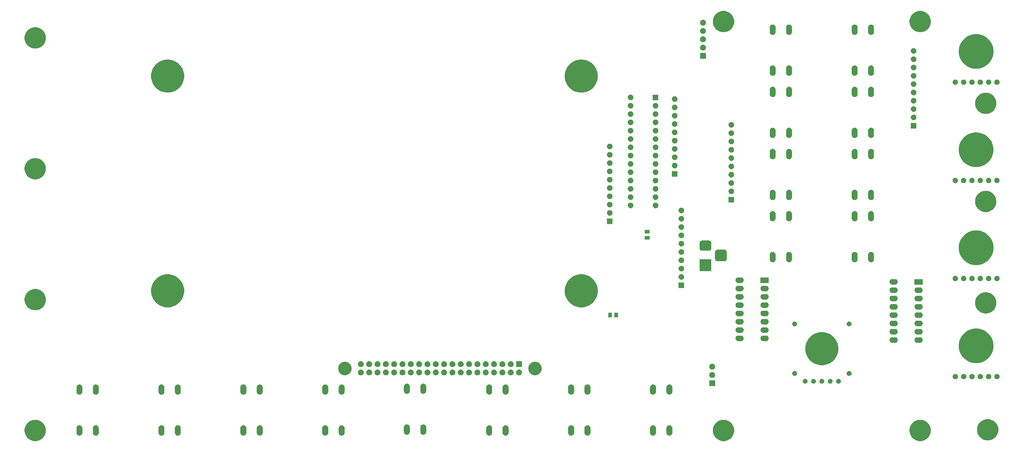
<source format=gts>
G04 #@! TF.GenerationSoftware,KiCad,Pcbnew,6.0.0-rc1-unknown-e7fa02a~66~ubuntu18.04.1*
G04 #@! TF.CreationDate,2020-06-20T12:06:20-07:00
G04 #@! TF.ProjectId,fp2,6670322e-6b69-4636-9164-5f7063625858,rev?*
G04 #@! TF.SameCoordinates,Original*
G04 #@! TF.FileFunction,Soldermask,Top*
G04 #@! TF.FilePolarity,Negative*
%FSLAX46Y46*%
G04 Gerber Fmt 4.6, Leading zero omitted, Abs format (unit mm)*
G04 Created by KiCad (PCBNEW 6.0.0-rc1-unknown-e7fa02a~66~ubuntu18.04.1) date Sat 20 Jun 2020 12:06:20 PM PDT*
%MOMM*%
%LPD*%
G04 APERTURE LIST*
%ADD10C,0.100000*%
G04 APERTURE END LIST*
D10*
G36*
X510634239Y-316811467D02*
G01*
X510948282Y-316873934D01*
X511539926Y-317119001D01*
X512068802Y-317472385D01*
X512072395Y-317474786D01*
X512525214Y-317927605D01*
X512525216Y-317927608D01*
X512880999Y-318460074D01*
X513121491Y-319040673D01*
X513126066Y-319051719D01*
X513251000Y-319679803D01*
X513251000Y-320320197D01*
X513224916Y-320451331D01*
X513126066Y-320948282D01*
X512880999Y-321539926D01*
X512668206Y-321858392D01*
X512525214Y-322072395D01*
X512072395Y-322525214D01*
X512072392Y-322525216D01*
X511539926Y-322880999D01*
X510948282Y-323126066D01*
X510634239Y-323188533D01*
X510320197Y-323251000D01*
X509679803Y-323251000D01*
X509365761Y-323188533D01*
X509051718Y-323126066D01*
X508460074Y-322880999D01*
X507927608Y-322525216D01*
X507927605Y-322525214D01*
X507474786Y-322072395D01*
X507331794Y-321858392D01*
X507119001Y-321539926D01*
X506873934Y-320948282D01*
X506775084Y-320451331D01*
X506749000Y-320320197D01*
X506749000Y-319679803D01*
X506873934Y-319051719D01*
X506878509Y-319040673D01*
X507119001Y-318460074D01*
X507474784Y-317927608D01*
X507474786Y-317927605D01*
X507927605Y-317474786D01*
X507931198Y-317472385D01*
X508460074Y-317119001D01*
X509051718Y-316873934D01*
X509365761Y-316811467D01*
X509679803Y-316749000D01*
X510320197Y-316749000D01*
X510634239Y-316811467D01*
X510634239Y-316811467D01*
G37*
G36*
X240634239Y-316811467D02*
G01*
X240948282Y-316873934D01*
X241539926Y-317119001D01*
X242068802Y-317472385D01*
X242072395Y-317474786D01*
X242525214Y-317927605D01*
X242525216Y-317927608D01*
X242880999Y-318460074D01*
X243121491Y-319040673D01*
X243126066Y-319051719D01*
X243251000Y-319679803D01*
X243251000Y-320320197D01*
X243224916Y-320451331D01*
X243126066Y-320948282D01*
X242880999Y-321539926D01*
X242668206Y-321858392D01*
X242525214Y-322072395D01*
X242072395Y-322525214D01*
X242072392Y-322525216D01*
X241539926Y-322880999D01*
X240948282Y-323126066D01*
X240634239Y-323188533D01*
X240320197Y-323251000D01*
X239679803Y-323251000D01*
X239365761Y-323188533D01*
X239051718Y-323126066D01*
X238460074Y-322880999D01*
X237927608Y-322525216D01*
X237927605Y-322525214D01*
X237474786Y-322072395D01*
X237331794Y-321858392D01*
X237119001Y-321539926D01*
X236873934Y-320948282D01*
X236775084Y-320451331D01*
X236749000Y-320320197D01*
X236749000Y-319679803D01*
X236873934Y-319051719D01*
X236878509Y-319040673D01*
X237119001Y-318460074D01*
X237474784Y-317927608D01*
X237474786Y-317927605D01*
X237927605Y-317474786D01*
X237931198Y-317472385D01*
X238460074Y-317119001D01*
X239051718Y-316873934D01*
X239365761Y-316811467D01*
X239679803Y-316749000D01*
X240320197Y-316749000D01*
X240634239Y-316811467D01*
X240634239Y-316811467D01*
G37*
G36*
X450634239Y-316811467D02*
G01*
X450948282Y-316873934D01*
X451539926Y-317119001D01*
X452068802Y-317472385D01*
X452072395Y-317474786D01*
X452525214Y-317927605D01*
X452525216Y-317927608D01*
X452880999Y-318460074D01*
X453121491Y-319040673D01*
X453126066Y-319051719D01*
X453251000Y-319679803D01*
X453251000Y-320320197D01*
X453224916Y-320451331D01*
X453126066Y-320948282D01*
X452880999Y-321539926D01*
X452668206Y-321858392D01*
X452525214Y-322072395D01*
X452072395Y-322525214D01*
X452072392Y-322525216D01*
X451539926Y-322880999D01*
X450948282Y-323126066D01*
X450634239Y-323188533D01*
X450320197Y-323251000D01*
X449679803Y-323251000D01*
X449365761Y-323188533D01*
X449051718Y-323126066D01*
X448460074Y-322880999D01*
X447927608Y-322525216D01*
X447927605Y-322525214D01*
X447474786Y-322072395D01*
X447331794Y-321858392D01*
X447119001Y-321539926D01*
X446873934Y-320948282D01*
X446775084Y-320451331D01*
X446749000Y-320320197D01*
X446749000Y-319679803D01*
X446873934Y-319051719D01*
X446878509Y-319040673D01*
X447119001Y-318460074D01*
X447474784Y-317927608D01*
X447474786Y-317927605D01*
X447927605Y-317474786D01*
X447931198Y-317472385D01*
X448460074Y-317119001D01*
X449051718Y-316873934D01*
X449365761Y-316811467D01*
X449679803Y-316749000D01*
X450320197Y-316749000D01*
X450634239Y-316811467D01*
X450634239Y-316811467D01*
G37*
G36*
X531240239Y-316597467D02*
G01*
X531554282Y-316659934D01*
X532145926Y-316905001D01*
X532466199Y-317119001D01*
X532678395Y-317260786D01*
X533131214Y-317713605D01*
X533131216Y-317713608D01*
X533486999Y-318246074D01*
X533732066Y-318837718D01*
X533857000Y-319465804D01*
X533857000Y-320106196D01*
X533732066Y-320734282D01*
X533486999Y-321325926D01*
X533317616Y-321579425D01*
X533131214Y-321858395D01*
X532678395Y-322311214D01*
X532678392Y-322311216D01*
X532145926Y-322666999D01*
X531554282Y-322912066D01*
X531240239Y-322974533D01*
X530926197Y-323037000D01*
X530285803Y-323037000D01*
X529971761Y-322974533D01*
X529657718Y-322912066D01*
X529066074Y-322666999D01*
X528533608Y-322311216D01*
X528533605Y-322311214D01*
X528080786Y-321858395D01*
X527894384Y-321579425D01*
X527725001Y-321325926D01*
X527479934Y-320734282D01*
X527355000Y-320106196D01*
X527355000Y-319465804D01*
X527479934Y-318837718D01*
X527725001Y-318246074D01*
X528080784Y-317713608D01*
X528080786Y-317713605D01*
X528533605Y-317260786D01*
X528745801Y-317119001D01*
X529066074Y-316905001D01*
X529657718Y-316659934D01*
X529971761Y-316597467D01*
X530285803Y-316535000D01*
X530926197Y-316535000D01*
X531240239Y-316597467D01*
X531240239Y-316597467D01*
G37*
G36*
X433679293Y-318438233D02*
G01*
X433851695Y-318490531D01*
X434010583Y-318575458D01*
X434149849Y-318689751D01*
X434264141Y-318829017D01*
X434268792Y-318837719D01*
X434349069Y-318987906D01*
X434401367Y-319160306D01*
X434414600Y-319294669D01*
X434414600Y-320705331D01*
X434401367Y-320839694D01*
X434349069Y-321012094D01*
X434349068Y-321012096D01*
X434264141Y-321170983D01*
X434149849Y-321310249D01*
X434010583Y-321424541D01*
X433851696Y-321509468D01*
X433851694Y-321509469D01*
X433679294Y-321561767D01*
X433500000Y-321579425D01*
X433320707Y-321561767D01*
X433148307Y-321509469D01*
X433148305Y-321509468D01*
X432989418Y-321424541D01*
X432850152Y-321310249D01*
X432735860Y-321170983D01*
X432650933Y-321012096D01*
X432650932Y-321012094D01*
X432598634Y-320839694D01*
X432585401Y-320705331D01*
X432585400Y-319294670D01*
X432598633Y-319160307D01*
X432650931Y-318987905D01*
X432735858Y-318829017D01*
X432850151Y-318689751D01*
X432989416Y-318575460D01*
X432989415Y-318575460D01*
X432989417Y-318575459D01*
X433148304Y-318490532D01*
X433148306Y-318490531D01*
X433320706Y-318438233D01*
X433500000Y-318420575D01*
X433679293Y-318438233D01*
X433679293Y-318438233D01*
G37*
G36*
X383679293Y-318438233D02*
G01*
X383851695Y-318490531D01*
X384010583Y-318575458D01*
X384149849Y-318689751D01*
X384264141Y-318829017D01*
X384268792Y-318837719D01*
X384349069Y-318987906D01*
X384401367Y-319160306D01*
X384414600Y-319294669D01*
X384414600Y-320705331D01*
X384401367Y-320839694D01*
X384349069Y-321012094D01*
X384349068Y-321012096D01*
X384264141Y-321170983D01*
X384149849Y-321310249D01*
X384010583Y-321424541D01*
X383851696Y-321509468D01*
X383851694Y-321509469D01*
X383679294Y-321561767D01*
X383500000Y-321579425D01*
X383320707Y-321561767D01*
X383148307Y-321509469D01*
X383148305Y-321509468D01*
X382989418Y-321424541D01*
X382850152Y-321310249D01*
X382735860Y-321170983D01*
X382650933Y-321012096D01*
X382650932Y-321012094D01*
X382598634Y-320839694D01*
X382585401Y-320705331D01*
X382585400Y-319294670D01*
X382598633Y-319160307D01*
X382650931Y-318987905D01*
X382735858Y-318829017D01*
X382850151Y-318689751D01*
X382989416Y-318575460D01*
X382989415Y-318575460D01*
X382989417Y-318575459D01*
X383148304Y-318490532D01*
X383148306Y-318490531D01*
X383320706Y-318438233D01*
X383500000Y-318420575D01*
X383679293Y-318438233D01*
X383679293Y-318438233D01*
G37*
G36*
X378679293Y-318438233D02*
G01*
X378851695Y-318490531D01*
X379010583Y-318575458D01*
X379149849Y-318689751D01*
X379264141Y-318829017D01*
X379268792Y-318837719D01*
X379349069Y-318987906D01*
X379401367Y-319160306D01*
X379414600Y-319294669D01*
X379414600Y-320705331D01*
X379401367Y-320839694D01*
X379349069Y-321012094D01*
X379349068Y-321012096D01*
X379264141Y-321170983D01*
X379149849Y-321310249D01*
X379010583Y-321424541D01*
X378851696Y-321509468D01*
X378851694Y-321509469D01*
X378679294Y-321561767D01*
X378500000Y-321579425D01*
X378320707Y-321561767D01*
X378148307Y-321509469D01*
X378148305Y-321509468D01*
X377989418Y-321424541D01*
X377850152Y-321310249D01*
X377735860Y-321170983D01*
X377650933Y-321012096D01*
X377650932Y-321012094D01*
X377598634Y-320839694D01*
X377585401Y-320705331D01*
X377585400Y-319294670D01*
X377598633Y-319160307D01*
X377650931Y-318987905D01*
X377735858Y-318829017D01*
X377850151Y-318689751D01*
X377989416Y-318575460D01*
X377989415Y-318575460D01*
X377989417Y-318575459D01*
X378148304Y-318490532D01*
X378148306Y-318490531D01*
X378320706Y-318438233D01*
X378500000Y-318420575D01*
X378679293Y-318438233D01*
X378679293Y-318438233D01*
G37*
G36*
X403679293Y-318438233D02*
G01*
X403851695Y-318490531D01*
X404010583Y-318575458D01*
X404149849Y-318689751D01*
X404264141Y-318829017D01*
X404268792Y-318837719D01*
X404349069Y-318987906D01*
X404401367Y-319160306D01*
X404414600Y-319294669D01*
X404414600Y-320705331D01*
X404401367Y-320839694D01*
X404349069Y-321012094D01*
X404349068Y-321012096D01*
X404264141Y-321170983D01*
X404149849Y-321310249D01*
X404010583Y-321424541D01*
X403851696Y-321509468D01*
X403851694Y-321509469D01*
X403679294Y-321561767D01*
X403500000Y-321579425D01*
X403320707Y-321561767D01*
X403148307Y-321509469D01*
X403148305Y-321509468D01*
X402989418Y-321424541D01*
X402850152Y-321310249D01*
X402735860Y-321170983D01*
X402650933Y-321012096D01*
X402650932Y-321012094D01*
X402598634Y-320839694D01*
X402585401Y-320705331D01*
X402585400Y-319294670D01*
X402598633Y-319160307D01*
X402650931Y-318987905D01*
X402735858Y-318829017D01*
X402850151Y-318689751D01*
X402989416Y-318575460D01*
X402989415Y-318575460D01*
X402989417Y-318575459D01*
X403148304Y-318490532D01*
X403148306Y-318490531D01*
X403320706Y-318438233D01*
X403500000Y-318420575D01*
X403679293Y-318438233D01*
X403679293Y-318438233D01*
G37*
G36*
X408679293Y-318438233D02*
G01*
X408851695Y-318490531D01*
X409010583Y-318575458D01*
X409149849Y-318689751D01*
X409264141Y-318829017D01*
X409268792Y-318837719D01*
X409349069Y-318987906D01*
X409401367Y-319160306D01*
X409414600Y-319294669D01*
X409414600Y-320705331D01*
X409401367Y-320839694D01*
X409349069Y-321012094D01*
X409349068Y-321012096D01*
X409264141Y-321170983D01*
X409149849Y-321310249D01*
X409010583Y-321424541D01*
X408851696Y-321509468D01*
X408851694Y-321509469D01*
X408679294Y-321561767D01*
X408500000Y-321579425D01*
X408320707Y-321561767D01*
X408148307Y-321509469D01*
X408148305Y-321509468D01*
X407989418Y-321424541D01*
X407850152Y-321310249D01*
X407735860Y-321170983D01*
X407650933Y-321012096D01*
X407650932Y-321012094D01*
X407598634Y-320839694D01*
X407585401Y-320705331D01*
X407585400Y-319294670D01*
X407598633Y-319160307D01*
X407650931Y-318987905D01*
X407735858Y-318829017D01*
X407850151Y-318689751D01*
X407989416Y-318575460D01*
X407989415Y-318575460D01*
X407989417Y-318575459D01*
X408148304Y-318490532D01*
X408148306Y-318490531D01*
X408320706Y-318438233D01*
X408500000Y-318420575D01*
X408679293Y-318438233D01*
X408679293Y-318438233D01*
G37*
G36*
X428679293Y-318438233D02*
G01*
X428851695Y-318490531D01*
X429010583Y-318575458D01*
X429149849Y-318689751D01*
X429264141Y-318829017D01*
X429268792Y-318837719D01*
X429349069Y-318987906D01*
X429401367Y-319160306D01*
X429414600Y-319294669D01*
X429414600Y-320705331D01*
X429401367Y-320839694D01*
X429349069Y-321012094D01*
X429349068Y-321012096D01*
X429264141Y-321170983D01*
X429149849Y-321310249D01*
X429010583Y-321424541D01*
X428851696Y-321509468D01*
X428851694Y-321509469D01*
X428679294Y-321561767D01*
X428500000Y-321579425D01*
X428320707Y-321561767D01*
X428148307Y-321509469D01*
X428148305Y-321509468D01*
X427989418Y-321424541D01*
X427850152Y-321310249D01*
X427735860Y-321170983D01*
X427650933Y-321012096D01*
X427650932Y-321012094D01*
X427598634Y-320839694D01*
X427585401Y-320705331D01*
X427585400Y-319294670D01*
X427598633Y-319160307D01*
X427650931Y-318987905D01*
X427735858Y-318829017D01*
X427850151Y-318689751D01*
X427989416Y-318575460D01*
X427989415Y-318575460D01*
X427989417Y-318575459D01*
X428148304Y-318490532D01*
X428148306Y-318490531D01*
X428320706Y-318438233D01*
X428500000Y-318420575D01*
X428679293Y-318438233D01*
X428679293Y-318438233D01*
G37*
G36*
X258679293Y-318438233D02*
G01*
X258851695Y-318490531D01*
X259010583Y-318575458D01*
X259149849Y-318689751D01*
X259264141Y-318829017D01*
X259268792Y-318837719D01*
X259349069Y-318987906D01*
X259401367Y-319160306D01*
X259414600Y-319294669D01*
X259414600Y-320705331D01*
X259401367Y-320839694D01*
X259349069Y-321012094D01*
X259349068Y-321012096D01*
X259264141Y-321170983D01*
X259149849Y-321310249D01*
X259010583Y-321424541D01*
X258851696Y-321509468D01*
X258851694Y-321509469D01*
X258679294Y-321561767D01*
X258500000Y-321579425D01*
X258320707Y-321561767D01*
X258148307Y-321509469D01*
X258148305Y-321509468D01*
X257989418Y-321424541D01*
X257850152Y-321310249D01*
X257735860Y-321170983D01*
X257650933Y-321012096D01*
X257650932Y-321012094D01*
X257598634Y-320839694D01*
X257585401Y-320705331D01*
X257585400Y-319294670D01*
X257598633Y-319160307D01*
X257650931Y-318987905D01*
X257735858Y-318829017D01*
X257850151Y-318689751D01*
X257989416Y-318575460D01*
X257989415Y-318575460D01*
X257989417Y-318575459D01*
X258148304Y-318490532D01*
X258148306Y-318490531D01*
X258320706Y-318438233D01*
X258500000Y-318420575D01*
X258679293Y-318438233D01*
X258679293Y-318438233D01*
G37*
G36*
X278679293Y-318438233D02*
G01*
X278851695Y-318490531D01*
X279010583Y-318575458D01*
X279149849Y-318689751D01*
X279264141Y-318829017D01*
X279268792Y-318837719D01*
X279349069Y-318987906D01*
X279401367Y-319160306D01*
X279414600Y-319294669D01*
X279414600Y-320705331D01*
X279401367Y-320839694D01*
X279349069Y-321012094D01*
X279349068Y-321012096D01*
X279264141Y-321170983D01*
X279149849Y-321310249D01*
X279010583Y-321424541D01*
X278851696Y-321509468D01*
X278851694Y-321509469D01*
X278679294Y-321561767D01*
X278500000Y-321579425D01*
X278320707Y-321561767D01*
X278148307Y-321509469D01*
X278148305Y-321509468D01*
X277989418Y-321424541D01*
X277850152Y-321310249D01*
X277735860Y-321170983D01*
X277650933Y-321012096D01*
X277650932Y-321012094D01*
X277598634Y-320839694D01*
X277585401Y-320705331D01*
X277585400Y-319294670D01*
X277598633Y-319160307D01*
X277650931Y-318987905D01*
X277735858Y-318829017D01*
X277850151Y-318689751D01*
X277989416Y-318575460D01*
X277989415Y-318575460D01*
X277989417Y-318575459D01*
X278148304Y-318490532D01*
X278148306Y-318490531D01*
X278320706Y-318438233D01*
X278500000Y-318420575D01*
X278679293Y-318438233D01*
X278679293Y-318438233D01*
G37*
G36*
X303679293Y-318438233D02*
G01*
X303851695Y-318490531D01*
X304010583Y-318575458D01*
X304149849Y-318689751D01*
X304264141Y-318829017D01*
X304268792Y-318837719D01*
X304349069Y-318987906D01*
X304401367Y-319160306D01*
X304414600Y-319294669D01*
X304414600Y-320705331D01*
X304401367Y-320839694D01*
X304349069Y-321012094D01*
X304349068Y-321012096D01*
X304264141Y-321170983D01*
X304149849Y-321310249D01*
X304010583Y-321424541D01*
X303851696Y-321509468D01*
X303851694Y-321509469D01*
X303679294Y-321561767D01*
X303500000Y-321579425D01*
X303320707Y-321561767D01*
X303148307Y-321509469D01*
X303148305Y-321509468D01*
X302989418Y-321424541D01*
X302850152Y-321310249D01*
X302735860Y-321170983D01*
X302650933Y-321012096D01*
X302650932Y-321012094D01*
X302598634Y-320839694D01*
X302585401Y-320705331D01*
X302585400Y-319294670D01*
X302598633Y-319160307D01*
X302650931Y-318987905D01*
X302735858Y-318829017D01*
X302850151Y-318689751D01*
X302989416Y-318575460D01*
X302989415Y-318575460D01*
X302989417Y-318575459D01*
X303148304Y-318490532D01*
X303148306Y-318490531D01*
X303320706Y-318438233D01*
X303500000Y-318420575D01*
X303679293Y-318438233D01*
X303679293Y-318438233D01*
G37*
G36*
X308679293Y-318438233D02*
G01*
X308851695Y-318490531D01*
X309010583Y-318575458D01*
X309149849Y-318689751D01*
X309264141Y-318829017D01*
X309268792Y-318837719D01*
X309349069Y-318987906D01*
X309401367Y-319160306D01*
X309414600Y-319294669D01*
X309414600Y-320705331D01*
X309401367Y-320839694D01*
X309349069Y-321012094D01*
X309349068Y-321012096D01*
X309264141Y-321170983D01*
X309149849Y-321310249D01*
X309010583Y-321424541D01*
X308851696Y-321509468D01*
X308851694Y-321509469D01*
X308679294Y-321561767D01*
X308500000Y-321579425D01*
X308320707Y-321561767D01*
X308148307Y-321509469D01*
X308148305Y-321509468D01*
X307989418Y-321424541D01*
X307850152Y-321310249D01*
X307735860Y-321170983D01*
X307650933Y-321012096D01*
X307650932Y-321012094D01*
X307598634Y-320839694D01*
X307585401Y-320705331D01*
X307585400Y-319294670D01*
X307598633Y-319160307D01*
X307650931Y-318987905D01*
X307735858Y-318829017D01*
X307850151Y-318689751D01*
X307989416Y-318575460D01*
X307989415Y-318575460D01*
X307989417Y-318575459D01*
X308148304Y-318490532D01*
X308148306Y-318490531D01*
X308320706Y-318438233D01*
X308500000Y-318420575D01*
X308679293Y-318438233D01*
X308679293Y-318438233D01*
G37*
G36*
X333679293Y-318438233D02*
G01*
X333851695Y-318490531D01*
X334010583Y-318575458D01*
X334149849Y-318689751D01*
X334264141Y-318829017D01*
X334268792Y-318837719D01*
X334349069Y-318987906D01*
X334401367Y-319160306D01*
X334414600Y-319294669D01*
X334414600Y-320705331D01*
X334401367Y-320839694D01*
X334349069Y-321012094D01*
X334349068Y-321012096D01*
X334264141Y-321170983D01*
X334149849Y-321310249D01*
X334010583Y-321424541D01*
X333851696Y-321509468D01*
X333851694Y-321509469D01*
X333679294Y-321561767D01*
X333500000Y-321579425D01*
X333320707Y-321561767D01*
X333148307Y-321509469D01*
X333148305Y-321509468D01*
X332989418Y-321424541D01*
X332850152Y-321310249D01*
X332735860Y-321170983D01*
X332650933Y-321012096D01*
X332650932Y-321012094D01*
X332598634Y-320839694D01*
X332585401Y-320705331D01*
X332585400Y-319294670D01*
X332598633Y-319160307D01*
X332650931Y-318987905D01*
X332735858Y-318829017D01*
X332850151Y-318689751D01*
X332989416Y-318575460D01*
X332989415Y-318575460D01*
X332989417Y-318575459D01*
X333148304Y-318490532D01*
X333148306Y-318490531D01*
X333320706Y-318438233D01*
X333500000Y-318420575D01*
X333679293Y-318438233D01*
X333679293Y-318438233D01*
G37*
G36*
X328679293Y-318438233D02*
G01*
X328851695Y-318490531D01*
X329010583Y-318575458D01*
X329149849Y-318689751D01*
X329264141Y-318829017D01*
X329268792Y-318837719D01*
X329349069Y-318987906D01*
X329401367Y-319160306D01*
X329414600Y-319294669D01*
X329414600Y-320705331D01*
X329401367Y-320839694D01*
X329349069Y-321012094D01*
X329349068Y-321012096D01*
X329264141Y-321170983D01*
X329149849Y-321310249D01*
X329010583Y-321424541D01*
X328851696Y-321509468D01*
X328851694Y-321509469D01*
X328679294Y-321561767D01*
X328500000Y-321579425D01*
X328320707Y-321561767D01*
X328148307Y-321509469D01*
X328148305Y-321509468D01*
X327989418Y-321424541D01*
X327850152Y-321310249D01*
X327735860Y-321170983D01*
X327650933Y-321012096D01*
X327650932Y-321012094D01*
X327598634Y-320839694D01*
X327585401Y-320705331D01*
X327585400Y-319294670D01*
X327598633Y-319160307D01*
X327650931Y-318987905D01*
X327735858Y-318829017D01*
X327850151Y-318689751D01*
X327989416Y-318575460D01*
X327989415Y-318575460D01*
X327989417Y-318575459D01*
X328148304Y-318490532D01*
X328148306Y-318490531D01*
X328320706Y-318438233D01*
X328500000Y-318420575D01*
X328679293Y-318438233D01*
X328679293Y-318438233D01*
G37*
G36*
X253679293Y-318438233D02*
G01*
X253851695Y-318490531D01*
X254010583Y-318575458D01*
X254149849Y-318689751D01*
X254264141Y-318829017D01*
X254268792Y-318837719D01*
X254349069Y-318987906D01*
X254401367Y-319160306D01*
X254414600Y-319294669D01*
X254414600Y-320705331D01*
X254401367Y-320839694D01*
X254349069Y-321012094D01*
X254349068Y-321012096D01*
X254264141Y-321170983D01*
X254149849Y-321310249D01*
X254010583Y-321424541D01*
X253851696Y-321509468D01*
X253851694Y-321509469D01*
X253679294Y-321561767D01*
X253500000Y-321579425D01*
X253320707Y-321561767D01*
X253148307Y-321509469D01*
X253148305Y-321509468D01*
X252989418Y-321424541D01*
X252850152Y-321310249D01*
X252735860Y-321170983D01*
X252650933Y-321012096D01*
X252650932Y-321012094D01*
X252598634Y-320839694D01*
X252585401Y-320705331D01*
X252585400Y-319294670D01*
X252598633Y-319160307D01*
X252650931Y-318987905D01*
X252735858Y-318829017D01*
X252850151Y-318689751D01*
X252989416Y-318575460D01*
X252989415Y-318575460D01*
X252989417Y-318575459D01*
X253148304Y-318490532D01*
X253148306Y-318490531D01*
X253320706Y-318438233D01*
X253500000Y-318420575D01*
X253679293Y-318438233D01*
X253679293Y-318438233D01*
G37*
G36*
X283679293Y-318438233D02*
G01*
X283851695Y-318490531D01*
X284010583Y-318575458D01*
X284149849Y-318689751D01*
X284264141Y-318829017D01*
X284268792Y-318837719D01*
X284349069Y-318987906D01*
X284401367Y-319160306D01*
X284414600Y-319294669D01*
X284414600Y-320705331D01*
X284401367Y-320839694D01*
X284349069Y-321012094D01*
X284349068Y-321012096D01*
X284264141Y-321170983D01*
X284149849Y-321310249D01*
X284010583Y-321424541D01*
X283851696Y-321509468D01*
X283851694Y-321509469D01*
X283679294Y-321561767D01*
X283500000Y-321579425D01*
X283320707Y-321561767D01*
X283148307Y-321509469D01*
X283148305Y-321509468D01*
X282989418Y-321424541D01*
X282850152Y-321310249D01*
X282735860Y-321170983D01*
X282650933Y-321012096D01*
X282650932Y-321012094D01*
X282598634Y-320839694D01*
X282585401Y-320705331D01*
X282585400Y-319294670D01*
X282598633Y-319160307D01*
X282650931Y-318987905D01*
X282735858Y-318829017D01*
X282850151Y-318689751D01*
X282989416Y-318575460D01*
X282989415Y-318575460D01*
X282989417Y-318575459D01*
X283148304Y-318490532D01*
X283148306Y-318490531D01*
X283320706Y-318438233D01*
X283500000Y-318420575D01*
X283679293Y-318438233D01*
X283679293Y-318438233D01*
G37*
G36*
X353583293Y-318184233D02*
G01*
X353755695Y-318236531D01*
X353914583Y-318321458D01*
X354035357Y-318420575D01*
X354053849Y-318435751D01*
X354168141Y-318575017D01*
X354229468Y-318689751D01*
X354253069Y-318733906D01*
X354305367Y-318906306D01*
X354318600Y-319040669D01*
X354318600Y-320451331D01*
X354305367Y-320585694D01*
X354260292Y-320734282D01*
X354253068Y-320758096D01*
X354168141Y-320916983D01*
X354053849Y-321056249D01*
X353914583Y-321170541D01*
X353755696Y-321255468D01*
X353755694Y-321255469D01*
X353583294Y-321307767D01*
X353404000Y-321325425D01*
X353224707Y-321307767D01*
X353052307Y-321255469D01*
X353052305Y-321255468D01*
X352893418Y-321170541D01*
X352754152Y-321056249D01*
X352639860Y-320916983D01*
X352554933Y-320758096D01*
X352547709Y-320734282D01*
X352502634Y-320585694D01*
X352489401Y-320451331D01*
X352489400Y-319040670D01*
X352502633Y-318906307D01*
X352554931Y-318733905D01*
X352639858Y-318575017D01*
X352754151Y-318435751D01*
X352893416Y-318321460D01*
X352893415Y-318321460D01*
X352893417Y-318321459D01*
X353052304Y-318236532D01*
X353052306Y-318236531D01*
X353224706Y-318184233D01*
X353404000Y-318166575D01*
X353583293Y-318184233D01*
X353583293Y-318184233D01*
G37*
G36*
X358583293Y-318184233D02*
G01*
X358755695Y-318236531D01*
X358914583Y-318321458D01*
X359035357Y-318420575D01*
X359053849Y-318435751D01*
X359168141Y-318575017D01*
X359229468Y-318689751D01*
X359253069Y-318733906D01*
X359305367Y-318906306D01*
X359318600Y-319040669D01*
X359318600Y-320451331D01*
X359305367Y-320585694D01*
X359260292Y-320734282D01*
X359253068Y-320758096D01*
X359168141Y-320916983D01*
X359053849Y-321056249D01*
X358914583Y-321170541D01*
X358755696Y-321255468D01*
X358755694Y-321255469D01*
X358583294Y-321307767D01*
X358404000Y-321325425D01*
X358224707Y-321307767D01*
X358052307Y-321255469D01*
X358052305Y-321255468D01*
X357893418Y-321170541D01*
X357754152Y-321056249D01*
X357639860Y-320916983D01*
X357554933Y-320758096D01*
X357547709Y-320734282D01*
X357502634Y-320585694D01*
X357489401Y-320451331D01*
X357489400Y-319040670D01*
X357502633Y-318906307D01*
X357554931Y-318733905D01*
X357639858Y-318575017D01*
X357754151Y-318435751D01*
X357893416Y-318321460D01*
X357893415Y-318321460D01*
X357893417Y-318321459D01*
X358052304Y-318236532D01*
X358052306Y-318236531D01*
X358224706Y-318184233D01*
X358404000Y-318166575D01*
X358583293Y-318184233D01*
X358583293Y-318184233D01*
G37*
G36*
X308679293Y-305938233D02*
G01*
X308851695Y-305990531D01*
X309010583Y-306075458D01*
X309149849Y-306189751D01*
X309264141Y-306329017D01*
X309349068Y-306487904D01*
X309349069Y-306487906D01*
X309401367Y-306660306D01*
X309414600Y-306794669D01*
X309414600Y-308205331D01*
X309401367Y-308339694D01*
X309349069Y-308512094D01*
X309349068Y-308512096D01*
X309264141Y-308670983D01*
X309149849Y-308810249D01*
X309010583Y-308924541D01*
X308851696Y-309009468D01*
X308851694Y-309009469D01*
X308679294Y-309061767D01*
X308500000Y-309079425D01*
X308320707Y-309061767D01*
X308148307Y-309009469D01*
X308148305Y-309009468D01*
X307989418Y-308924541D01*
X307850152Y-308810249D01*
X307735860Y-308670983D01*
X307650933Y-308512096D01*
X307650932Y-308512094D01*
X307598634Y-308339694D01*
X307585401Y-308205331D01*
X307585400Y-306794670D01*
X307598633Y-306660307D01*
X307650931Y-306487905D01*
X307735858Y-306329017D01*
X307850151Y-306189751D01*
X307989416Y-306075460D01*
X307989415Y-306075460D01*
X307989417Y-306075459D01*
X308148304Y-305990532D01*
X308148306Y-305990531D01*
X308320706Y-305938233D01*
X308500000Y-305920575D01*
X308679293Y-305938233D01*
X308679293Y-305938233D01*
G37*
G36*
X283679293Y-305938233D02*
G01*
X283851695Y-305990531D01*
X284010583Y-306075458D01*
X284149849Y-306189751D01*
X284264141Y-306329017D01*
X284349068Y-306487904D01*
X284349069Y-306487906D01*
X284401367Y-306660306D01*
X284414600Y-306794669D01*
X284414600Y-308205331D01*
X284401367Y-308339694D01*
X284349069Y-308512094D01*
X284349068Y-308512096D01*
X284264141Y-308670983D01*
X284149849Y-308810249D01*
X284010583Y-308924541D01*
X283851696Y-309009468D01*
X283851694Y-309009469D01*
X283679294Y-309061767D01*
X283500000Y-309079425D01*
X283320707Y-309061767D01*
X283148307Y-309009469D01*
X283148305Y-309009468D01*
X282989418Y-308924541D01*
X282850152Y-308810249D01*
X282735860Y-308670983D01*
X282650933Y-308512096D01*
X282650932Y-308512094D01*
X282598634Y-308339694D01*
X282585401Y-308205331D01*
X282585400Y-306794670D01*
X282598633Y-306660307D01*
X282650931Y-306487905D01*
X282735858Y-306329017D01*
X282850151Y-306189751D01*
X282989416Y-306075460D01*
X282989415Y-306075460D01*
X282989417Y-306075459D01*
X283148304Y-305990532D01*
X283148306Y-305990531D01*
X283320706Y-305938233D01*
X283500000Y-305920575D01*
X283679293Y-305938233D01*
X283679293Y-305938233D01*
G37*
G36*
X303679293Y-305938233D02*
G01*
X303851695Y-305990531D01*
X304010583Y-306075458D01*
X304149849Y-306189751D01*
X304264141Y-306329017D01*
X304349068Y-306487904D01*
X304349069Y-306487906D01*
X304401367Y-306660306D01*
X304414600Y-306794669D01*
X304414600Y-308205331D01*
X304401367Y-308339694D01*
X304349069Y-308512094D01*
X304349068Y-308512096D01*
X304264141Y-308670983D01*
X304149849Y-308810249D01*
X304010583Y-308924541D01*
X303851696Y-309009468D01*
X303851694Y-309009469D01*
X303679294Y-309061767D01*
X303500000Y-309079425D01*
X303320707Y-309061767D01*
X303148307Y-309009469D01*
X303148305Y-309009468D01*
X302989418Y-308924541D01*
X302850152Y-308810249D01*
X302735860Y-308670983D01*
X302650933Y-308512096D01*
X302650932Y-308512094D01*
X302598634Y-308339694D01*
X302585401Y-308205331D01*
X302585400Y-306794670D01*
X302598633Y-306660307D01*
X302650931Y-306487905D01*
X302735858Y-306329017D01*
X302850151Y-306189751D01*
X302989416Y-306075460D01*
X302989415Y-306075460D01*
X302989417Y-306075459D01*
X303148304Y-305990532D01*
X303148306Y-305990531D01*
X303320706Y-305938233D01*
X303500000Y-305920575D01*
X303679293Y-305938233D01*
X303679293Y-305938233D01*
G37*
G36*
X278679293Y-305938233D02*
G01*
X278851695Y-305990531D01*
X279010583Y-306075458D01*
X279149849Y-306189751D01*
X279264141Y-306329017D01*
X279349068Y-306487904D01*
X279349069Y-306487906D01*
X279401367Y-306660306D01*
X279414600Y-306794669D01*
X279414600Y-308205331D01*
X279401367Y-308339694D01*
X279349069Y-308512094D01*
X279349068Y-308512096D01*
X279264141Y-308670983D01*
X279149849Y-308810249D01*
X279010583Y-308924541D01*
X278851696Y-309009468D01*
X278851694Y-309009469D01*
X278679294Y-309061767D01*
X278500000Y-309079425D01*
X278320707Y-309061767D01*
X278148307Y-309009469D01*
X278148305Y-309009468D01*
X277989418Y-308924541D01*
X277850152Y-308810249D01*
X277735860Y-308670983D01*
X277650933Y-308512096D01*
X277650932Y-308512094D01*
X277598634Y-308339694D01*
X277585401Y-308205331D01*
X277585400Y-306794670D01*
X277598633Y-306660307D01*
X277650931Y-306487905D01*
X277735858Y-306329017D01*
X277850151Y-306189751D01*
X277989416Y-306075460D01*
X277989415Y-306075460D01*
X277989417Y-306075459D01*
X278148304Y-305990532D01*
X278148306Y-305990531D01*
X278320706Y-305938233D01*
X278500000Y-305920575D01*
X278679293Y-305938233D01*
X278679293Y-305938233D01*
G37*
G36*
X258679293Y-305938233D02*
G01*
X258851695Y-305990531D01*
X259010583Y-306075458D01*
X259149849Y-306189751D01*
X259264141Y-306329017D01*
X259349068Y-306487904D01*
X259349069Y-306487906D01*
X259401367Y-306660306D01*
X259414600Y-306794669D01*
X259414600Y-308205331D01*
X259401367Y-308339694D01*
X259349069Y-308512094D01*
X259349068Y-308512096D01*
X259264141Y-308670983D01*
X259149849Y-308810249D01*
X259010583Y-308924541D01*
X258851696Y-309009468D01*
X258851694Y-309009469D01*
X258679294Y-309061767D01*
X258500000Y-309079425D01*
X258320707Y-309061767D01*
X258148307Y-309009469D01*
X258148305Y-309009468D01*
X257989418Y-308924541D01*
X257850152Y-308810249D01*
X257735860Y-308670983D01*
X257650933Y-308512096D01*
X257650932Y-308512094D01*
X257598634Y-308339694D01*
X257585401Y-308205331D01*
X257585400Y-306794670D01*
X257598633Y-306660307D01*
X257650931Y-306487905D01*
X257735858Y-306329017D01*
X257850151Y-306189751D01*
X257989416Y-306075460D01*
X257989415Y-306075460D01*
X257989417Y-306075459D01*
X258148304Y-305990532D01*
X258148306Y-305990531D01*
X258320706Y-305938233D01*
X258500000Y-305920575D01*
X258679293Y-305938233D01*
X258679293Y-305938233D01*
G37*
G36*
X253679293Y-305938233D02*
G01*
X253851695Y-305990531D01*
X254010583Y-306075458D01*
X254149849Y-306189751D01*
X254264141Y-306329017D01*
X254349068Y-306487904D01*
X254349069Y-306487906D01*
X254401367Y-306660306D01*
X254414600Y-306794669D01*
X254414600Y-308205331D01*
X254401367Y-308339694D01*
X254349069Y-308512094D01*
X254349068Y-308512096D01*
X254264141Y-308670983D01*
X254149849Y-308810249D01*
X254010583Y-308924541D01*
X253851696Y-309009468D01*
X253851694Y-309009469D01*
X253679294Y-309061767D01*
X253500000Y-309079425D01*
X253320707Y-309061767D01*
X253148307Y-309009469D01*
X253148305Y-309009468D01*
X252989418Y-308924541D01*
X252850152Y-308810249D01*
X252735860Y-308670983D01*
X252650933Y-308512096D01*
X252650932Y-308512094D01*
X252598634Y-308339694D01*
X252585401Y-308205331D01*
X252585400Y-306794670D01*
X252598633Y-306660307D01*
X252650931Y-306487905D01*
X252735858Y-306329017D01*
X252850151Y-306189751D01*
X252989416Y-306075460D01*
X252989415Y-306075460D01*
X252989417Y-306075459D01*
X253148304Y-305990532D01*
X253148306Y-305990531D01*
X253320706Y-305938233D01*
X253500000Y-305920575D01*
X253679293Y-305938233D01*
X253679293Y-305938233D01*
G37*
G36*
X328679293Y-305938233D02*
G01*
X328851695Y-305990531D01*
X329010583Y-306075458D01*
X329149849Y-306189751D01*
X329264141Y-306329017D01*
X329349068Y-306487904D01*
X329349069Y-306487906D01*
X329401367Y-306660306D01*
X329414600Y-306794669D01*
X329414600Y-308205331D01*
X329401367Y-308339694D01*
X329349069Y-308512094D01*
X329349068Y-308512096D01*
X329264141Y-308670983D01*
X329149849Y-308810249D01*
X329010583Y-308924541D01*
X328851696Y-309009468D01*
X328851694Y-309009469D01*
X328679294Y-309061767D01*
X328500000Y-309079425D01*
X328320707Y-309061767D01*
X328148307Y-309009469D01*
X328148305Y-309009468D01*
X327989418Y-308924541D01*
X327850152Y-308810249D01*
X327735860Y-308670983D01*
X327650933Y-308512096D01*
X327650932Y-308512094D01*
X327598634Y-308339694D01*
X327585401Y-308205331D01*
X327585400Y-306794670D01*
X327598633Y-306660307D01*
X327650931Y-306487905D01*
X327735858Y-306329017D01*
X327850151Y-306189751D01*
X327989416Y-306075460D01*
X327989415Y-306075460D01*
X327989417Y-306075459D01*
X328148304Y-305990532D01*
X328148306Y-305990531D01*
X328320706Y-305938233D01*
X328500000Y-305920575D01*
X328679293Y-305938233D01*
X328679293Y-305938233D01*
G37*
G36*
X378679293Y-305938233D02*
G01*
X378851695Y-305990531D01*
X379010583Y-306075458D01*
X379149849Y-306189751D01*
X379264141Y-306329017D01*
X379349068Y-306487904D01*
X379349069Y-306487906D01*
X379401367Y-306660306D01*
X379414600Y-306794669D01*
X379414600Y-308205331D01*
X379401367Y-308339694D01*
X379349069Y-308512094D01*
X379349068Y-308512096D01*
X379264141Y-308670983D01*
X379149849Y-308810249D01*
X379010583Y-308924541D01*
X378851696Y-309009468D01*
X378851694Y-309009469D01*
X378679294Y-309061767D01*
X378500000Y-309079425D01*
X378320707Y-309061767D01*
X378148307Y-309009469D01*
X378148305Y-309009468D01*
X377989418Y-308924541D01*
X377850152Y-308810249D01*
X377735860Y-308670983D01*
X377650933Y-308512096D01*
X377650932Y-308512094D01*
X377598634Y-308339694D01*
X377585401Y-308205331D01*
X377585400Y-306794670D01*
X377598633Y-306660307D01*
X377650931Y-306487905D01*
X377735858Y-306329017D01*
X377850151Y-306189751D01*
X377989416Y-306075460D01*
X377989415Y-306075460D01*
X377989417Y-306075459D01*
X378148304Y-305990532D01*
X378148306Y-305990531D01*
X378320706Y-305938233D01*
X378500000Y-305920575D01*
X378679293Y-305938233D01*
X378679293Y-305938233D01*
G37*
G36*
X428679293Y-305938233D02*
G01*
X428851695Y-305990531D01*
X429010583Y-306075458D01*
X429149849Y-306189751D01*
X429264141Y-306329017D01*
X429349068Y-306487904D01*
X429349069Y-306487906D01*
X429401367Y-306660306D01*
X429414600Y-306794669D01*
X429414600Y-308205331D01*
X429401367Y-308339694D01*
X429349069Y-308512094D01*
X429349068Y-308512096D01*
X429264141Y-308670983D01*
X429149849Y-308810249D01*
X429010583Y-308924541D01*
X428851696Y-309009468D01*
X428851694Y-309009469D01*
X428679294Y-309061767D01*
X428500000Y-309079425D01*
X428320707Y-309061767D01*
X428148307Y-309009469D01*
X428148305Y-309009468D01*
X427989418Y-308924541D01*
X427850152Y-308810249D01*
X427735860Y-308670983D01*
X427650933Y-308512096D01*
X427650932Y-308512094D01*
X427598634Y-308339694D01*
X427585401Y-308205331D01*
X427585400Y-306794670D01*
X427598633Y-306660307D01*
X427650931Y-306487905D01*
X427735858Y-306329017D01*
X427850151Y-306189751D01*
X427989416Y-306075460D01*
X427989415Y-306075460D01*
X427989417Y-306075459D01*
X428148304Y-305990532D01*
X428148306Y-305990531D01*
X428320706Y-305938233D01*
X428500000Y-305920575D01*
X428679293Y-305938233D01*
X428679293Y-305938233D01*
G37*
G36*
X433679293Y-305938233D02*
G01*
X433851695Y-305990531D01*
X434010583Y-306075458D01*
X434149849Y-306189751D01*
X434264141Y-306329017D01*
X434349068Y-306487904D01*
X434349069Y-306487906D01*
X434401367Y-306660306D01*
X434414600Y-306794669D01*
X434414600Y-308205331D01*
X434401367Y-308339694D01*
X434349069Y-308512094D01*
X434349068Y-308512096D01*
X434264141Y-308670983D01*
X434149849Y-308810249D01*
X434010583Y-308924541D01*
X433851696Y-309009468D01*
X433851694Y-309009469D01*
X433679294Y-309061767D01*
X433500000Y-309079425D01*
X433320707Y-309061767D01*
X433148307Y-309009469D01*
X433148305Y-309009468D01*
X432989418Y-308924541D01*
X432850152Y-308810249D01*
X432735860Y-308670983D01*
X432650933Y-308512096D01*
X432650932Y-308512094D01*
X432598634Y-308339694D01*
X432585401Y-308205331D01*
X432585400Y-306794670D01*
X432598633Y-306660307D01*
X432650931Y-306487905D01*
X432735858Y-306329017D01*
X432850151Y-306189751D01*
X432989416Y-306075460D01*
X432989415Y-306075460D01*
X432989417Y-306075459D01*
X433148304Y-305990532D01*
X433148306Y-305990531D01*
X433320706Y-305938233D01*
X433500000Y-305920575D01*
X433679293Y-305938233D01*
X433679293Y-305938233D01*
G37*
G36*
X408679293Y-305938233D02*
G01*
X408851695Y-305990531D01*
X409010583Y-306075458D01*
X409149849Y-306189751D01*
X409264141Y-306329017D01*
X409349068Y-306487904D01*
X409349069Y-306487906D01*
X409401367Y-306660306D01*
X409414600Y-306794669D01*
X409414600Y-308205331D01*
X409401367Y-308339694D01*
X409349069Y-308512094D01*
X409349068Y-308512096D01*
X409264141Y-308670983D01*
X409149849Y-308810249D01*
X409010583Y-308924541D01*
X408851696Y-309009468D01*
X408851694Y-309009469D01*
X408679294Y-309061767D01*
X408500000Y-309079425D01*
X408320707Y-309061767D01*
X408148307Y-309009469D01*
X408148305Y-309009468D01*
X407989418Y-308924541D01*
X407850152Y-308810249D01*
X407735860Y-308670983D01*
X407650933Y-308512096D01*
X407650932Y-308512094D01*
X407598634Y-308339694D01*
X407585401Y-308205331D01*
X407585400Y-306794670D01*
X407598633Y-306660307D01*
X407650931Y-306487905D01*
X407735858Y-306329017D01*
X407850151Y-306189751D01*
X407989416Y-306075460D01*
X407989415Y-306075460D01*
X407989417Y-306075459D01*
X408148304Y-305990532D01*
X408148306Y-305990531D01*
X408320706Y-305938233D01*
X408500000Y-305920575D01*
X408679293Y-305938233D01*
X408679293Y-305938233D01*
G37*
G36*
X403679293Y-305938233D02*
G01*
X403851695Y-305990531D01*
X404010583Y-306075458D01*
X404149849Y-306189751D01*
X404264141Y-306329017D01*
X404349068Y-306487904D01*
X404349069Y-306487906D01*
X404401367Y-306660306D01*
X404414600Y-306794669D01*
X404414600Y-308205331D01*
X404401367Y-308339694D01*
X404349069Y-308512094D01*
X404349068Y-308512096D01*
X404264141Y-308670983D01*
X404149849Y-308810249D01*
X404010583Y-308924541D01*
X403851696Y-309009468D01*
X403851694Y-309009469D01*
X403679294Y-309061767D01*
X403500000Y-309079425D01*
X403320707Y-309061767D01*
X403148307Y-309009469D01*
X403148305Y-309009468D01*
X402989418Y-308924541D01*
X402850152Y-308810249D01*
X402735860Y-308670983D01*
X402650933Y-308512096D01*
X402650932Y-308512094D01*
X402598634Y-308339694D01*
X402585401Y-308205331D01*
X402585400Y-306794670D01*
X402598633Y-306660307D01*
X402650931Y-306487905D01*
X402735858Y-306329017D01*
X402850151Y-306189751D01*
X402989416Y-306075460D01*
X402989415Y-306075460D01*
X402989417Y-306075459D01*
X403148304Y-305990532D01*
X403148306Y-305990531D01*
X403320706Y-305938233D01*
X403500000Y-305920575D01*
X403679293Y-305938233D01*
X403679293Y-305938233D01*
G37*
G36*
X333679293Y-305938233D02*
G01*
X333851695Y-305990531D01*
X334010583Y-306075458D01*
X334149849Y-306189751D01*
X334264141Y-306329017D01*
X334349068Y-306487904D01*
X334349069Y-306487906D01*
X334401367Y-306660306D01*
X334414600Y-306794669D01*
X334414600Y-308205331D01*
X334401367Y-308339694D01*
X334349069Y-308512094D01*
X334349068Y-308512096D01*
X334264141Y-308670983D01*
X334149849Y-308810249D01*
X334010583Y-308924541D01*
X333851696Y-309009468D01*
X333851694Y-309009469D01*
X333679294Y-309061767D01*
X333500000Y-309079425D01*
X333320707Y-309061767D01*
X333148307Y-309009469D01*
X333148305Y-309009468D01*
X332989418Y-308924541D01*
X332850152Y-308810249D01*
X332735860Y-308670983D01*
X332650933Y-308512096D01*
X332650932Y-308512094D01*
X332598634Y-308339694D01*
X332585401Y-308205331D01*
X332585400Y-306794670D01*
X332598633Y-306660307D01*
X332650931Y-306487905D01*
X332735858Y-306329017D01*
X332850151Y-306189751D01*
X332989416Y-306075460D01*
X332989415Y-306075460D01*
X332989417Y-306075459D01*
X333148304Y-305990532D01*
X333148306Y-305990531D01*
X333320706Y-305938233D01*
X333500000Y-305920575D01*
X333679293Y-305938233D01*
X333679293Y-305938233D01*
G37*
G36*
X383679293Y-305938233D02*
G01*
X383851695Y-305990531D01*
X384010583Y-306075458D01*
X384149849Y-306189751D01*
X384264141Y-306329017D01*
X384349068Y-306487904D01*
X384349069Y-306487906D01*
X384401367Y-306660306D01*
X384414600Y-306794669D01*
X384414600Y-308205331D01*
X384401367Y-308339694D01*
X384349069Y-308512094D01*
X384349068Y-308512096D01*
X384264141Y-308670983D01*
X384149849Y-308810249D01*
X384010583Y-308924541D01*
X383851696Y-309009468D01*
X383851694Y-309009469D01*
X383679294Y-309061767D01*
X383500000Y-309079425D01*
X383320707Y-309061767D01*
X383148307Y-309009469D01*
X383148305Y-309009468D01*
X382989418Y-308924541D01*
X382850152Y-308810249D01*
X382735860Y-308670983D01*
X382650933Y-308512096D01*
X382650932Y-308512094D01*
X382598634Y-308339694D01*
X382585401Y-308205331D01*
X382585400Y-306794670D01*
X382598633Y-306660307D01*
X382650931Y-306487905D01*
X382735858Y-306329017D01*
X382850151Y-306189751D01*
X382989416Y-306075460D01*
X382989415Y-306075460D01*
X382989417Y-306075459D01*
X383148304Y-305990532D01*
X383148306Y-305990531D01*
X383320706Y-305938233D01*
X383500000Y-305920575D01*
X383679293Y-305938233D01*
X383679293Y-305938233D01*
G37*
G36*
X358583293Y-305684233D02*
G01*
X358755695Y-305736531D01*
X358914583Y-305821458D01*
X359035357Y-305920575D01*
X359053849Y-305935751D01*
X359168141Y-306075017D01*
X359229468Y-306189751D01*
X359253069Y-306233906D01*
X359305367Y-306406306D01*
X359318600Y-306540669D01*
X359318600Y-307951331D01*
X359305367Y-308085694D01*
X359253069Y-308258094D01*
X359253068Y-308258096D01*
X359168141Y-308416983D01*
X359053849Y-308556249D01*
X358914583Y-308670541D01*
X358755696Y-308755468D01*
X358755694Y-308755469D01*
X358583294Y-308807767D01*
X358404000Y-308825425D01*
X358224707Y-308807767D01*
X358052307Y-308755469D01*
X358052305Y-308755468D01*
X357893418Y-308670541D01*
X357754152Y-308556249D01*
X357639860Y-308416983D01*
X357554933Y-308258096D01*
X357554932Y-308258094D01*
X357502634Y-308085694D01*
X357489401Y-307951331D01*
X357489400Y-306540670D01*
X357502633Y-306406307D01*
X357554931Y-306233905D01*
X357639858Y-306075017D01*
X357754151Y-305935751D01*
X357893416Y-305821460D01*
X357893415Y-305821460D01*
X357893417Y-305821459D01*
X358052304Y-305736532D01*
X358052306Y-305736531D01*
X358224706Y-305684233D01*
X358404000Y-305666575D01*
X358583293Y-305684233D01*
X358583293Y-305684233D01*
G37*
G36*
X353583293Y-305684233D02*
G01*
X353755695Y-305736531D01*
X353914583Y-305821458D01*
X354035357Y-305920575D01*
X354053849Y-305935751D01*
X354168141Y-306075017D01*
X354229468Y-306189751D01*
X354253069Y-306233906D01*
X354305367Y-306406306D01*
X354318600Y-306540669D01*
X354318600Y-307951331D01*
X354305367Y-308085694D01*
X354253069Y-308258094D01*
X354253068Y-308258096D01*
X354168141Y-308416983D01*
X354053849Y-308556249D01*
X353914583Y-308670541D01*
X353755696Y-308755468D01*
X353755694Y-308755469D01*
X353583294Y-308807767D01*
X353404000Y-308825425D01*
X353224707Y-308807767D01*
X353052307Y-308755469D01*
X353052305Y-308755468D01*
X352893418Y-308670541D01*
X352754152Y-308556249D01*
X352639860Y-308416983D01*
X352554933Y-308258096D01*
X352554932Y-308258094D01*
X352502634Y-308085694D01*
X352489401Y-307951331D01*
X352489400Y-306540670D01*
X352502633Y-306406307D01*
X352554931Y-306233905D01*
X352639858Y-306075017D01*
X352754151Y-305935751D01*
X352893416Y-305821460D01*
X352893415Y-305821460D01*
X352893417Y-305821459D01*
X353052304Y-305736532D01*
X353052306Y-305736531D01*
X353224706Y-305684233D01*
X353404000Y-305666575D01*
X353583293Y-305684233D01*
X353583293Y-305684233D01*
G37*
G36*
X447433000Y-306463000D02*
G01*
X445631000Y-306463000D01*
X445631000Y-304661000D01*
X447433000Y-304661000D01*
X447433000Y-306463000D01*
X447433000Y-306463000D01*
G37*
G36*
X482672004Y-304220544D02*
G01*
X482759059Y-304237860D01*
X482895732Y-304294472D01*
X482895733Y-304294473D01*
X483018738Y-304376662D01*
X483123338Y-304481262D01*
X483123340Y-304481265D01*
X483205528Y-304604268D01*
X483262140Y-304740941D01*
X483291000Y-304886033D01*
X483291000Y-305033967D01*
X483262140Y-305179059D01*
X483205528Y-305315732D01*
X483205527Y-305315733D01*
X483123338Y-305438738D01*
X483018738Y-305543338D01*
X483018735Y-305543340D01*
X482895732Y-305625528D01*
X482759059Y-305682140D01*
X482672004Y-305699456D01*
X482613969Y-305711000D01*
X482466031Y-305711000D01*
X482407996Y-305699456D01*
X482320941Y-305682140D01*
X482184268Y-305625528D01*
X482061265Y-305543340D01*
X482061262Y-305543338D01*
X481956662Y-305438738D01*
X481874473Y-305315733D01*
X481874472Y-305315732D01*
X481817860Y-305179059D01*
X481789000Y-305033967D01*
X481789000Y-304886033D01*
X481817860Y-304740941D01*
X481874472Y-304604268D01*
X481956660Y-304481265D01*
X481956662Y-304481262D01*
X482061262Y-304376662D01*
X482184267Y-304294473D01*
X482184268Y-304294472D01*
X482320941Y-304237860D01*
X482407996Y-304220544D01*
X482466031Y-304209000D01*
X482613969Y-304209000D01*
X482672004Y-304220544D01*
X482672004Y-304220544D01*
G37*
G36*
X485212004Y-304220544D02*
G01*
X485299059Y-304237860D01*
X485435732Y-304294472D01*
X485435733Y-304294473D01*
X485558738Y-304376662D01*
X485663338Y-304481262D01*
X485663340Y-304481265D01*
X485745528Y-304604268D01*
X485802140Y-304740941D01*
X485831000Y-304886033D01*
X485831000Y-305033967D01*
X485802140Y-305179059D01*
X485745528Y-305315732D01*
X485745527Y-305315733D01*
X485663338Y-305438738D01*
X485558738Y-305543338D01*
X485558735Y-305543340D01*
X485435732Y-305625528D01*
X485299059Y-305682140D01*
X485212004Y-305699456D01*
X485153969Y-305711000D01*
X485006031Y-305711000D01*
X484947996Y-305699456D01*
X484860941Y-305682140D01*
X484724268Y-305625528D01*
X484601265Y-305543340D01*
X484601262Y-305543338D01*
X484496662Y-305438738D01*
X484414473Y-305315733D01*
X484414472Y-305315732D01*
X484357860Y-305179059D01*
X484329000Y-305033967D01*
X484329000Y-304886033D01*
X484357860Y-304740941D01*
X484414472Y-304604268D01*
X484496660Y-304481265D01*
X484496662Y-304481262D01*
X484601262Y-304376662D01*
X484724267Y-304294473D01*
X484724268Y-304294472D01*
X484860941Y-304237860D01*
X484947996Y-304220544D01*
X485006031Y-304209000D01*
X485153969Y-304209000D01*
X485212004Y-304220544D01*
X485212004Y-304220544D01*
G37*
G36*
X477592004Y-304220544D02*
G01*
X477679059Y-304237860D01*
X477815732Y-304294472D01*
X477815733Y-304294473D01*
X477938738Y-304376662D01*
X478043338Y-304481262D01*
X478043340Y-304481265D01*
X478125528Y-304604268D01*
X478182140Y-304740941D01*
X478211000Y-304886033D01*
X478211000Y-305033967D01*
X478182140Y-305179059D01*
X478125528Y-305315732D01*
X478125527Y-305315733D01*
X478043338Y-305438738D01*
X477938738Y-305543338D01*
X477938735Y-305543340D01*
X477815732Y-305625528D01*
X477679059Y-305682140D01*
X477592004Y-305699456D01*
X477533969Y-305711000D01*
X477386031Y-305711000D01*
X477327996Y-305699456D01*
X477240941Y-305682140D01*
X477104268Y-305625528D01*
X476981265Y-305543340D01*
X476981262Y-305543338D01*
X476876662Y-305438738D01*
X476794473Y-305315733D01*
X476794472Y-305315732D01*
X476737860Y-305179059D01*
X476709000Y-305033967D01*
X476709000Y-304886033D01*
X476737860Y-304740941D01*
X476794472Y-304604268D01*
X476876660Y-304481265D01*
X476876662Y-304481262D01*
X476981262Y-304376662D01*
X477104267Y-304294473D01*
X477104268Y-304294472D01*
X477240941Y-304237860D01*
X477327996Y-304220544D01*
X477386031Y-304209000D01*
X477533969Y-304209000D01*
X477592004Y-304220544D01*
X477592004Y-304220544D01*
G37*
G36*
X475052004Y-304220544D02*
G01*
X475139059Y-304237860D01*
X475275732Y-304294472D01*
X475275733Y-304294473D01*
X475398738Y-304376662D01*
X475503338Y-304481262D01*
X475503340Y-304481265D01*
X475585528Y-304604268D01*
X475642140Y-304740941D01*
X475671000Y-304886033D01*
X475671000Y-305033967D01*
X475642140Y-305179059D01*
X475585528Y-305315732D01*
X475585527Y-305315733D01*
X475503338Y-305438738D01*
X475398738Y-305543338D01*
X475398735Y-305543340D01*
X475275732Y-305625528D01*
X475139059Y-305682140D01*
X475052004Y-305699456D01*
X474993969Y-305711000D01*
X474846031Y-305711000D01*
X474787996Y-305699456D01*
X474700941Y-305682140D01*
X474564268Y-305625528D01*
X474441265Y-305543340D01*
X474441262Y-305543338D01*
X474336662Y-305438738D01*
X474254473Y-305315733D01*
X474254472Y-305315732D01*
X474197860Y-305179059D01*
X474169000Y-305033967D01*
X474169000Y-304886033D01*
X474197860Y-304740941D01*
X474254472Y-304604268D01*
X474336660Y-304481265D01*
X474336662Y-304481262D01*
X474441262Y-304376662D01*
X474564267Y-304294473D01*
X474564268Y-304294472D01*
X474700941Y-304237860D01*
X474787996Y-304220544D01*
X474846031Y-304209000D01*
X474993969Y-304209000D01*
X475052004Y-304220544D01*
X475052004Y-304220544D01*
G37*
G36*
X480132004Y-304220544D02*
G01*
X480219059Y-304237860D01*
X480355732Y-304294472D01*
X480355733Y-304294473D01*
X480478738Y-304376662D01*
X480583338Y-304481262D01*
X480583340Y-304481265D01*
X480665528Y-304604268D01*
X480722140Y-304740941D01*
X480751000Y-304886033D01*
X480751000Y-305033967D01*
X480722140Y-305179059D01*
X480665528Y-305315732D01*
X480665527Y-305315733D01*
X480583338Y-305438738D01*
X480478738Y-305543338D01*
X480478735Y-305543340D01*
X480355732Y-305625528D01*
X480219059Y-305682140D01*
X480132004Y-305699456D01*
X480073969Y-305711000D01*
X479926031Y-305711000D01*
X479867996Y-305699456D01*
X479780941Y-305682140D01*
X479644268Y-305625528D01*
X479521265Y-305543340D01*
X479521262Y-305543338D01*
X479416662Y-305438738D01*
X479334473Y-305315733D01*
X479334472Y-305315732D01*
X479277860Y-305179059D01*
X479249000Y-305033967D01*
X479249000Y-304886033D01*
X479277860Y-304740941D01*
X479334472Y-304604268D01*
X479416660Y-304481265D01*
X479416662Y-304481262D01*
X479521262Y-304376662D01*
X479644267Y-304294473D01*
X479644268Y-304294472D01*
X479780941Y-304237860D01*
X479867996Y-304220544D01*
X479926031Y-304209000D01*
X480073969Y-304209000D01*
X480132004Y-304220544D01*
X480132004Y-304220544D01*
G37*
G36*
X520967142Y-302758242D02*
G01*
X521115102Y-302819530D01*
X521153779Y-302845373D01*
X521248257Y-302908501D01*
X521361499Y-303021743D01*
X521405683Y-303087870D01*
X521450470Y-303154898D01*
X521511758Y-303302858D01*
X521543000Y-303459925D01*
X521543000Y-303620075D01*
X521511758Y-303777142D01*
X521450470Y-303925102D01*
X521361498Y-304058258D01*
X521248258Y-304171498D01*
X521115102Y-304260470D01*
X520967142Y-304321758D01*
X520810075Y-304353000D01*
X520649925Y-304353000D01*
X520492858Y-304321758D01*
X520344898Y-304260470D01*
X520211742Y-304171498D01*
X520098502Y-304058258D01*
X520009530Y-303925102D01*
X519948242Y-303777142D01*
X519917000Y-303620075D01*
X519917000Y-303459925D01*
X519948242Y-303302858D01*
X520009530Y-303154898D01*
X520054317Y-303087870D01*
X520098501Y-303021743D01*
X520211743Y-302908501D01*
X520306221Y-302845373D01*
X520344898Y-302819530D01*
X520492858Y-302758242D01*
X520649925Y-302727000D01*
X520810075Y-302727000D01*
X520967142Y-302758242D01*
X520967142Y-302758242D01*
G37*
G36*
X523507142Y-302758242D02*
G01*
X523655102Y-302819530D01*
X523693779Y-302845373D01*
X523788257Y-302908501D01*
X523901499Y-303021743D01*
X523945683Y-303087870D01*
X523990470Y-303154898D01*
X524051758Y-303302858D01*
X524083000Y-303459925D01*
X524083000Y-303620075D01*
X524051758Y-303777142D01*
X523990470Y-303925102D01*
X523901498Y-304058258D01*
X523788258Y-304171498D01*
X523655102Y-304260470D01*
X523507142Y-304321758D01*
X523350075Y-304353000D01*
X523189925Y-304353000D01*
X523032858Y-304321758D01*
X522884898Y-304260470D01*
X522751742Y-304171498D01*
X522638502Y-304058258D01*
X522549530Y-303925102D01*
X522488242Y-303777142D01*
X522457000Y-303620075D01*
X522457000Y-303459925D01*
X522488242Y-303302858D01*
X522549530Y-303154898D01*
X522594317Y-303087870D01*
X522638501Y-303021743D01*
X522751743Y-302908501D01*
X522846221Y-302845373D01*
X522884898Y-302819530D01*
X523032858Y-302758242D01*
X523189925Y-302727000D01*
X523350075Y-302727000D01*
X523507142Y-302758242D01*
X523507142Y-302758242D01*
G37*
G36*
X528587142Y-302758242D02*
G01*
X528735102Y-302819530D01*
X528773779Y-302845373D01*
X528868257Y-302908501D01*
X528981499Y-303021743D01*
X529025683Y-303087870D01*
X529070470Y-303154898D01*
X529131758Y-303302858D01*
X529163000Y-303459925D01*
X529163000Y-303620075D01*
X529131758Y-303777142D01*
X529070470Y-303925102D01*
X528981498Y-304058258D01*
X528868258Y-304171498D01*
X528735102Y-304260470D01*
X528587142Y-304321758D01*
X528430075Y-304353000D01*
X528269925Y-304353000D01*
X528112858Y-304321758D01*
X527964898Y-304260470D01*
X527831742Y-304171498D01*
X527718502Y-304058258D01*
X527629530Y-303925102D01*
X527568242Y-303777142D01*
X527537000Y-303620075D01*
X527537000Y-303459925D01*
X527568242Y-303302858D01*
X527629530Y-303154898D01*
X527674317Y-303087870D01*
X527718501Y-303021743D01*
X527831743Y-302908501D01*
X527926221Y-302845373D01*
X527964898Y-302819530D01*
X528112858Y-302758242D01*
X528269925Y-302727000D01*
X528430075Y-302727000D01*
X528587142Y-302758242D01*
X528587142Y-302758242D01*
G37*
G36*
X526047142Y-302758242D02*
G01*
X526195102Y-302819530D01*
X526233779Y-302845373D01*
X526328257Y-302908501D01*
X526441499Y-303021743D01*
X526485683Y-303087870D01*
X526530470Y-303154898D01*
X526591758Y-303302858D01*
X526623000Y-303459925D01*
X526623000Y-303620075D01*
X526591758Y-303777142D01*
X526530470Y-303925102D01*
X526441498Y-304058258D01*
X526328258Y-304171498D01*
X526195102Y-304260470D01*
X526047142Y-304321758D01*
X525890075Y-304353000D01*
X525729925Y-304353000D01*
X525572858Y-304321758D01*
X525424898Y-304260470D01*
X525291742Y-304171498D01*
X525178502Y-304058258D01*
X525089530Y-303925102D01*
X525028242Y-303777142D01*
X524997000Y-303620075D01*
X524997000Y-303459925D01*
X525028242Y-303302858D01*
X525089530Y-303154898D01*
X525134317Y-303087870D01*
X525178501Y-303021743D01*
X525291743Y-302908501D01*
X525386221Y-302845373D01*
X525424898Y-302819530D01*
X525572858Y-302758242D01*
X525729925Y-302727000D01*
X525890075Y-302727000D01*
X526047142Y-302758242D01*
X526047142Y-302758242D01*
G37*
G36*
X531127142Y-302758242D02*
G01*
X531275102Y-302819530D01*
X531313779Y-302845373D01*
X531408257Y-302908501D01*
X531521499Y-303021743D01*
X531565683Y-303087870D01*
X531610470Y-303154898D01*
X531671758Y-303302858D01*
X531703000Y-303459925D01*
X531703000Y-303620075D01*
X531671758Y-303777142D01*
X531610470Y-303925102D01*
X531521498Y-304058258D01*
X531408258Y-304171498D01*
X531275102Y-304260470D01*
X531127142Y-304321758D01*
X530970075Y-304353000D01*
X530809925Y-304353000D01*
X530652858Y-304321758D01*
X530504898Y-304260470D01*
X530371742Y-304171498D01*
X530258502Y-304058258D01*
X530169530Y-303925102D01*
X530108242Y-303777142D01*
X530077000Y-303620075D01*
X530077000Y-303459925D01*
X530108242Y-303302858D01*
X530169530Y-303154898D01*
X530214317Y-303087870D01*
X530258501Y-303021743D01*
X530371743Y-302908501D01*
X530466221Y-302845373D01*
X530504898Y-302819530D01*
X530652858Y-302758242D01*
X530809925Y-302727000D01*
X530970075Y-302727000D01*
X531127142Y-302758242D01*
X531127142Y-302758242D01*
G37*
G36*
X533667142Y-302758242D02*
G01*
X533815102Y-302819530D01*
X533853779Y-302845373D01*
X533948257Y-302908501D01*
X534061499Y-303021743D01*
X534105683Y-303087870D01*
X534150470Y-303154898D01*
X534211758Y-303302858D01*
X534243000Y-303459925D01*
X534243000Y-303620075D01*
X534211758Y-303777142D01*
X534150470Y-303925102D01*
X534061498Y-304058258D01*
X533948258Y-304171498D01*
X533815102Y-304260470D01*
X533667142Y-304321758D01*
X533510075Y-304353000D01*
X533349925Y-304353000D01*
X533192858Y-304321758D01*
X533044898Y-304260470D01*
X532911742Y-304171498D01*
X532798502Y-304058258D01*
X532709530Y-303925102D01*
X532648242Y-303777142D01*
X532617000Y-303620075D01*
X532617000Y-303459925D01*
X532648242Y-303302858D01*
X532709530Y-303154898D01*
X532754317Y-303087870D01*
X532798501Y-303021743D01*
X532911743Y-302908501D01*
X533006221Y-302845373D01*
X533044898Y-302819530D01*
X533192858Y-302758242D01*
X533349925Y-302727000D01*
X533510075Y-302727000D01*
X533667142Y-302758242D01*
X533667142Y-302758242D01*
G37*
G36*
X446642443Y-302127519D02*
G01*
X446708627Y-302134037D01*
X446821853Y-302168384D01*
X446878467Y-302185557D01*
X446913470Y-302204267D01*
X447034991Y-302269222D01*
X447070729Y-302298552D01*
X447172186Y-302381814D01*
X447255448Y-302483271D01*
X447284778Y-302519009D01*
X447284779Y-302519011D01*
X447368443Y-302675533D01*
X447368443Y-302675534D01*
X447419963Y-302845373D01*
X447437359Y-303022000D01*
X447419963Y-303198627D01*
X447388345Y-303302857D01*
X447368443Y-303368467D01*
X447319557Y-303459925D01*
X447284778Y-303524991D01*
X447255448Y-303560729D01*
X447172186Y-303662186D01*
X447070729Y-303745448D01*
X447034991Y-303774778D01*
X447034989Y-303774779D01*
X446878467Y-303858443D01*
X446821853Y-303875616D01*
X446708627Y-303909963D01*
X446642443Y-303916481D01*
X446576260Y-303923000D01*
X446487740Y-303923000D01*
X446421557Y-303916481D01*
X446355373Y-303909963D01*
X446242147Y-303875616D01*
X446185533Y-303858443D01*
X446029011Y-303774779D01*
X446029009Y-303774778D01*
X445993271Y-303745448D01*
X445891814Y-303662186D01*
X445808552Y-303560729D01*
X445779222Y-303524991D01*
X445744443Y-303459925D01*
X445695557Y-303368467D01*
X445675655Y-303302857D01*
X445644037Y-303198627D01*
X445626641Y-303022000D01*
X445644037Y-302845373D01*
X445695557Y-302675534D01*
X445695557Y-302675533D01*
X445779221Y-302519011D01*
X445779222Y-302519009D01*
X445808552Y-302483271D01*
X445891814Y-302381814D01*
X445993271Y-302298552D01*
X446029009Y-302269222D01*
X446150530Y-302204267D01*
X446185533Y-302185557D01*
X446242147Y-302168384D01*
X446355373Y-302134037D01*
X446421557Y-302127519D01*
X446487740Y-302121000D01*
X446576260Y-302121000D01*
X446642443Y-302127519D01*
X446642443Y-302127519D01*
G37*
G36*
X488442004Y-301820544D02*
G01*
X488529059Y-301837860D01*
X488665732Y-301894472D01*
X488694260Y-301913534D01*
X488788738Y-301976662D01*
X488893338Y-302081262D01*
X488893340Y-302081265D01*
X488975528Y-302204268D01*
X489032140Y-302340941D01*
X489038206Y-302371439D01*
X489061000Y-302486031D01*
X489061000Y-302633969D01*
X489052732Y-302675533D01*
X489032140Y-302779059D01*
X488975528Y-302915732D01*
X488975527Y-302915733D01*
X488893338Y-303038738D01*
X488788738Y-303143338D01*
X488788735Y-303143340D01*
X488665732Y-303225528D01*
X488529059Y-303282140D01*
X488442004Y-303299456D01*
X488383969Y-303311000D01*
X488236031Y-303311000D01*
X488177996Y-303299456D01*
X488090941Y-303282140D01*
X487954268Y-303225528D01*
X487831265Y-303143340D01*
X487831262Y-303143338D01*
X487726662Y-303038738D01*
X487644473Y-302915733D01*
X487644472Y-302915732D01*
X487587860Y-302779059D01*
X487567268Y-302675533D01*
X487559000Y-302633969D01*
X487559000Y-302486031D01*
X487581794Y-302371439D01*
X487587860Y-302340941D01*
X487644472Y-302204268D01*
X487726660Y-302081265D01*
X487726662Y-302081262D01*
X487831262Y-301976662D01*
X487925740Y-301913534D01*
X487954268Y-301894472D01*
X488090941Y-301837860D01*
X488177996Y-301820544D01*
X488236031Y-301809000D01*
X488383969Y-301809000D01*
X488442004Y-301820544D01*
X488442004Y-301820544D01*
G37*
G36*
X471822004Y-301820544D02*
G01*
X471909059Y-301837860D01*
X472045732Y-301894472D01*
X472074260Y-301913534D01*
X472168738Y-301976662D01*
X472273338Y-302081262D01*
X472273340Y-302081265D01*
X472355528Y-302204268D01*
X472412140Y-302340941D01*
X472418206Y-302371439D01*
X472441000Y-302486031D01*
X472441000Y-302633969D01*
X472432732Y-302675533D01*
X472412140Y-302779059D01*
X472355528Y-302915732D01*
X472355527Y-302915733D01*
X472273338Y-303038738D01*
X472168738Y-303143338D01*
X472168735Y-303143340D01*
X472045732Y-303225528D01*
X471909059Y-303282140D01*
X471822004Y-303299456D01*
X471763969Y-303311000D01*
X471616031Y-303311000D01*
X471557996Y-303299456D01*
X471470941Y-303282140D01*
X471334268Y-303225528D01*
X471211265Y-303143340D01*
X471211262Y-303143338D01*
X471106662Y-303038738D01*
X471024473Y-302915733D01*
X471024472Y-302915732D01*
X470967860Y-302779059D01*
X470947268Y-302675533D01*
X470939000Y-302633969D01*
X470939000Y-302486031D01*
X470961794Y-302371439D01*
X470967860Y-302340941D01*
X471024472Y-302204268D01*
X471106660Y-302081265D01*
X471106662Y-302081262D01*
X471211262Y-301976662D01*
X471305740Y-301913534D01*
X471334268Y-301894472D01*
X471470941Y-301837860D01*
X471557996Y-301820544D01*
X471616031Y-301809000D01*
X471763969Y-301809000D01*
X471822004Y-301820544D01*
X471822004Y-301820544D01*
G37*
G36*
X347074443Y-301365519D02*
G01*
X347140627Y-301372037D01*
X347253853Y-301406384D01*
X347310467Y-301423557D01*
X347449087Y-301497652D01*
X347466991Y-301507222D01*
X347502729Y-301536552D01*
X347604186Y-301619814D01*
X347687448Y-301721271D01*
X347716778Y-301757009D01*
X347716779Y-301757011D01*
X347800443Y-301913533D01*
X347800443Y-301913534D01*
X347851963Y-302083373D01*
X347869359Y-302260000D01*
X347851963Y-302436627D01*
X347836976Y-302486031D01*
X347800443Y-302606467D01*
X347773371Y-302657114D01*
X347716778Y-302762991D01*
X347703591Y-302779059D01*
X347604186Y-302900186D01*
X347502729Y-302983448D01*
X347466991Y-303012778D01*
X347466989Y-303012779D01*
X347310467Y-303096443D01*
X347253853Y-303113616D01*
X347140627Y-303147963D01*
X347074443Y-303154481D01*
X347008260Y-303161000D01*
X346919740Y-303161000D01*
X346853557Y-303154481D01*
X346787373Y-303147963D01*
X346674147Y-303113616D01*
X346617533Y-303096443D01*
X346461011Y-303012779D01*
X346461009Y-303012778D01*
X346425271Y-302983448D01*
X346323814Y-302900186D01*
X346224409Y-302779059D01*
X346211222Y-302762991D01*
X346154629Y-302657114D01*
X346127557Y-302606467D01*
X346091024Y-302486031D01*
X346076037Y-302436627D01*
X346058641Y-302260000D01*
X346076037Y-302083373D01*
X346127557Y-301913534D01*
X346127557Y-301913533D01*
X346211221Y-301757011D01*
X346211222Y-301757009D01*
X346240552Y-301721271D01*
X346323814Y-301619814D01*
X346425271Y-301536552D01*
X346461009Y-301507222D01*
X346478913Y-301497652D01*
X346617533Y-301423557D01*
X346674147Y-301406384D01*
X346787373Y-301372037D01*
X346853557Y-301365519D01*
X346919740Y-301359000D01*
X347008260Y-301359000D01*
X347074443Y-301365519D01*
X347074443Y-301365519D01*
G37*
G36*
X341994443Y-301365519D02*
G01*
X342060627Y-301372037D01*
X342173853Y-301406384D01*
X342230467Y-301423557D01*
X342369087Y-301497652D01*
X342386991Y-301507222D01*
X342422729Y-301536552D01*
X342524186Y-301619814D01*
X342607448Y-301721271D01*
X342636778Y-301757009D01*
X342636779Y-301757011D01*
X342720443Y-301913533D01*
X342720443Y-301913534D01*
X342771963Y-302083373D01*
X342789359Y-302260000D01*
X342771963Y-302436627D01*
X342756976Y-302486031D01*
X342720443Y-302606467D01*
X342693371Y-302657114D01*
X342636778Y-302762991D01*
X342623591Y-302779059D01*
X342524186Y-302900186D01*
X342422729Y-302983448D01*
X342386991Y-303012778D01*
X342386989Y-303012779D01*
X342230467Y-303096443D01*
X342173853Y-303113616D01*
X342060627Y-303147963D01*
X341994443Y-303154481D01*
X341928260Y-303161000D01*
X341839740Y-303161000D01*
X341773557Y-303154481D01*
X341707373Y-303147963D01*
X341594147Y-303113616D01*
X341537533Y-303096443D01*
X341381011Y-303012779D01*
X341381009Y-303012778D01*
X341345271Y-302983448D01*
X341243814Y-302900186D01*
X341144409Y-302779059D01*
X341131222Y-302762991D01*
X341074629Y-302657114D01*
X341047557Y-302606467D01*
X341011024Y-302486031D01*
X340996037Y-302436627D01*
X340978641Y-302260000D01*
X340996037Y-302083373D01*
X341047557Y-301913534D01*
X341047557Y-301913533D01*
X341131221Y-301757011D01*
X341131222Y-301757009D01*
X341160552Y-301721271D01*
X341243814Y-301619814D01*
X341345271Y-301536552D01*
X341381009Y-301507222D01*
X341398913Y-301497652D01*
X341537533Y-301423557D01*
X341594147Y-301406384D01*
X341707373Y-301372037D01*
X341773557Y-301365519D01*
X341839740Y-301359000D01*
X341928260Y-301359000D01*
X341994443Y-301365519D01*
X341994443Y-301365519D01*
G37*
G36*
X349614443Y-301365519D02*
G01*
X349680627Y-301372037D01*
X349793853Y-301406384D01*
X349850467Y-301423557D01*
X349989087Y-301497652D01*
X350006991Y-301507222D01*
X350042729Y-301536552D01*
X350144186Y-301619814D01*
X350227448Y-301721271D01*
X350256778Y-301757009D01*
X350256779Y-301757011D01*
X350340443Y-301913533D01*
X350340443Y-301913534D01*
X350391963Y-302083373D01*
X350409359Y-302260000D01*
X350391963Y-302436627D01*
X350376976Y-302486031D01*
X350340443Y-302606467D01*
X350313371Y-302657114D01*
X350256778Y-302762991D01*
X350243591Y-302779059D01*
X350144186Y-302900186D01*
X350042729Y-302983448D01*
X350006991Y-303012778D01*
X350006989Y-303012779D01*
X349850467Y-303096443D01*
X349793853Y-303113616D01*
X349680627Y-303147963D01*
X349614443Y-303154481D01*
X349548260Y-303161000D01*
X349459740Y-303161000D01*
X349393557Y-303154481D01*
X349327373Y-303147963D01*
X349214147Y-303113616D01*
X349157533Y-303096443D01*
X349001011Y-303012779D01*
X349001009Y-303012778D01*
X348965271Y-302983448D01*
X348863814Y-302900186D01*
X348764409Y-302779059D01*
X348751222Y-302762991D01*
X348694629Y-302657114D01*
X348667557Y-302606467D01*
X348631024Y-302486031D01*
X348616037Y-302436627D01*
X348598641Y-302260000D01*
X348616037Y-302083373D01*
X348667557Y-301913534D01*
X348667557Y-301913533D01*
X348751221Y-301757011D01*
X348751222Y-301757009D01*
X348780552Y-301721271D01*
X348863814Y-301619814D01*
X348965271Y-301536552D01*
X349001009Y-301507222D01*
X349018913Y-301497652D01*
X349157533Y-301423557D01*
X349214147Y-301406384D01*
X349327373Y-301372037D01*
X349393557Y-301365519D01*
X349459740Y-301359000D01*
X349548260Y-301359000D01*
X349614443Y-301365519D01*
X349614443Y-301365519D01*
G37*
G36*
X339454443Y-301365519D02*
G01*
X339520627Y-301372037D01*
X339633853Y-301406384D01*
X339690467Y-301423557D01*
X339829087Y-301497652D01*
X339846991Y-301507222D01*
X339882729Y-301536552D01*
X339984186Y-301619814D01*
X340067448Y-301721271D01*
X340096778Y-301757009D01*
X340096779Y-301757011D01*
X340180443Y-301913533D01*
X340180443Y-301913534D01*
X340231963Y-302083373D01*
X340249359Y-302260000D01*
X340231963Y-302436627D01*
X340216976Y-302486031D01*
X340180443Y-302606467D01*
X340153371Y-302657114D01*
X340096778Y-302762991D01*
X340083591Y-302779059D01*
X339984186Y-302900186D01*
X339882729Y-302983448D01*
X339846991Y-303012778D01*
X339846989Y-303012779D01*
X339690467Y-303096443D01*
X339633853Y-303113616D01*
X339520627Y-303147963D01*
X339454443Y-303154481D01*
X339388260Y-303161000D01*
X339299740Y-303161000D01*
X339233557Y-303154481D01*
X339167373Y-303147963D01*
X339054147Y-303113616D01*
X338997533Y-303096443D01*
X338841011Y-303012779D01*
X338841009Y-303012778D01*
X338805271Y-302983448D01*
X338703814Y-302900186D01*
X338604409Y-302779059D01*
X338591222Y-302762991D01*
X338534629Y-302657114D01*
X338507557Y-302606467D01*
X338471024Y-302486031D01*
X338456037Y-302436627D01*
X338438641Y-302260000D01*
X338456037Y-302083373D01*
X338507557Y-301913534D01*
X338507557Y-301913533D01*
X338591221Y-301757011D01*
X338591222Y-301757009D01*
X338620552Y-301721271D01*
X338703814Y-301619814D01*
X338805271Y-301536552D01*
X338841009Y-301507222D01*
X338858913Y-301497652D01*
X338997533Y-301423557D01*
X339054147Y-301406384D01*
X339167373Y-301372037D01*
X339233557Y-301365519D01*
X339299740Y-301359000D01*
X339388260Y-301359000D01*
X339454443Y-301365519D01*
X339454443Y-301365519D01*
G37*
G36*
X352154443Y-301365519D02*
G01*
X352220627Y-301372037D01*
X352333853Y-301406384D01*
X352390467Y-301423557D01*
X352529087Y-301497652D01*
X352546991Y-301507222D01*
X352582729Y-301536552D01*
X352684186Y-301619814D01*
X352767448Y-301721271D01*
X352796778Y-301757009D01*
X352796779Y-301757011D01*
X352880443Y-301913533D01*
X352880443Y-301913534D01*
X352931963Y-302083373D01*
X352949359Y-302260000D01*
X352931963Y-302436627D01*
X352916976Y-302486031D01*
X352880443Y-302606467D01*
X352853371Y-302657114D01*
X352796778Y-302762991D01*
X352783591Y-302779059D01*
X352684186Y-302900186D01*
X352582729Y-302983448D01*
X352546991Y-303012778D01*
X352546989Y-303012779D01*
X352390467Y-303096443D01*
X352333853Y-303113616D01*
X352220627Y-303147963D01*
X352154443Y-303154481D01*
X352088260Y-303161000D01*
X351999740Y-303161000D01*
X351933557Y-303154481D01*
X351867373Y-303147963D01*
X351754147Y-303113616D01*
X351697533Y-303096443D01*
X351541011Y-303012779D01*
X351541009Y-303012778D01*
X351505271Y-302983448D01*
X351403814Y-302900186D01*
X351304409Y-302779059D01*
X351291222Y-302762991D01*
X351234629Y-302657114D01*
X351207557Y-302606467D01*
X351171024Y-302486031D01*
X351156037Y-302436627D01*
X351138641Y-302260000D01*
X351156037Y-302083373D01*
X351207557Y-301913534D01*
X351207557Y-301913533D01*
X351291221Y-301757011D01*
X351291222Y-301757009D01*
X351320552Y-301721271D01*
X351403814Y-301619814D01*
X351505271Y-301536552D01*
X351541009Y-301507222D01*
X351558913Y-301497652D01*
X351697533Y-301423557D01*
X351754147Y-301406384D01*
X351867373Y-301372037D01*
X351933557Y-301365519D01*
X351999740Y-301359000D01*
X352088260Y-301359000D01*
X352154443Y-301365519D01*
X352154443Y-301365519D01*
G37*
G36*
X354694443Y-301365519D02*
G01*
X354760627Y-301372037D01*
X354873853Y-301406384D01*
X354930467Y-301423557D01*
X355069087Y-301497652D01*
X355086991Y-301507222D01*
X355122729Y-301536552D01*
X355224186Y-301619814D01*
X355307448Y-301721271D01*
X355336778Y-301757009D01*
X355336779Y-301757011D01*
X355420443Y-301913533D01*
X355420443Y-301913534D01*
X355471963Y-302083373D01*
X355489359Y-302260000D01*
X355471963Y-302436627D01*
X355456976Y-302486031D01*
X355420443Y-302606467D01*
X355393371Y-302657114D01*
X355336778Y-302762991D01*
X355323591Y-302779059D01*
X355224186Y-302900186D01*
X355122729Y-302983448D01*
X355086991Y-303012778D01*
X355086989Y-303012779D01*
X354930467Y-303096443D01*
X354873853Y-303113616D01*
X354760627Y-303147963D01*
X354694443Y-303154481D01*
X354628260Y-303161000D01*
X354539740Y-303161000D01*
X354473557Y-303154481D01*
X354407373Y-303147963D01*
X354294147Y-303113616D01*
X354237533Y-303096443D01*
X354081011Y-303012779D01*
X354081009Y-303012778D01*
X354045271Y-302983448D01*
X353943814Y-302900186D01*
X353844409Y-302779059D01*
X353831222Y-302762991D01*
X353774629Y-302657114D01*
X353747557Y-302606467D01*
X353711024Y-302486031D01*
X353696037Y-302436627D01*
X353678641Y-302260000D01*
X353696037Y-302083373D01*
X353747557Y-301913534D01*
X353747557Y-301913533D01*
X353831221Y-301757011D01*
X353831222Y-301757009D01*
X353860552Y-301721271D01*
X353943814Y-301619814D01*
X354045271Y-301536552D01*
X354081009Y-301507222D01*
X354098913Y-301497652D01*
X354237533Y-301423557D01*
X354294147Y-301406384D01*
X354407373Y-301372037D01*
X354473557Y-301365519D01*
X354539740Y-301359000D01*
X354628260Y-301359000D01*
X354694443Y-301365519D01*
X354694443Y-301365519D01*
G37*
G36*
X357234443Y-301365519D02*
G01*
X357300627Y-301372037D01*
X357413853Y-301406384D01*
X357470467Y-301423557D01*
X357609087Y-301497652D01*
X357626991Y-301507222D01*
X357662729Y-301536552D01*
X357764186Y-301619814D01*
X357847448Y-301721271D01*
X357876778Y-301757009D01*
X357876779Y-301757011D01*
X357960443Y-301913533D01*
X357960443Y-301913534D01*
X358011963Y-302083373D01*
X358029359Y-302260000D01*
X358011963Y-302436627D01*
X357996976Y-302486031D01*
X357960443Y-302606467D01*
X357933371Y-302657114D01*
X357876778Y-302762991D01*
X357863591Y-302779059D01*
X357764186Y-302900186D01*
X357662729Y-302983448D01*
X357626991Y-303012778D01*
X357626989Y-303012779D01*
X357470467Y-303096443D01*
X357413853Y-303113616D01*
X357300627Y-303147963D01*
X357234443Y-303154481D01*
X357168260Y-303161000D01*
X357079740Y-303161000D01*
X357013557Y-303154481D01*
X356947373Y-303147963D01*
X356834147Y-303113616D01*
X356777533Y-303096443D01*
X356621011Y-303012779D01*
X356621009Y-303012778D01*
X356585271Y-302983448D01*
X356483814Y-302900186D01*
X356384409Y-302779059D01*
X356371222Y-302762991D01*
X356314629Y-302657114D01*
X356287557Y-302606467D01*
X356251024Y-302486031D01*
X356236037Y-302436627D01*
X356218641Y-302260000D01*
X356236037Y-302083373D01*
X356287557Y-301913534D01*
X356287557Y-301913533D01*
X356371221Y-301757011D01*
X356371222Y-301757009D01*
X356400552Y-301721271D01*
X356483814Y-301619814D01*
X356585271Y-301536552D01*
X356621009Y-301507222D01*
X356638913Y-301497652D01*
X356777533Y-301423557D01*
X356834147Y-301406384D01*
X356947373Y-301372037D01*
X357013557Y-301365519D01*
X357079740Y-301359000D01*
X357168260Y-301359000D01*
X357234443Y-301365519D01*
X357234443Y-301365519D01*
G37*
G36*
X359774443Y-301365519D02*
G01*
X359840627Y-301372037D01*
X359953853Y-301406384D01*
X360010467Y-301423557D01*
X360149087Y-301497652D01*
X360166991Y-301507222D01*
X360202729Y-301536552D01*
X360304186Y-301619814D01*
X360387448Y-301721271D01*
X360416778Y-301757009D01*
X360416779Y-301757011D01*
X360500443Y-301913533D01*
X360500443Y-301913534D01*
X360551963Y-302083373D01*
X360569359Y-302260000D01*
X360551963Y-302436627D01*
X360536976Y-302486031D01*
X360500443Y-302606467D01*
X360473371Y-302657114D01*
X360416778Y-302762991D01*
X360403591Y-302779059D01*
X360304186Y-302900186D01*
X360202729Y-302983448D01*
X360166991Y-303012778D01*
X360166989Y-303012779D01*
X360010467Y-303096443D01*
X359953853Y-303113616D01*
X359840627Y-303147963D01*
X359774443Y-303154481D01*
X359708260Y-303161000D01*
X359619740Y-303161000D01*
X359553557Y-303154481D01*
X359487373Y-303147963D01*
X359374147Y-303113616D01*
X359317533Y-303096443D01*
X359161011Y-303012779D01*
X359161009Y-303012778D01*
X359125271Y-302983448D01*
X359023814Y-302900186D01*
X358924409Y-302779059D01*
X358911222Y-302762991D01*
X358854629Y-302657114D01*
X358827557Y-302606467D01*
X358791024Y-302486031D01*
X358776037Y-302436627D01*
X358758641Y-302260000D01*
X358776037Y-302083373D01*
X358827557Y-301913534D01*
X358827557Y-301913533D01*
X358911221Y-301757011D01*
X358911222Y-301757009D01*
X358940552Y-301721271D01*
X359023814Y-301619814D01*
X359125271Y-301536552D01*
X359161009Y-301507222D01*
X359178913Y-301497652D01*
X359317533Y-301423557D01*
X359374147Y-301406384D01*
X359487373Y-301372037D01*
X359553557Y-301365519D01*
X359619740Y-301359000D01*
X359708260Y-301359000D01*
X359774443Y-301365519D01*
X359774443Y-301365519D01*
G37*
G36*
X362314443Y-301365519D02*
G01*
X362380627Y-301372037D01*
X362493853Y-301406384D01*
X362550467Y-301423557D01*
X362689087Y-301497652D01*
X362706991Y-301507222D01*
X362742729Y-301536552D01*
X362844186Y-301619814D01*
X362927448Y-301721271D01*
X362956778Y-301757009D01*
X362956779Y-301757011D01*
X363040443Y-301913533D01*
X363040443Y-301913534D01*
X363091963Y-302083373D01*
X363109359Y-302260000D01*
X363091963Y-302436627D01*
X363076976Y-302486031D01*
X363040443Y-302606467D01*
X363013371Y-302657114D01*
X362956778Y-302762991D01*
X362943591Y-302779059D01*
X362844186Y-302900186D01*
X362742729Y-302983448D01*
X362706991Y-303012778D01*
X362706989Y-303012779D01*
X362550467Y-303096443D01*
X362493853Y-303113616D01*
X362380627Y-303147963D01*
X362314443Y-303154481D01*
X362248260Y-303161000D01*
X362159740Y-303161000D01*
X362093557Y-303154481D01*
X362027373Y-303147963D01*
X361914147Y-303113616D01*
X361857533Y-303096443D01*
X361701011Y-303012779D01*
X361701009Y-303012778D01*
X361665271Y-302983448D01*
X361563814Y-302900186D01*
X361464409Y-302779059D01*
X361451222Y-302762991D01*
X361394629Y-302657114D01*
X361367557Y-302606467D01*
X361331024Y-302486031D01*
X361316037Y-302436627D01*
X361298641Y-302260000D01*
X361316037Y-302083373D01*
X361367557Y-301913534D01*
X361367557Y-301913533D01*
X361451221Y-301757011D01*
X361451222Y-301757009D01*
X361480552Y-301721271D01*
X361563814Y-301619814D01*
X361665271Y-301536552D01*
X361701009Y-301507222D01*
X361718913Y-301497652D01*
X361857533Y-301423557D01*
X361914147Y-301406384D01*
X362027373Y-301372037D01*
X362093557Y-301365519D01*
X362159740Y-301359000D01*
X362248260Y-301359000D01*
X362314443Y-301365519D01*
X362314443Y-301365519D01*
G37*
G36*
X364854443Y-301365519D02*
G01*
X364920627Y-301372037D01*
X365033853Y-301406384D01*
X365090467Y-301423557D01*
X365229087Y-301497652D01*
X365246991Y-301507222D01*
X365282729Y-301536552D01*
X365384186Y-301619814D01*
X365467448Y-301721271D01*
X365496778Y-301757009D01*
X365496779Y-301757011D01*
X365580443Y-301913533D01*
X365580443Y-301913534D01*
X365631963Y-302083373D01*
X365649359Y-302260000D01*
X365631963Y-302436627D01*
X365616976Y-302486031D01*
X365580443Y-302606467D01*
X365553371Y-302657114D01*
X365496778Y-302762991D01*
X365483591Y-302779059D01*
X365384186Y-302900186D01*
X365282729Y-302983448D01*
X365246991Y-303012778D01*
X365246989Y-303012779D01*
X365090467Y-303096443D01*
X365033853Y-303113616D01*
X364920627Y-303147963D01*
X364854443Y-303154481D01*
X364788260Y-303161000D01*
X364699740Y-303161000D01*
X364633557Y-303154481D01*
X364567373Y-303147963D01*
X364454147Y-303113616D01*
X364397533Y-303096443D01*
X364241011Y-303012779D01*
X364241009Y-303012778D01*
X364205271Y-302983448D01*
X364103814Y-302900186D01*
X364004409Y-302779059D01*
X363991222Y-302762991D01*
X363934629Y-302657114D01*
X363907557Y-302606467D01*
X363871024Y-302486031D01*
X363856037Y-302436627D01*
X363838641Y-302260000D01*
X363856037Y-302083373D01*
X363907557Y-301913534D01*
X363907557Y-301913533D01*
X363991221Y-301757011D01*
X363991222Y-301757009D01*
X364020552Y-301721271D01*
X364103814Y-301619814D01*
X364205271Y-301536552D01*
X364241009Y-301507222D01*
X364258913Y-301497652D01*
X364397533Y-301423557D01*
X364454147Y-301406384D01*
X364567373Y-301372037D01*
X364633557Y-301365519D01*
X364699740Y-301359000D01*
X364788260Y-301359000D01*
X364854443Y-301365519D01*
X364854443Y-301365519D01*
G37*
G36*
X385174443Y-301365519D02*
G01*
X385240627Y-301372037D01*
X385353853Y-301406384D01*
X385410467Y-301423557D01*
X385549087Y-301497652D01*
X385566991Y-301507222D01*
X385602729Y-301536552D01*
X385704186Y-301619814D01*
X385787448Y-301721271D01*
X385816778Y-301757009D01*
X385816779Y-301757011D01*
X385900443Y-301913533D01*
X385900443Y-301913534D01*
X385951963Y-302083373D01*
X385969359Y-302260000D01*
X385951963Y-302436627D01*
X385936976Y-302486031D01*
X385900443Y-302606467D01*
X385873371Y-302657114D01*
X385816778Y-302762991D01*
X385803591Y-302779059D01*
X385704186Y-302900186D01*
X385602729Y-302983448D01*
X385566991Y-303012778D01*
X385566989Y-303012779D01*
X385410467Y-303096443D01*
X385353853Y-303113616D01*
X385240627Y-303147963D01*
X385174443Y-303154481D01*
X385108260Y-303161000D01*
X385019740Y-303161000D01*
X384953557Y-303154481D01*
X384887373Y-303147963D01*
X384774147Y-303113616D01*
X384717533Y-303096443D01*
X384561011Y-303012779D01*
X384561009Y-303012778D01*
X384525271Y-302983448D01*
X384423814Y-302900186D01*
X384324409Y-302779059D01*
X384311222Y-302762991D01*
X384254629Y-302657114D01*
X384227557Y-302606467D01*
X384191024Y-302486031D01*
X384176037Y-302436627D01*
X384158641Y-302260000D01*
X384176037Y-302083373D01*
X384227557Y-301913534D01*
X384227557Y-301913533D01*
X384311221Y-301757011D01*
X384311222Y-301757009D01*
X384340552Y-301721271D01*
X384423814Y-301619814D01*
X384525271Y-301536552D01*
X384561009Y-301507222D01*
X384578913Y-301497652D01*
X384717533Y-301423557D01*
X384774147Y-301406384D01*
X384887373Y-301372037D01*
X384953557Y-301365519D01*
X385019740Y-301359000D01*
X385108260Y-301359000D01*
X385174443Y-301365519D01*
X385174443Y-301365519D01*
G37*
G36*
X344534443Y-301365519D02*
G01*
X344600627Y-301372037D01*
X344713853Y-301406384D01*
X344770467Y-301423557D01*
X344909087Y-301497652D01*
X344926991Y-301507222D01*
X344962729Y-301536552D01*
X345064186Y-301619814D01*
X345147448Y-301721271D01*
X345176778Y-301757009D01*
X345176779Y-301757011D01*
X345260443Y-301913533D01*
X345260443Y-301913534D01*
X345311963Y-302083373D01*
X345329359Y-302260000D01*
X345311963Y-302436627D01*
X345296976Y-302486031D01*
X345260443Y-302606467D01*
X345233371Y-302657114D01*
X345176778Y-302762991D01*
X345163591Y-302779059D01*
X345064186Y-302900186D01*
X344962729Y-302983448D01*
X344926991Y-303012778D01*
X344926989Y-303012779D01*
X344770467Y-303096443D01*
X344713853Y-303113616D01*
X344600627Y-303147963D01*
X344534443Y-303154481D01*
X344468260Y-303161000D01*
X344379740Y-303161000D01*
X344313557Y-303154481D01*
X344247373Y-303147963D01*
X344134147Y-303113616D01*
X344077533Y-303096443D01*
X343921011Y-303012779D01*
X343921009Y-303012778D01*
X343885271Y-302983448D01*
X343783814Y-302900186D01*
X343684409Y-302779059D01*
X343671222Y-302762991D01*
X343614629Y-302657114D01*
X343587557Y-302606467D01*
X343551024Y-302486031D01*
X343536037Y-302436627D01*
X343518641Y-302260000D01*
X343536037Y-302083373D01*
X343587557Y-301913534D01*
X343587557Y-301913533D01*
X343671221Y-301757011D01*
X343671222Y-301757009D01*
X343700552Y-301721271D01*
X343783814Y-301619814D01*
X343885271Y-301536552D01*
X343921009Y-301507222D01*
X343938913Y-301497652D01*
X344077533Y-301423557D01*
X344134147Y-301406384D01*
X344247373Y-301372037D01*
X344313557Y-301365519D01*
X344379740Y-301359000D01*
X344468260Y-301359000D01*
X344534443Y-301365519D01*
X344534443Y-301365519D01*
G37*
G36*
X369934443Y-301365519D02*
G01*
X370000627Y-301372037D01*
X370113853Y-301406384D01*
X370170467Y-301423557D01*
X370309087Y-301497652D01*
X370326991Y-301507222D01*
X370362729Y-301536552D01*
X370464186Y-301619814D01*
X370547448Y-301721271D01*
X370576778Y-301757009D01*
X370576779Y-301757011D01*
X370660443Y-301913533D01*
X370660443Y-301913534D01*
X370711963Y-302083373D01*
X370729359Y-302260000D01*
X370711963Y-302436627D01*
X370696976Y-302486031D01*
X370660443Y-302606467D01*
X370633371Y-302657114D01*
X370576778Y-302762991D01*
X370563591Y-302779059D01*
X370464186Y-302900186D01*
X370362729Y-302983448D01*
X370326991Y-303012778D01*
X370326989Y-303012779D01*
X370170467Y-303096443D01*
X370113853Y-303113616D01*
X370000627Y-303147963D01*
X369934443Y-303154481D01*
X369868260Y-303161000D01*
X369779740Y-303161000D01*
X369713557Y-303154481D01*
X369647373Y-303147963D01*
X369534147Y-303113616D01*
X369477533Y-303096443D01*
X369321011Y-303012779D01*
X369321009Y-303012778D01*
X369285271Y-302983448D01*
X369183814Y-302900186D01*
X369084409Y-302779059D01*
X369071222Y-302762991D01*
X369014629Y-302657114D01*
X368987557Y-302606467D01*
X368951024Y-302486031D01*
X368936037Y-302436627D01*
X368918641Y-302260000D01*
X368936037Y-302083373D01*
X368987557Y-301913534D01*
X368987557Y-301913533D01*
X369071221Y-301757011D01*
X369071222Y-301757009D01*
X369100552Y-301721271D01*
X369183814Y-301619814D01*
X369285271Y-301536552D01*
X369321009Y-301507222D01*
X369338913Y-301497652D01*
X369477533Y-301423557D01*
X369534147Y-301406384D01*
X369647373Y-301372037D01*
X369713557Y-301365519D01*
X369779740Y-301359000D01*
X369868260Y-301359000D01*
X369934443Y-301365519D01*
X369934443Y-301365519D01*
G37*
G36*
X372474443Y-301365519D02*
G01*
X372540627Y-301372037D01*
X372653853Y-301406384D01*
X372710467Y-301423557D01*
X372849087Y-301497652D01*
X372866991Y-301507222D01*
X372902729Y-301536552D01*
X373004186Y-301619814D01*
X373087448Y-301721271D01*
X373116778Y-301757009D01*
X373116779Y-301757011D01*
X373200443Y-301913533D01*
X373200443Y-301913534D01*
X373251963Y-302083373D01*
X373269359Y-302260000D01*
X373251963Y-302436627D01*
X373236976Y-302486031D01*
X373200443Y-302606467D01*
X373173371Y-302657114D01*
X373116778Y-302762991D01*
X373103591Y-302779059D01*
X373004186Y-302900186D01*
X372902729Y-302983448D01*
X372866991Y-303012778D01*
X372866989Y-303012779D01*
X372710467Y-303096443D01*
X372653853Y-303113616D01*
X372540627Y-303147963D01*
X372474443Y-303154481D01*
X372408260Y-303161000D01*
X372319740Y-303161000D01*
X372253557Y-303154481D01*
X372187373Y-303147963D01*
X372074147Y-303113616D01*
X372017533Y-303096443D01*
X371861011Y-303012779D01*
X371861009Y-303012778D01*
X371825271Y-302983448D01*
X371723814Y-302900186D01*
X371624409Y-302779059D01*
X371611222Y-302762991D01*
X371554629Y-302657114D01*
X371527557Y-302606467D01*
X371491024Y-302486031D01*
X371476037Y-302436627D01*
X371458641Y-302260000D01*
X371476037Y-302083373D01*
X371527557Y-301913534D01*
X371527557Y-301913533D01*
X371611221Y-301757011D01*
X371611222Y-301757009D01*
X371640552Y-301721271D01*
X371723814Y-301619814D01*
X371825271Y-301536552D01*
X371861009Y-301507222D01*
X371878913Y-301497652D01*
X372017533Y-301423557D01*
X372074147Y-301406384D01*
X372187373Y-301372037D01*
X372253557Y-301365519D01*
X372319740Y-301359000D01*
X372408260Y-301359000D01*
X372474443Y-301365519D01*
X372474443Y-301365519D01*
G37*
G36*
X387714443Y-301365519D02*
G01*
X387780627Y-301372037D01*
X387893853Y-301406384D01*
X387950467Y-301423557D01*
X388089087Y-301497652D01*
X388106991Y-301507222D01*
X388142729Y-301536552D01*
X388244186Y-301619814D01*
X388327448Y-301721271D01*
X388356778Y-301757009D01*
X388356779Y-301757011D01*
X388440443Y-301913533D01*
X388440443Y-301913534D01*
X388491963Y-302083373D01*
X388509359Y-302260000D01*
X388491963Y-302436627D01*
X388476976Y-302486031D01*
X388440443Y-302606467D01*
X388413371Y-302657114D01*
X388356778Y-302762991D01*
X388343591Y-302779059D01*
X388244186Y-302900186D01*
X388142729Y-302983448D01*
X388106991Y-303012778D01*
X388106989Y-303012779D01*
X387950467Y-303096443D01*
X387893853Y-303113616D01*
X387780627Y-303147963D01*
X387714443Y-303154481D01*
X387648260Y-303161000D01*
X387559740Y-303161000D01*
X387493557Y-303154481D01*
X387427373Y-303147963D01*
X387314147Y-303113616D01*
X387257533Y-303096443D01*
X387101011Y-303012779D01*
X387101009Y-303012778D01*
X387065271Y-302983448D01*
X386963814Y-302900186D01*
X386864409Y-302779059D01*
X386851222Y-302762991D01*
X386794629Y-302657114D01*
X386767557Y-302606467D01*
X386731024Y-302486031D01*
X386716037Y-302436627D01*
X386698641Y-302260000D01*
X386716037Y-302083373D01*
X386767557Y-301913534D01*
X386767557Y-301913533D01*
X386851221Y-301757011D01*
X386851222Y-301757009D01*
X386880552Y-301721271D01*
X386963814Y-301619814D01*
X387065271Y-301536552D01*
X387101009Y-301507222D01*
X387118913Y-301497652D01*
X387257533Y-301423557D01*
X387314147Y-301406384D01*
X387427373Y-301372037D01*
X387493557Y-301365519D01*
X387559740Y-301359000D01*
X387648260Y-301359000D01*
X387714443Y-301365519D01*
X387714443Y-301365519D01*
G37*
G36*
X367394443Y-301365519D02*
G01*
X367460627Y-301372037D01*
X367573853Y-301406384D01*
X367630467Y-301423557D01*
X367769087Y-301497652D01*
X367786991Y-301507222D01*
X367822729Y-301536552D01*
X367924186Y-301619814D01*
X368007448Y-301721271D01*
X368036778Y-301757009D01*
X368036779Y-301757011D01*
X368120443Y-301913533D01*
X368120443Y-301913534D01*
X368171963Y-302083373D01*
X368189359Y-302260000D01*
X368171963Y-302436627D01*
X368156976Y-302486031D01*
X368120443Y-302606467D01*
X368093371Y-302657114D01*
X368036778Y-302762991D01*
X368023591Y-302779059D01*
X367924186Y-302900186D01*
X367822729Y-302983448D01*
X367786991Y-303012778D01*
X367786989Y-303012779D01*
X367630467Y-303096443D01*
X367573853Y-303113616D01*
X367460627Y-303147963D01*
X367394443Y-303154481D01*
X367328260Y-303161000D01*
X367239740Y-303161000D01*
X367173557Y-303154481D01*
X367107373Y-303147963D01*
X366994147Y-303113616D01*
X366937533Y-303096443D01*
X366781011Y-303012779D01*
X366781009Y-303012778D01*
X366745271Y-302983448D01*
X366643814Y-302900186D01*
X366544409Y-302779059D01*
X366531222Y-302762991D01*
X366474629Y-302657114D01*
X366447557Y-302606467D01*
X366411024Y-302486031D01*
X366396037Y-302436627D01*
X366378641Y-302260000D01*
X366396037Y-302083373D01*
X366447557Y-301913534D01*
X366447557Y-301913533D01*
X366531221Y-301757011D01*
X366531222Y-301757009D01*
X366560552Y-301721271D01*
X366643814Y-301619814D01*
X366745271Y-301536552D01*
X366781009Y-301507222D01*
X366798913Y-301497652D01*
X366937533Y-301423557D01*
X366994147Y-301406384D01*
X367107373Y-301372037D01*
X367173557Y-301365519D01*
X367239740Y-301359000D01*
X367328260Y-301359000D01*
X367394443Y-301365519D01*
X367394443Y-301365519D01*
G37*
G36*
X377554443Y-301365519D02*
G01*
X377620627Y-301372037D01*
X377733853Y-301406384D01*
X377790467Y-301423557D01*
X377929087Y-301497652D01*
X377946991Y-301507222D01*
X377982729Y-301536552D01*
X378084186Y-301619814D01*
X378167448Y-301721271D01*
X378196778Y-301757009D01*
X378196779Y-301757011D01*
X378280443Y-301913533D01*
X378280443Y-301913534D01*
X378331963Y-302083373D01*
X378349359Y-302260000D01*
X378331963Y-302436627D01*
X378316976Y-302486031D01*
X378280443Y-302606467D01*
X378253371Y-302657114D01*
X378196778Y-302762991D01*
X378183591Y-302779059D01*
X378084186Y-302900186D01*
X377982729Y-302983448D01*
X377946991Y-303012778D01*
X377946989Y-303012779D01*
X377790467Y-303096443D01*
X377733853Y-303113616D01*
X377620627Y-303147963D01*
X377554443Y-303154481D01*
X377488260Y-303161000D01*
X377399740Y-303161000D01*
X377333557Y-303154481D01*
X377267373Y-303147963D01*
X377154147Y-303113616D01*
X377097533Y-303096443D01*
X376941011Y-303012779D01*
X376941009Y-303012778D01*
X376905271Y-302983448D01*
X376803814Y-302900186D01*
X376704409Y-302779059D01*
X376691222Y-302762991D01*
X376634629Y-302657114D01*
X376607557Y-302606467D01*
X376571024Y-302486031D01*
X376556037Y-302436627D01*
X376538641Y-302260000D01*
X376556037Y-302083373D01*
X376607557Y-301913534D01*
X376607557Y-301913533D01*
X376691221Y-301757011D01*
X376691222Y-301757009D01*
X376720552Y-301721271D01*
X376803814Y-301619814D01*
X376905271Y-301536552D01*
X376941009Y-301507222D01*
X376958913Y-301497652D01*
X377097533Y-301423557D01*
X377154147Y-301406384D01*
X377267373Y-301372037D01*
X377333557Y-301365519D01*
X377399740Y-301359000D01*
X377488260Y-301359000D01*
X377554443Y-301365519D01*
X377554443Y-301365519D01*
G37*
G36*
X375014443Y-301365519D02*
G01*
X375080627Y-301372037D01*
X375193853Y-301406384D01*
X375250467Y-301423557D01*
X375389087Y-301497652D01*
X375406991Y-301507222D01*
X375442729Y-301536552D01*
X375544186Y-301619814D01*
X375627448Y-301721271D01*
X375656778Y-301757009D01*
X375656779Y-301757011D01*
X375740443Y-301913533D01*
X375740443Y-301913534D01*
X375791963Y-302083373D01*
X375809359Y-302260000D01*
X375791963Y-302436627D01*
X375776976Y-302486031D01*
X375740443Y-302606467D01*
X375713371Y-302657114D01*
X375656778Y-302762991D01*
X375643591Y-302779059D01*
X375544186Y-302900186D01*
X375442729Y-302983448D01*
X375406991Y-303012778D01*
X375406989Y-303012779D01*
X375250467Y-303096443D01*
X375193853Y-303113616D01*
X375080627Y-303147963D01*
X375014443Y-303154481D01*
X374948260Y-303161000D01*
X374859740Y-303161000D01*
X374793557Y-303154481D01*
X374727373Y-303147963D01*
X374614147Y-303113616D01*
X374557533Y-303096443D01*
X374401011Y-303012779D01*
X374401009Y-303012778D01*
X374365271Y-302983448D01*
X374263814Y-302900186D01*
X374164409Y-302779059D01*
X374151222Y-302762991D01*
X374094629Y-302657114D01*
X374067557Y-302606467D01*
X374031024Y-302486031D01*
X374016037Y-302436627D01*
X373998641Y-302260000D01*
X374016037Y-302083373D01*
X374067557Y-301913534D01*
X374067557Y-301913533D01*
X374151221Y-301757011D01*
X374151222Y-301757009D01*
X374180552Y-301721271D01*
X374263814Y-301619814D01*
X374365271Y-301536552D01*
X374401009Y-301507222D01*
X374418913Y-301497652D01*
X374557533Y-301423557D01*
X374614147Y-301406384D01*
X374727373Y-301372037D01*
X374793557Y-301365519D01*
X374859740Y-301359000D01*
X374948260Y-301359000D01*
X375014443Y-301365519D01*
X375014443Y-301365519D01*
G37*
G36*
X382634443Y-301365519D02*
G01*
X382700627Y-301372037D01*
X382813853Y-301406384D01*
X382870467Y-301423557D01*
X383009087Y-301497652D01*
X383026991Y-301507222D01*
X383062729Y-301536552D01*
X383164186Y-301619814D01*
X383247448Y-301721271D01*
X383276778Y-301757009D01*
X383276779Y-301757011D01*
X383360443Y-301913533D01*
X383360443Y-301913534D01*
X383411963Y-302083373D01*
X383429359Y-302260000D01*
X383411963Y-302436627D01*
X383396976Y-302486031D01*
X383360443Y-302606467D01*
X383333371Y-302657114D01*
X383276778Y-302762991D01*
X383263591Y-302779059D01*
X383164186Y-302900186D01*
X383062729Y-302983448D01*
X383026991Y-303012778D01*
X383026989Y-303012779D01*
X382870467Y-303096443D01*
X382813853Y-303113616D01*
X382700627Y-303147963D01*
X382634443Y-303154481D01*
X382568260Y-303161000D01*
X382479740Y-303161000D01*
X382413557Y-303154481D01*
X382347373Y-303147963D01*
X382234147Y-303113616D01*
X382177533Y-303096443D01*
X382021011Y-303012779D01*
X382021009Y-303012778D01*
X381985271Y-302983448D01*
X381883814Y-302900186D01*
X381784409Y-302779059D01*
X381771222Y-302762991D01*
X381714629Y-302657114D01*
X381687557Y-302606467D01*
X381651024Y-302486031D01*
X381636037Y-302436627D01*
X381618641Y-302260000D01*
X381636037Y-302083373D01*
X381687557Y-301913534D01*
X381687557Y-301913533D01*
X381771221Y-301757011D01*
X381771222Y-301757009D01*
X381800552Y-301721271D01*
X381883814Y-301619814D01*
X381985271Y-301536552D01*
X382021009Y-301507222D01*
X382038913Y-301497652D01*
X382177533Y-301423557D01*
X382234147Y-301406384D01*
X382347373Y-301372037D01*
X382413557Y-301365519D01*
X382479740Y-301359000D01*
X382568260Y-301359000D01*
X382634443Y-301365519D01*
X382634443Y-301365519D01*
G37*
G36*
X380094443Y-301365519D02*
G01*
X380160627Y-301372037D01*
X380273853Y-301406384D01*
X380330467Y-301423557D01*
X380469087Y-301497652D01*
X380486991Y-301507222D01*
X380522729Y-301536552D01*
X380624186Y-301619814D01*
X380707448Y-301721271D01*
X380736778Y-301757009D01*
X380736779Y-301757011D01*
X380820443Y-301913533D01*
X380820443Y-301913534D01*
X380871963Y-302083373D01*
X380889359Y-302260000D01*
X380871963Y-302436627D01*
X380856976Y-302486031D01*
X380820443Y-302606467D01*
X380793371Y-302657114D01*
X380736778Y-302762991D01*
X380723591Y-302779059D01*
X380624186Y-302900186D01*
X380522729Y-302983448D01*
X380486991Y-303012778D01*
X380486989Y-303012779D01*
X380330467Y-303096443D01*
X380273853Y-303113616D01*
X380160627Y-303147963D01*
X380094443Y-303154481D01*
X380028260Y-303161000D01*
X379939740Y-303161000D01*
X379873557Y-303154481D01*
X379807373Y-303147963D01*
X379694147Y-303113616D01*
X379637533Y-303096443D01*
X379481011Y-303012779D01*
X379481009Y-303012778D01*
X379445271Y-302983448D01*
X379343814Y-302900186D01*
X379244409Y-302779059D01*
X379231222Y-302762991D01*
X379174629Y-302657114D01*
X379147557Y-302606467D01*
X379111024Y-302486031D01*
X379096037Y-302436627D01*
X379078641Y-302260000D01*
X379096037Y-302083373D01*
X379147557Y-301913534D01*
X379147557Y-301913533D01*
X379231221Y-301757011D01*
X379231222Y-301757009D01*
X379260552Y-301721271D01*
X379343814Y-301619814D01*
X379445271Y-301536552D01*
X379481009Y-301507222D01*
X379498913Y-301497652D01*
X379637533Y-301423557D01*
X379694147Y-301406384D01*
X379807373Y-301372037D01*
X379873557Y-301365519D01*
X379939740Y-301359000D01*
X380028260Y-301359000D01*
X380094443Y-301365519D01*
X380094443Y-301365519D01*
G37*
G36*
X393090252Y-299091818D02*
G01*
X393090254Y-299091819D01*
X393090255Y-299091819D01*
X393463513Y-299246427D01*
X393769678Y-299451000D01*
X393799439Y-299470886D01*
X394085114Y-299756561D01*
X394085116Y-299756564D01*
X394309573Y-300092487D01*
X394420457Y-300360186D01*
X394464182Y-300465748D01*
X394543000Y-300861993D01*
X394543000Y-301266007D01*
X394495020Y-301507221D01*
X394464181Y-301662255D01*
X394309573Y-302035513D01*
X394196815Y-302204267D01*
X394085114Y-302371439D01*
X393799439Y-302657114D01*
X393799436Y-302657116D01*
X393463513Y-302881573D01*
X393090255Y-303036181D01*
X393090254Y-303036181D01*
X393090252Y-303036182D01*
X392694007Y-303115000D01*
X392289993Y-303115000D01*
X391893748Y-303036182D01*
X391893746Y-303036181D01*
X391893745Y-303036181D01*
X391520487Y-302881573D01*
X391184564Y-302657116D01*
X391184561Y-302657114D01*
X390898886Y-302371439D01*
X390787185Y-302204267D01*
X390674427Y-302035513D01*
X390519819Y-301662255D01*
X390488981Y-301507221D01*
X390441000Y-301266007D01*
X390441000Y-300861993D01*
X390519818Y-300465748D01*
X390563543Y-300360186D01*
X390674427Y-300092487D01*
X390898884Y-299756564D01*
X390898886Y-299756561D01*
X391184561Y-299470886D01*
X391214322Y-299451000D01*
X391520487Y-299246427D01*
X391893745Y-299091819D01*
X391893746Y-299091819D01*
X391893748Y-299091818D01*
X392289993Y-299013000D01*
X392694007Y-299013000D01*
X393090252Y-299091818D01*
X393090252Y-299091818D01*
G37*
G36*
X335090252Y-299091818D02*
G01*
X335090254Y-299091819D01*
X335090255Y-299091819D01*
X335463513Y-299246427D01*
X335769678Y-299451000D01*
X335799439Y-299470886D01*
X336085114Y-299756561D01*
X336085116Y-299756564D01*
X336309573Y-300092487D01*
X336420457Y-300360186D01*
X336464182Y-300465748D01*
X336543000Y-300861993D01*
X336543000Y-301266007D01*
X336495020Y-301507221D01*
X336464181Y-301662255D01*
X336309573Y-302035513D01*
X336196815Y-302204267D01*
X336085114Y-302371439D01*
X335799439Y-302657114D01*
X335799436Y-302657116D01*
X335463513Y-302881573D01*
X335090255Y-303036181D01*
X335090254Y-303036181D01*
X335090252Y-303036182D01*
X334694007Y-303115000D01*
X334289993Y-303115000D01*
X333893748Y-303036182D01*
X333893746Y-303036181D01*
X333893745Y-303036181D01*
X333520487Y-302881573D01*
X333184564Y-302657116D01*
X333184561Y-302657114D01*
X332898886Y-302371439D01*
X332787185Y-302204267D01*
X332674427Y-302035513D01*
X332519819Y-301662255D01*
X332488981Y-301507221D01*
X332441000Y-301266007D01*
X332441000Y-300861993D01*
X332519818Y-300465748D01*
X332563543Y-300360186D01*
X332674427Y-300092487D01*
X332898884Y-299756564D01*
X332898886Y-299756561D01*
X333184561Y-299470886D01*
X333214322Y-299451000D01*
X333520487Y-299246427D01*
X333893745Y-299091819D01*
X333893746Y-299091819D01*
X333893748Y-299091818D01*
X334289993Y-299013000D01*
X334694007Y-299013000D01*
X335090252Y-299091818D01*
X335090252Y-299091818D01*
G37*
G36*
X446642442Y-299587518D02*
G01*
X446708627Y-299594037D01*
X446821853Y-299628384D01*
X446878467Y-299645557D01*
X447017087Y-299719652D01*
X447034991Y-299729222D01*
X447068303Y-299756561D01*
X447172186Y-299841814D01*
X447255448Y-299943271D01*
X447284778Y-299979009D01*
X447284779Y-299979011D01*
X447368443Y-300135533D01*
X447368443Y-300135534D01*
X447419963Y-300305373D01*
X447437359Y-300482000D01*
X447419963Y-300658627D01*
X447385616Y-300771853D01*
X447368443Y-300828467D01*
X447350522Y-300861994D01*
X447284778Y-300984991D01*
X447255448Y-301020729D01*
X447172186Y-301122186D01*
X447070729Y-301205448D01*
X447034991Y-301234778D01*
X447034989Y-301234779D01*
X446878467Y-301318443D01*
X446821853Y-301335616D01*
X446708627Y-301369963D01*
X446642443Y-301376481D01*
X446576260Y-301383000D01*
X446487740Y-301383000D01*
X446421557Y-301376481D01*
X446355373Y-301369963D01*
X446242147Y-301335616D01*
X446185533Y-301318443D01*
X446029011Y-301234779D01*
X446029009Y-301234778D01*
X445993271Y-301205448D01*
X445891814Y-301122186D01*
X445808552Y-301020729D01*
X445779222Y-300984991D01*
X445713478Y-300861994D01*
X445695557Y-300828467D01*
X445678384Y-300771853D01*
X445644037Y-300658627D01*
X445626641Y-300482000D01*
X445644037Y-300305373D01*
X445695557Y-300135534D01*
X445695557Y-300135533D01*
X445779221Y-299979011D01*
X445779222Y-299979009D01*
X445808552Y-299943271D01*
X445891814Y-299841814D01*
X445995697Y-299756561D01*
X446029009Y-299729222D01*
X446046913Y-299719652D01*
X446185533Y-299645557D01*
X446242147Y-299628384D01*
X446355373Y-299594037D01*
X446421558Y-299587518D01*
X446487740Y-299581000D01*
X446576260Y-299581000D01*
X446642442Y-299587518D01*
X446642442Y-299587518D01*
G37*
G36*
X369934442Y-298825518D02*
G01*
X370000627Y-298832037D01*
X370113853Y-298866384D01*
X370170467Y-298883557D01*
X370244941Y-298923365D01*
X370326991Y-298967222D01*
X370362729Y-298996552D01*
X370464186Y-299079814D01*
X370547448Y-299181271D01*
X370576778Y-299217009D01*
X370576779Y-299217011D01*
X370660443Y-299373533D01*
X370660443Y-299373534D01*
X370711963Y-299543373D01*
X370729359Y-299720000D01*
X370711963Y-299896627D01*
X370686973Y-299979009D01*
X370660443Y-300066467D01*
X370623526Y-300135533D01*
X370576778Y-300222991D01*
X370547448Y-300258729D01*
X370464186Y-300360186D01*
X370362729Y-300443448D01*
X370326991Y-300472778D01*
X370326989Y-300472779D01*
X370170467Y-300556443D01*
X370113853Y-300573616D01*
X370000627Y-300607963D01*
X369934442Y-300614482D01*
X369868260Y-300621000D01*
X369779740Y-300621000D01*
X369713558Y-300614482D01*
X369647373Y-300607963D01*
X369534147Y-300573616D01*
X369477533Y-300556443D01*
X369321011Y-300472779D01*
X369321009Y-300472778D01*
X369285271Y-300443448D01*
X369183814Y-300360186D01*
X369100552Y-300258729D01*
X369071222Y-300222991D01*
X369024474Y-300135533D01*
X368987557Y-300066467D01*
X368961027Y-299979009D01*
X368936037Y-299896627D01*
X368918641Y-299720000D01*
X368936037Y-299543373D01*
X368987557Y-299373534D01*
X368987557Y-299373533D01*
X369071221Y-299217011D01*
X369071222Y-299217009D01*
X369100552Y-299181271D01*
X369183814Y-299079814D01*
X369285271Y-298996552D01*
X369321009Y-298967222D01*
X369403059Y-298923365D01*
X369477533Y-298883557D01*
X369534147Y-298866384D01*
X369647373Y-298832037D01*
X369713558Y-298825518D01*
X369779740Y-298819000D01*
X369868260Y-298819000D01*
X369934442Y-298825518D01*
X369934442Y-298825518D01*
G37*
G36*
X344534442Y-298825518D02*
G01*
X344600627Y-298832037D01*
X344713853Y-298866384D01*
X344770467Y-298883557D01*
X344844941Y-298923365D01*
X344926991Y-298967222D01*
X344962729Y-298996552D01*
X345064186Y-299079814D01*
X345147448Y-299181271D01*
X345176778Y-299217009D01*
X345176779Y-299217011D01*
X345260443Y-299373533D01*
X345260443Y-299373534D01*
X345311963Y-299543373D01*
X345329359Y-299720000D01*
X345311963Y-299896627D01*
X345286973Y-299979009D01*
X345260443Y-300066467D01*
X345223526Y-300135533D01*
X345176778Y-300222991D01*
X345147448Y-300258729D01*
X345064186Y-300360186D01*
X344962729Y-300443448D01*
X344926991Y-300472778D01*
X344926989Y-300472779D01*
X344770467Y-300556443D01*
X344713853Y-300573616D01*
X344600627Y-300607963D01*
X344534442Y-300614482D01*
X344468260Y-300621000D01*
X344379740Y-300621000D01*
X344313558Y-300614482D01*
X344247373Y-300607963D01*
X344134147Y-300573616D01*
X344077533Y-300556443D01*
X343921011Y-300472779D01*
X343921009Y-300472778D01*
X343885271Y-300443448D01*
X343783814Y-300360186D01*
X343700552Y-300258729D01*
X343671222Y-300222991D01*
X343624474Y-300135533D01*
X343587557Y-300066467D01*
X343561027Y-299979009D01*
X343536037Y-299896627D01*
X343518641Y-299720000D01*
X343536037Y-299543373D01*
X343587557Y-299373534D01*
X343587557Y-299373533D01*
X343671221Y-299217011D01*
X343671222Y-299217009D01*
X343700552Y-299181271D01*
X343783814Y-299079814D01*
X343885271Y-298996552D01*
X343921009Y-298967222D01*
X344003059Y-298923365D01*
X344077533Y-298883557D01*
X344134147Y-298866384D01*
X344247373Y-298832037D01*
X344313558Y-298825518D01*
X344379740Y-298819000D01*
X344468260Y-298819000D01*
X344534442Y-298825518D01*
X344534442Y-298825518D01*
G37*
G36*
X364854442Y-298825518D02*
G01*
X364920627Y-298832037D01*
X365033853Y-298866384D01*
X365090467Y-298883557D01*
X365164941Y-298923365D01*
X365246991Y-298967222D01*
X365282729Y-298996552D01*
X365384186Y-299079814D01*
X365467448Y-299181271D01*
X365496778Y-299217009D01*
X365496779Y-299217011D01*
X365580443Y-299373533D01*
X365580443Y-299373534D01*
X365631963Y-299543373D01*
X365649359Y-299720000D01*
X365631963Y-299896627D01*
X365606973Y-299979009D01*
X365580443Y-300066467D01*
X365543526Y-300135533D01*
X365496778Y-300222991D01*
X365467448Y-300258729D01*
X365384186Y-300360186D01*
X365282729Y-300443448D01*
X365246991Y-300472778D01*
X365246989Y-300472779D01*
X365090467Y-300556443D01*
X365033853Y-300573616D01*
X364920627Y-300607963D01*
X364854442Y-300614482D01*
X364788260Y-300621000D01*
X364699740Y-300621000D01*
X364633558Y-300614482D01*
X364567373Y-300607963D01*
X364454147Y-300573616D01*
X364397533Y-300556443D01*
X364241011Y-300472779D01*
X364241009Y-300472778D01*
X364205271Y-300443448D01*
X364103814Y-300360186D01*
X364020552Y-300258729D01*
X363991222Y-300222991D01*
X363944474Y-300135533D01*
X363907557Y-300066467D01*
X363881027Y-299979009D01*
X363856037Y-299896627D01*
X363838641Y-299720000D01*
X363856037Y-299543373D01*
X363907557Y-299373534D01*
X363907557Y-299373533D01*
X363991221Y-299217011D01*
X363991222Y-299217009D01*
X364020552Y-299181271D01*
X364103814Y-299079814D01*
X364205271Y-298996552D01*
X364241009Y-298967222D01*
X364323059Y-298923365D01*
X364397533Y-298883557D01*
X364454147Y-298866384D01*
X364567373Y-298832037D01*
X364633558Y-298825518D01*
X364699740Y-298819000D01*
X364788260Y-298819000D01*
X364854442Y-298825518D01*
X364854442Y-298825518D01*
G37*
G36*
X359774442Y-298825518D02*
G01*
X359840627Y-298832037D01*
X359953853Y-298866384D01*
X360010467Y-298883557D01*
X360084941Y-298923365D01*
X360166991Y-298967222D01*
X360202729Y-298996552D01*
X360304186Y-299079814D01*
X360387448Y-299181271D01*
X360416778Y-299217009D01*
X360416779Y-299217011D01*
X360500443Y-299373533D01*
X360500443Y-299373534D01*
X360551963Y-299543373D01*
X360569359Y-299720000D01*
X360551963Y-299896627D01*
X360526973Y-299979009D01*
X360500443Y-300066467D01*
X360463526Y-300135533D01*
X360416778Y-300222991D01*
X360387448Y-300258729D01*
X360304186Y-300360186D01*
X360202729Y-300443448D01*
X360166991Y-300472778D01*
X360166989Y-300472779D01*
X360010467Y-300556443D01*
X359953853Y-300573616D01*
X359840627Y-300607963D01*
X359774442Y-300614482D01*
X359708260Y-300621000D01*
X359619740Y-300621000D01*
X359553558Y-300614482D01*
X359487373Y-300607963D01*
X359374147Y-300573616D01*
X359317533Y-300556443D01*
X359161011Y-300472779D01*
X359161009Y-300472778D01*
X359125271Y-300443448D01*
X359023814Y-300360186D01*
X358940552Y-300258729D01*
X358911222Y-300222991D01*
X358864474Y-300135533D01*
X358827557Y-300066467D01*
X358801027Y-299979009D01*
X358776037Y-299896627D01*
X358758641Y-299720000D01*
X358776037Y-299543373D01*
X358827557Y-299373534D01*
X358827557Y-299373533D01*
X358911221Y-299217011D01*
X358911222Y-299217009D01*
X358940552Y-299181271D01*
X359023814Y-299079814D01*
X359125271Y-298996552D01*
X359161009Y-298967222D01*
X359243059Y-298923365D01*
X359317533Y-298883557D01*
X359374147Y-298866384D01*
X359487373Y-298832037D01*
X359553558Y-298825518D01*
X359619740Y-298819000D01*
X359708260Y-298819000D01*
X359774442Y-298825518D01*
X359774442Y-298825518D01*
G37*
G36*
X339454442Y-298825518D02*
G01*
X339520627Y-298832037D01*
X339633853Y-298866384D01*
X339690467Y-298883557D01*
X339764941Y-298923365D01*
X339846991Y-298967222D01*
X339882729Y-298996552D01*
X339984186Y-299079814D01*
X340067448Y-299181271D01*
X340096778Y-299217009D01*
X340096779Y-299217011D01*
X340180443Y-299373533D01*
X340180443Y-299373534D01*
X340231963Y-299543373D01*
X340249359Y-299720000D01*
X340231963Y-299896627D01*
X340206973Y-299979009D01*
X340180443Y-300066467D01*
X340143526Y-300135533D01*
X340096778Y-300222991D01*
X340067448Y-300258729D01*
X339984186Y-300360186D01*
X339882729Y-300443448D01*
X339846991Y-300472778D01*
X339846989Y-300472779D01*
X339690467Y-300556443D01*
X339633853Y-300573616D01*
X339520627Y-300607963D01*
X339454442Y-300614482D01*
X339388260Y-300621000D01*
X339299740Y-300621000D01*
X339233558Y-300614482D01*
X339167373Y-300607963D01*
X339054147Y-300573616D01*
X338997533Y-300556443D01*
X338841011Y-300472779D01*
X338841009Y-300472778D01*
X338805271Y-300443448D01*
X338703814Y-300360186D01*
X338620552Y-300258729D01*
X338591222Y-300222991D01*
X338544474Y-300135533D01*
X338507557Y-300066467D01*
X338481027Y-299979009D01*
X338456037Y-299896627D01*
X338438641Y-299720000D01*
X338456037Y-299543373D01*
X338507557Y-299373534D01*
X338507557Y-299373533D01*
X338591221Y-299217011D01*
X338591222Y-299217009D01*
X338620552Y-299181271D01*
X338703814Y-299079814D01*
X338805271Y-298996552D01*
X338841009Y-298967222D01*
X338923059Y-298923365D01*
X338997533Y-298883557D01*
X339054147Y-298866384D01*
X339167373Y-298832037D01*
X339233558Y-298825518D01*
X339299740Y-298819000D01*
X339388260Y-298819000D01*
X339454442Y-298825518D01*
X339454442Y-298825518D01*
G37*
G36*
X347074442Y-298825518D02*
G01*
X347140627Y-298832037D01*
X347253853Y-298866384D01*
X347310467Y-298883557D01*
X347384941Y-298923365D01*
X347466991Y-298967222D01*
X347502729Y-298996552D01*
X347604186Y-299079814D01*
X347687448Y-299181271D01*
X347716778Y-299217009D01*
X347716779Y-299217011D01*
X347800443Y-299373533D01*
X347800443Y-299373534D01*
X347851963Y-299543373D01*
X347869359Y-299720000D01*
X347851963Y-299896627D01*
X347826973Y-299979009D01*
X347800443Y-300066467D01*
X347763526Y-300135533D01*
X347716778Y-300222991D01*
X347687448Y-300258729D01*
X347604186Y-300360186D01*
X347502729Y-300443448D01*
X347466991Y-300472778D01*
X347466989Y-300472779D01*
X347310467Y-300556443D01*
X347253853Y-300573616D01*
X347140627Y-300607963D01*
X347074442Y-300614482D01*
X347008260Y-300621000D01*
X346919740Y-300621000D01*
X346853558Y-300614482D01*
X346787373Y-300607963D01*
X346674147Y-300573616D01*
X346617533Y-300556443D01*
X346461011Y-300472779D01*
X346461009Y-300472778D01*
X346425271Y-300443448D01*
X346323814Y-300360186D01*
X346240552Y-300258729D01*
X346211222Y-300222991D01*
X346164474Y-300135533D01*
X346127557Y-300066467D01*
X346101027Y-299979009D01*
X346076037Y-299896627D01*
X346058641Y-299720000D01*
X346076037Y-299543373D01*
X346127557Y-299373534D01*
X346127557Y-299373533D01*
X346211221Y-299217011D01*
X346211222Y-299217009D01*
X346240552Y-299181271D01*
X346323814Y-299079814D01*
X346425271Y-298996552D01*
X346461009Y-298967222D01*
X346543059Y-298923365D01*
X346617533Y-298883557D01*
X346674147Y-298866384D01*
X346787373Y-298832037D01*
X346853558Y-298825518D01*
X346919740Y-298819000D01*
X347008260Y-298819000D01*
X347074442Y-298825518D01*
X347074442Y-298825518D01*
G37*
G36*
X341994442Y-298825518D02*
G01*
X342060627Y-298832037D01*
X342173853Y-298866384D01*
X342230467Y-298883557D01*
X342304941Y-298923365D01*
X342386991Y-298967222D01*
X342422729Y-298996552D01*
X342524186Y-299079814D01*
X342607448Y-299181271D01*
X342636778Y-299217009D01*
X342636779Y-299217011D01*
X342720443Y-299373533D01*
X342720443Y-299373534D01*
X342771963Y-299543373D01*
X342789359Y-299720000D01*
X342771963Y-299896627D01*
X342746973Y-299979009D01*
X342720443Y-300066467D01*
X342683526Y-300135533D01*
X342636778Y-300222991D01*
X342607448Y-300258729D01*
X342524186Y-300360186D01*
X342422729Y-300443448D01*
X342386991Y-300472778D01*
X342386989Y-300472779D01*
X342230467Y-300556443D01*
X342173853Y-300573616D01*
X342060627Y-300607963D01*
X341994442Y-300614482D01*
X341928260Y-300621000D01*
X341839740Y-300621000D01*
X341773558Y-300614482D01*
X341707373Y-300607963D01*
X341594147Y-300573616D01*
X341537533Y-300556443D01*
X341381011Y-300472779D01*
X341381009Y-300472778D01*
X341345271Y-300443448D01*
X341243814Y-300360186D01*
X341160552Y-300258729D01*
X341131222Y-300222991D01*
X341084474Y-300135533D01*
X341047557Y-300066467D01*
X341021027Y-299979009D01*
X340996037Y-299896627D01*
X340978641Y-299720000D01*
X340996037Y-299543373D01*
X341047557Y-299373534D01*
X341047557Y-299373533D01*
X341131221Y-299217011D01*
X341131222Y-299217009D01*
X341160552Y-299181271D01*
X341243814Y-299079814D01*
X341345271Y-298996552D01*
X341381009Y-298967222D01*
X341463059Y-298923365D01*
X341537533Y-298883557D01*
X341594147Y-298866384D01*
X341707373Y-298832037D01*
X341773558Y-298825518D01*
X341839740Y-298819000D01*
X341928260Y-298819000D01*
X341994442Y-298825518D01*
X341994442Y-298825518D01*
G37*
G36*
X367394442Y-298825518D02*
G01*
X367460627Y-298832037D01*
X367573853Y-298866384D01*
X367630467Y-298883557D01*
X367704941Y-298923365D01*
X367786991Y-298967222D01*
X367822729Y-298996552D01*
X367924186Y-299079814D01*
X368007448Y-299181271D01*
X368036778Y-299217009D01*
X368036779Y-299217011D01*
X368120443Y-299373533D01*
X368120443Y-299373534D01*
X368171963Y-299543373D01*
X368189359Y-299720000D01*
X368171963Y-299896627D01*
X368146973Y-299979009D01*
X368120443Y-300066467D01*
X368083526Y-300135533D01*
X368036778Y-300222991D01*
X368007448Y-300258729D01*
X367924186Y-300360186D01*
X367822729Y-300443448D01*
X367786991Y-300472778D01*
X367786989Y-300472779D01*
X367630467Y-300556443D01*
X367573853Y-300573616D01*
X367460627Y-300607963D01*
X367394442Y-300614482D01*
X367328260Y-300621000D01*
X367239740Y-300621000D01*
X367173558Y-300614482D01*
X367107373Y-300607963D01*
X366994147Y-300573616D01*
X366937533Y-300556443D01*
X366781011Y-300472779D01*
X366781009Y-300472778D01*
X366745271Y-300443448D01*
X366643814Y-300360186D01*
X366560552Y-300258729D01*
X366531222Y-300222991D01*
X366484474Y-300135533D01*
X366447557Y-300066467D01*
X366421027Y-299979009D01*
X366396037Y-299896627D01*
X366378641Y-299720000D01*
X366396037Y-299543373D01*
X366447557Y-299373534D01*
X366447557Y-299373533D01*
X366531221Y-299217011D01*
X366531222Y-299217009D01*
X366560552Y-299181271D01*
X366643814Y-299079814D01*
X366745271Y-298996552D01*
X366781009Y-298967222D01*
X366863059Y-298923365D01*
X366937533Y-298883557D01*
X366994147Y-298866384D01*
X367107373Y-298832037D01*
X367173558Y-298825518D01*
X367239740Y-298819000D01*
X367328260Y-298819000D01*
X367394442Y-298825518D01*
X367394442Y-298825518D01*
G37*
G36*
X362314442Y-298825518D02*
G01*
X362380627Y-298832037D01*
X362493853Y-298866384D01*
X362550467Y-298883557D01*
X362624941Y-298923365D01*
X362706991Y-298967222D01*
X362742729Y-298996552D01*
X362844186Y-299079814D01*
X362927448Y-299181271D01*
X362956778Y-299217009D01*
X362956779Y-299217011D01*
X363040443Y-299373533D01*
X363040443Y-299373534D01*
X363091963Y-299543373D01*
X363109359Y-299720000D01*
X363091963Y-299896627D01*
X363066973Y-299979009D01*
X363040443Y-300066467D01*
X363003526Y-300135533D01*
X362956778Y-300222991D01*
X362927448Y-300258729D01*
X362844186Y-300360186D01*
X362742729Y-300443448D01*
X362706991Y-300472778D01*
X362706989Y-300472779D01*
X362550467Y-300556443D01*
X362493853Y-300573616D01*
X362380627Y-300607963D01*
X362314442Y-300614482D01*
X362248260Y-300621000D01*
X362159740Y-300621000D01*
X362093558Y-300614482D01*
X362027373Y-300607963D01*
X361914147Y-300573616D01*
X361857533Y-300556443D01*
X361701011Y-300472779D01*
X361701009Y-300472778D01*
X361665271Y-300443448D01*
X361563814Y-300360186D01*
X361480552Y-300258729D01*
X361451222Y-300222991D01*
X361404474Y-300135533D01*
X361367557Y-300066467D01*
X361341027Y-299979009D01*
X361316037Y-299896627D01*
X361298641Y-299720000D01*
X361316037Y-299543373D01*
X361367557Y-299373534D01*
X361367557Y-299373533D01*
X361451221Y-299217011D01*
X361451222Y-299217009D01*
X361480552Y-299181271D01*
X361563814Y-299079814D01*
X361665271Y-298996552D01*
X361701009Y-298967222D01*
X361783059Y-298923365D01*
X361857533Y-298883557D01*
X361914147Y-298866384D01*
X362027373Y-298832037D01*
X362093558Y-298825518D01*
X362159740Y-298819000D01*
X362248260Y-298819000D01*
X362314442Y-298825518D01*
X362314442Y-298825518D01*
G37*
G36*
X349614442Y-298825518D02*
G01*
X349680627Y-298832037D01*
X349793853Y-298866384D01*
X349850467Y-298883557D01*
X349924941Y-298923365D01*
X350006991Y-298967222D01*
X350042729Y-298996552D01*
X350144186Y-299079814D01*
X350227448Y-299181271D01*
X350256778Y-299217009D01*
X350256779Y-299217011D01*
X350340443Y-299373533D01*
X350340443Y-299373534D01*
X350391963Y-299543373D01*
X350409359Y-299720000D01*
X350391963Y-299896627D01*
X350366973Y-299979009D01*
X350340443Y-300066467D01*
X350303526Y-300135533D01*
X350256778Y-300222991D01*
X350227448Y-300258729D01*
X350144186Y-300360186D01*
X350042729Y-300443448D01*
X350006991Y-300472778D01*
X350006989Y-300472779D01*
X349850467Y-300556443D01*
X349793853Y-300573616D01*
X349680627Y-300607963D01*
X349614442Y-300614482D01*
X349548260Y-300621000D01*
X349459740Y-300621000D01*
X349393558Y-300614482D01*
X349327373Y-300607963D01*
X349214147Y-300573616D01*
X349157533Y-300556443D01*
X349001011Y-300472779D01*
X349001009Y-300472778D01*
X348965271Y-300443448D01*
X348863814Y-300360186D01*
X348780552Y-300258729D01*
X348751222Y-300222991D01*
X348704474Y-300135533D01*
X348667557Y-300066467D01*
X348641027Y-299979009D01*
X348616037Y-299896627D01*
X348598641Y-299720000D01*
X348616037Y-299543373D01*
X348667557Y-299373534D01*
X348667557Y-299373533D01*
X348751221Y-299217011D01*
X348751222Y-299217009D01*
X348780552Y-299181271D01*
X348863814Y-299079814D01*
X348965271Y-298996552D01*
X349001009Y-298967222D01*
X349083059Y-298923365D01*
X349157533Y-298883557D01*
X349214147Y-298866384D01*
X349327373Y-298832037D01*
X349393558Y-298825518D01*
X349459740Y-298819000D01*
X349548260Y-298819000D01*
X349614442Y-298825518D01*
X349614442Y-298825518D01*
G37*
G36*
X354694442Y-298825518D02*
G01*
X354760627Y-298832037D01*
X354873853Y-298866384D01*
X354930467Y-298883557D01*
X355004941Y-298923365D01*
X355086991Y-298967222D01*
X355122729Y-298996552D01*
X355224186Y-299079814D01*
X355307448Y-299181271D01*
X355336778Y-299217009D01*
X355336779Y-299217011D01*
X355420443Y-299373533D01*
X355420443Y-299373534D01*
X355471963Y-299543373D01*
X355489359Y-299720000D01*
X355471963Y-299896627D01*
X355446973Y-299979009D01*
X355420443Y-300066467D01*
X355383526Y-300135533D01*
X355336778Y-300222991D01*
X355307448Y-300258729D01*
X355224186Y-300360186D01*
X355122729Y-300443448D01*
X355086991Y-300472778D01*
X355086989Y-300472779D01*
X354930467Y-300556443D01*
X354873853Y-300573616D01*
X354760627Y-300607963D01*
X354694442Y-300614482D01*
X354628260Y-300621000D01*
X354539740Y-300621000D01*
X354473558Y-300614482D01*
X354407373Y-300607963D01*
X354294147Y-300573616D01*
X354237533Y-300556443D01*
X354081011Y-300472779D01*
X354081009Y-300472778D01*
X354045271Y-300443448D01*
X353943814Y-300360186D01*
X353860552Y-300258729D01*
X353831222Y-300222991D01*
X353784474Y-300135533D01*
X353747557Y-300066467D01*
X353721027Y-299979009D01*
X353696037Y-299896627D01*
X353678641Y-299720000D01*
X353696037Y-299543373D01*
X353747557Y-299373534D01*
X353747557Y-299373533D01*
X353831221Y-299217011D01*
X353831222Y-299217009D01*
X353860552Y-299181271D01*
X353943814Y-299079814D01*
X354045271Y-298996552D01*
X354081009Y-298967222D01*
X354163059Y-298923365D01*
X354237533Y-298883557D01*
X354294147Y-298866384D01*
X354407373Y-298832037D01*
X354473558Y-298825518D01*
X354539740Y-298819000D01*
X354628260Y-298819000D01*
X354694442Y-298825518D01*
X354694442Y-298825518D01*
G37*
G36*
X385174442Y-298825518D02*
G01*
X385240627Y-298832037D01*
X385353853Y-298866384D01*
X385410467Y-298883557D01*
X385484941Y-298923365D01*
X385566991Y-298967222D01*
X385602729Y-298996552D01*
X385704186Y-299079814D01*
X385787448Y-299181271D01*
X385816778Y-299217009D01*
X385816779Y-299217011D01*
X385900443Y-299373533D01*
X385900443Y-299373534D01*
X385951963Y-299543373D01*
X385969359Y-299720000D01*
X385951963Y-299896627D01*
X385926973Y-299979009D01*
X385900443Y-300066467D01*
X385863526Y-300135533D01*
X385816778Y-300222991D01*
X385787448Y-300258729D01*
X385704186Y-300360186D01*
X385602729Y-300443448D01*
X385566991Y-300472778D01*
X385566989Y-300472779D01*
X385410467Y-300556443D01*
X385353853Y-300573616D01*
X385240627Y-300607963D01*
X385174442Y-300614482D01*
X385108260Y-300621000D01*
X385019740Y-300621000D01*
X384953558Y-300614482D01*
X384887373Y-300607963D01*
X384774147Y-300573616D01*
X384717533Y-300556443D01*
X384561011Y-300472779D01*
X384561009Y-300472778D01*
X384525271Y-300443448D01*
X384423814Y-300360186D01*
X384340552Y-300258729D01*
X384311222Y-300222991D01*
X384264474Y-300135533D01*
X384227557Y-300066467D01*
X384201027Y-299979009D01*
X384176037Y-299896627D01*
X384158641Y-299720000D01*
X384176037Y-299543373D01*
X384227557Y-299373534D01*
X384227557Y-299373533D01*
X384311221Y-299217011D01*
X384311222Y-299217009D01*
X384340552Y-299181271D01*
X384423814Y-299079814D01*
X384525271Y-298996552D01*
X384561009Y-298967222D01*
X384643059Y-298923365D01*
X384717533Y-298883557D01*
X384774147Y-298866384D01*
X384887373Y-298832037D01*
X384953558Y-298825518D01*
X385019740Y-298819000D01*
X385108260Y-298819000D01*
X385174442Y-298825518D01*
X385174442Y-298825518D01*
G37*
G36*
X372474442Y-298825518D02*
G01*
X372540627Y-298832037D01*
X372653853Y-298866384D01*
X372710467Y-298883557D01*
X372784941Y-298923365D01*
X372866991Y-298967222D01*
X372902729Y-298996552D01*
X373004186Y-299079814D01*
X373087448Y-299181271D01*
X373116778Y-299217009D01*
X373116779Y-299217011D01*
X373200443Y-299373533D01*
X373200443Y-299373534D01*
X373251963Y-299543373D01*
X373269359Y-299720000D01*
X373251963Y-299896627D01*
X373226973Y-299979009D01*
X373200443Y-300066467D01*
X373163526Y-300135533D01*
X373116778Y-300222991D01*
X373087448Y-300258729D01*
X373004186Y-300360186D01*
X372902729Y-300443448D01*
X372866991Y-300472778D01*
X372866989Y-300472779D01*
X372710467Y-300556443D01*
X372653853Y-300573616D01*
X372540627Y-300607963D01*
X372474442Y-300614482D01*
X372408260Y-300621000D01*
X372319740Y-300621000D01*
X372253558Y-300614482D01*
X372187373Y-300607963D01*
X372074147Y-300573616D01*
X372017533Y-300556443D01*
X371861011Y-300472779D01*
X371861009Y-300472778D01*
X371825271Y-300443448D01*
X371723814Y-300360186D01*
X371640552Y-300258729D01*
X371611222Y-300222991D01*
X371564474Y-300135533D01*
X371527557Y-300066467D01*
X371501027Y-299979009D01*
X371476037Y-299896627D01*
X371458641Y-299720000D01*
X371476037Y-299543373D01*
X371527557Y-299373534D01*
X371527557Y-299373533D01*
X371611221Y-299217011D01*
X371611222Y-299217009D01*
X371640552Y-299181271D01*
X371723814Y-299079814D01*
X371825271Y-298996552D01*
X371861009Y-298967222D01*
X371943059Y-298923365D01*
X372017533Y-298883557D01*
X372074147Y-298866384D01*
X372187373Y-298832037D01*
X372253558Y-298825518D01*
X372319740Y-298819000D01*
X372408260Y-298819000D01*
X372474442Y-298825518D01*
X372474442Y-298825518D01*
G37*
G36*
X382634442Y-298825518D02*
G01*
X382700627Y-298832037D01*
X382813853Y-298866384D01*
X382870467Y-298883557D01*
X382944941Y-298923365D01*
X383026991Y-298967222D01*
X383062729Y-298996552D01*
X383164186Y-299079814D01*
X383247448Y-299181271D01*
X383276778Y-299217009D01*
X383276779Y-299217011D01*
X383360443Y-299373533D01*
X383360443Y-299373534D01*
X383411963Y-299543373D01*
X383429359Y-299720000D01*
X383411963Y-299896627D01*
X383386973Y-299979009D01*
X383360443Y-300066467D01*
X383323526Y-300135533D01*
X383276778Y-300222991D01*
X383247448Y-300258729D01*
X383164186Y-300360186D01*
X383062729Y-300443448D01*
X383026991Y-300472778D01*
X383026989Y-300472779D01*
X382870467Y-300556443D01*
X382813853Y-300573616D01*
X382700627Y-300607963D01*
X382634442Y-300614482D01*
X382568260Y-300621000D01*
X382479740Y-300621000D01*
X382413558Y-300614482D01*
X382347373Y-300607963D01*
X382234147Y-300573616D01*
X382177533Y-300556443D01*
X382021011Y-300472779D01*
X382021009Y-300472778D01*
X381985271Y-300443448D01*
X381883814Y-300360186D01*
X381800552Y-300258729D01*
X381771222Y-300222991D01*
X381724474Y-300135533D01*
X381687557Y-300066467D01*
X381661027Y-299979009D01*
X381636037Y-299896627D01*
X381618641Y-299720000D01*
X381636037Y-299543373D01*
X381687557Y-299373534D01*
X381687557Y-299373533D01*
X381771221Y-299217011D01*
X381771222Y-299217009D01*
X381800552Y-299181271D01*
X381883814Y-299079814D01*
X381985271Y-298996552D01*
X382021009Y-298967222D01*
X382103059Y-298923365D01*
X382177533Y-298883557D01*
X382234147Y-298866384D01*
X382347373Y-298832037D01*
X382413558Y-298825518D01*
X382479740Y-298819000D01*
X382568260Y-298819000D01*
X382634442Y-298825518D01*
X382634442Y-298825518D01*
G37*
G36*
X375014442Y-298825518D02*
G01*
X375080627Y-298832037D01*
X375193853Y-298866384D01*
X375250467Y-298883557D01*
X375324941Y-298923365D01*
X375406991Y-298967222D01*
X375442729Y-298996552D01*
X375544186Y-299079814D01*
X375627448Y-299181271D01*
X375656778Y-299217009D01*
X375656779Y-299217011D01*
X375740443Y-299373533D01*
X375740443Y-299373534D01*
X375791963Y-299543373D01*
X375809359Y-299720000D01*
X375791963Y-299896627D01*
X375766973Y-299979009D01*
X375740443Y-300066467D01*
X375703526Y-300135533D01*
X375656778Y-300222991D01*
X375627448Y-300258729D01*
X375544186Y-300360186D01*
X375442729Y-300443448D01*
X375406991Y-300472778D01*
X375406989Y-300472779D01*
X375250467Y-300556443D01*
X375193853Y-300573616D01*
X375080627Y-300607963D01*
X375014442Y-300614482D01*
X374948260Y-300621000D01*
X374859740Y-300621000D01*
X374793558Y-300614482D01*
X374727373Y-300607963D01*
X374614147Y-300573616D01*
X374557533Y-300556443D01*
X374401011Y-300472779D01*
X374401009Y-300472778D01*
X374365271Y-300443448D01*
X374263814Y-300360186D01*
X374180552Y-300258729D01*
X374151222Y-300222991D01*
X374104474Y-300135533D01*
X374067557Y-300066467D01*
X374041027Y-299979009D01*
X374016037Y-299896627D01*
X373998641Y-299720000D01*
X374016037Y-299543373D01*
X374067557Y-299373534D01*
X374067557Y-299373533D01*
X374151221Y-299217011D01*
X374151222Y-299217009D01*
X374180552Y-299181271D01*
X374263814Y-299079814D01*
X374365271Y-298996552D01*
X374401009Y-298967222D01*
X374483059Y-298923365D01*
X374557533Y-298883557D01*
X374614147Y-298866384D01*
X374727373Y-298832037D01*
X374793558Y-298825518D01*
X374859740Y-298819000D01*
X374948260Y-298819000D01*
X375014442Y-298825518D01*
X375014442Y-298825518D01*
G37*
G36*
X377554442Y-298825518D02*
G01*
X377620627Y-298832037D01*
X377733853Y-298866384D01*
X377790467Y-298883557D01*
X377864941Y-298923365D01*
X377946991Y-298967222D01*
X377982729Y-298996552D01*
X378084186Y-299079814D01*
X378167448Y-299181271D01*
X378196778Y-299217009D01*
X378196779Y-299217011D01*
X378280443Y-299373533D01*
X378280443Y-299373534D01*
X378331963Y-299543373D01*
X378349359Y-299720000D01*
X378331963Y-299896627D01*
X378306973Y-299979009D01*
X378280443Y-300066467D01*
X378243526Y-300135533D01*
X378196778Y-300222991D01*
X378167448Y-300258729D01*
X378084186Y-300360186D01*
X377982729Y-300443448D01*
X377946991Y-300472778D01*
X377946989Y-300472779D01*
X377790467Y-300556443D01*
X377733853Y-300573616D01*
X377620627Y-300607963D01*
X377554442Y-300614482D01*
X377488260Y-300621000D01*
X377399740Y-300621000D01*
X377333558Y-300614482D01*
X377267373Y-300607963D01*
X377154147Y-300573616D01*
X377097533Y-300556443D01*
X376941011Y-300472779D01*
X376941009Y-300472778D01*
X376905271Y-300443448D01*
X376803814Y-300360186D01*
X376720552Y-300258729D01*
X376691222Y-300222991D01*
X376644474Y-300135533D01*
X376607557Y-300066467D01*
X376581027Y-299979009D01*
X376556037Y-299896627D01*
X376538641Y-299720000D01*
X376556037Y-299543373D01*
X376607557Y-299373534D01*
X376607557Y-299373533D01*
X376691221Y-299217011D01*
X376691222Y-299217009D01*
X376720552Y-299181271D01*
X376803814Y-299079814D01*
X376905271Y-298996552D01*
X376941009Y-298967222D01*
X377023059Y-298923365D01*
X377097533Y-298883557D01*
X377154147Y-298866384D01*
X377267373Y-298832037D01*
X377333558Y-298825518D01*
X377399740Y-298819000D01*
X377488260Y-298819000D01*
X377554442Y-298825518D01*
X377554442Y-298825518D01*
G37*
G36*
X388505000Y-300621000D02*
G01*
X386703000Y-300621000D01*
X386703000Y-298819000D01*
X388505000Y-298819000D01*
X388505000Y-300621000D01*
X388505000Y-300621000D01*
G37*
G36*
X380094442Y-298825518D02*
G01*
X380160627Y-298832037D01*
X380273853Y-298866384D01*
X380330467Y-298883557D01*
X380404941Y-298923365D01*
X380486991Y-298967222D01*
X380522729Y-298996552D01*
X380624186Y-299079814D01*
X380707448Y-299181271D01*
X380736778Y-299217009D01*
X380736779Y-299217011D01*
X380820443Y-299373533D01*
X380820443Y-299373534D01*
X380871963Y-299543373D01*
X380889359Y-299720000D01*
X380871963Y-299896627D01*
X380846973Y-299979009D01*
X380820443Y-300066467D01*
X380783526Y-300135533D01*
X380736778Y-300222991D01*
X380707448Y-300258729D01*
X380624186Y-300360186D01*
X380522729Y-300443448D01*
X380486991Y-300472778D01*
X380486989Y-300472779D01*
X380330467Y-300556443D01*
X380273853Y-300573616D01*
X380160627Y-300607963D01*
X380094442Y-300614482D01*
X380028260Y-300621000D01*
X379939740Y-300621000D01*
X379873558Y-300614482D01*
X379807373Y-300607963D01*
X379694147Y-300573616D01*
X379637533Y-300556443D01*
X379481011Y-300472779D01*
X379481009Y-300472778D01*
X379445271Y-300443448D01*
X379343814Y-300360186D01*
X379260552Y-300258729D01*
X379231222Y-300222991D01*
X379184474Y-300135533D01*
X379147557Y-300066467D01*
X379121027Y-299979009D01*
X379096037Y-299896627D01*
X379078641Y-299720000D01*
X379096037Y-299543373D01*
X379147557Y-299373534D01*
X379147557Y-299373533D01*
X379231221Y-299217011D01*
X379231222Y-299217009D01*
X379260552Y-299181271D01*
X379343814Y-299079814D01*
X379445271Y-298996552D01*
X379481009Y-298967222D01*
X379563059Y-298923365D01*
X379637533Y-298883557D01*
X379694147Y-298866384D01*
X379807373Y-298832037D01*
X379873558Y-298825518D01*
X379939740Y-298819000D01*
X380028260Y-298819000D01*
X380094442Y-298825518D01*
X380094442Y-298825518D01*
G37*
G36*
X357234442Y-298825518D02*
G01*
X357300627Y-298832037D01*
X357413853Y-298866384D01*
X357470467Y-298883557D01*
X357544941Y-298923365D01*
X357626991Y-298967222D01*
X357662729Y-298996552D01*
X357764186Y-299079814D01*
X357847448Y-299181271D01*
X357876778Y-299217009D01*
X357876779Y-299217011D01*
X357960443Y-299373533D01*
X357960443Y-299373534D01*
X358011963Y-299543373D01*
X358029359Y-299720000D01*
X358011963Y-299896627D01*
X357986973Y-299979009D01*
X357960443Y-300066467D01*
X357923526Y-300135533D01*
X357876778Y-300222991D01*
X357847448Y-300258729D01*
X357764186Y-300360186D01*
X357662729Y-300443448D01*
X357626991Y-300472778D01*
X357626989Y-300472779D01*
X357470467Y-300556443D01*
X357413853Y-300573616D01*
X357300627Y-300607963D01*
X357234442Y-300614482D01*
X357168260Y-300621000D01*
X357079740Y-300621000D01*
X357013558Y-300614482D01*
X356947373Y-300607963D01*
X356834147Y-300573616D01*
X356777533Y-300556443D01*
X356621011Y-300472779D01*
X356621009Y-300472778D01*
X356585271Y-300443448D01*
X356483814Y-300360186D01*
X356400552Y-300258729D01*
X356371222Y-300222991D01*
X356324474Y-300135533D01*
X356287557Y-300066467D01*
X356261027Y-299979009D01*
X356236037Y-299896627D01*
X356218641Y-299720000D01*
X356236037Y-299543373D01*
X356287557Y-299373534D01*
X356287557Y-299373533D01*
X356371221Y-299217011D01*
X356371222Y-299217009D01*
X356400552Y-299181271D01*
X356483814Y-299079814D01*
X356585271Y-298996552D01*
X356621009Y-298967222D01*
X356703059Y-298923365D01*
X356777533Y-298883557D01*
X356834147Y-298866384D01*
X356947373Y-298832037D01*
X357013558Y-298825518D01*
X357079740Y-298819000D01*
X357168260Y-298819000D01*
X357234442Y-298825518D01*
X357234442Y-298825518D01*
G37*
G36*
X352154442Y-298825518D02*
G01*
X352220627Y-298832037D01*
X352333853Y-298866384D01*
X352390467Y-298883557D01*
X352464941Y-298923365D01*
X352546991Y-298967222D01*
X352582729Y-298996552D01*
X352684186Y-299079814D01*
X352767448Y-299181271D01*
X352796778Y-299217009D01*
X352796779Y-299217011D01*
X352880443Y-299373533D01*
X352880443Y-299373534D01*
X352931963Y-299543373D01*
X352949359Y-299720000D01*
X352931963Y-299896627D01*
X352906973Y-299979009D01*
X352880443Y-300066467D01*
X352843526Y-300135533D01*
X352796778Y-300222991D01*
X352767448Y-300258729D01*
X352684186Y-300360186D01*
X352582729Y-300443448D01*
X352546991Y-300472778D01*
X352546989Y-300472779D01*
X352390467Y-300556443D01*
X352333853Y-300573616D01*
X352220627Y-300607963D01*
X352154442Y-300614482D01*
X352088260Y-300621000D01*
X351999740Y-300621000D01*
X351933558Y-300614482D01*
X351867373Y-300607963D01*
X351754147Y-300573616D01*
X351697533Y-300556443D01*
X351541011Y-300472779D01*
X351541009Y-300472778D01*
X351505271Y-300443448D01*
X351403814Y-300360186D01*
X351320552Y-300258729D01*
X351291222Y-300222991D01*
X351244474Y-300135533D01*
X351207557Y-300066467D01*
X351181027Y-299979009D01*
X351156037Y-299896627D01*
X351138641Y-299720000D01*
X351156037Y-299543373D01*
X351207557Y-299373534D01*
X351207557Y-299373533D01*
X351291221Y-299217011D01*
X351291222Y-299217009D01*
X351320552Y-299181271D01*
X351403814Y-299079814D01*
X351505271Y-298996552D01*
X351541009Y-298967222D01*
X351623059Y-298923365D01*
X351697533Y-298883557D01*
X351754147Y-298866384D01*
X351867373Y-298832037D01*
X351933558Y-298825518D01*
X351999740Y-298819000D01*
X352088260Y-298819000D01*
X352154442Y-298825518D01*
X352154442Y-298825518D01*
G37*
G36*
X480985401Y-290046054D02*
G01*
X481473322Y-290143107D01*
X482392546Y-290523862D01*
X483219825Y-291076632D01*
X483923368Y-291780175D01*
X484476138Y-292607454D01*
X484856893Y-293526678D01*
X484877027Y-293627897D01*
X485051000Y-294502519D01*
X485051000Y-295497481D01*
X485011463Y-295696245D01*
X484856893Y-296473322D01*
X484476138Y-297392546D01*
X483923368Y-298219825D01*
X483219825Y-298923368D01*
X482392546Y-299476138D01*
X481473322Y-299856893D01*
X480985401Y-299953947D01*
X480497481Y-300051000D01*
X479502519Y-300051000D01*
X479014599Y-299953947D01*
X478526678Y-299856893D01*
X477607454Y-299476138D01*
X476780175Y-298923368D01*
X476076632Y-298219825D01*
X475523862Y-297392546D01*
X475143107Y-296473322D01*
X474988537Y-295696245D01*
X474949000Y-295497481D01*
X474949000Y-294502519D01*
X475122973Y-293627897D01*
X475143107Y-293526678D01*
X475523862Y-292607454D01*
X476076632Y-291780175D01*
X476780175Y-291076632D01*
X477607454Y-290523862D01*
X478526678Y-290143107D01*
X479014599Y-290046054D01*
X479502519Y-289949000D01*
X480497481Y-289949000D01*
X480985401Y-290046054D01*
X480985401Y-290046054D01*
G37*
G36*
X528626244Y-289052714D02*
G01*
X529590964Y-289452314D01*
X530459193Y-290032447D01*
X531197553Y-290770807D01*
X531777686Y-291639036D01*
X532177286Y-292603756D01*
X532381000Y-293627896D01*
X532381000Y-294672104D01*
X532177286Y-295696244D01*
X531777686Y-296660964D01*
X531197553Y-297529193D01*
X530459193Y-298267553D01*
X529590964Y-298847686D01*
X528626244Y-299247286D01*
X527602104Y-299451000D01*
X526557896Y-299451000D01*
X525533756Y-299247286D01*
X524569036Y-298847686D01*
X523700807Y-298267553D01*
X522962447Y-297529193D01*
X522382314Y-296660964D01*
X521982714Y-295696244D01*
X521779000Y-294672104D01*
X521779000Y-293627896D01*
X521982714Y-292603756D01*
X522382314Y-291639036D01*
X522962447Y-290770807D01*
X523700807Y-290032447D01*
X524569036Y-289452314D01*
X525533756Y-289052714D01*
X526557896Y-288849000D01*
X527602104Y-288849000D01*
X528626244Y-289052714D01*
X528626244Y-289052714D01*
G37*
G36*
X510090821Y-291515313D02*
G01*
X510090824Y-291515314D01*
X510090825Y-291515314D01*
X510251239Y-291563975D01*
X510251241Y-291563976D01*
X510251244Y-291563977D01*
X510399078Y-291642995D01*
X510528659Y-291749341D01*
X510635005Y-291878922D01*
X510714023Y-292026756D01*
X510714024Y-292026759D01*
X510714025Y-292026761D01*
X510758460Y-292173244D01*
X510762687Y-292187179D01*
X510779117Y-292354000D01*
X510762687Y-292520821D01*
X510762686Y-292520824D01*
X510762686Y-292520825D01*
X510727741Y-292636025D01*
X510714023Y-292681244D01*
X510635005Y-292829078D01*
X510528659Y-292958659D01*
X510399078Y-293065005D01*
X510251244Y-293144023D01*
X510251241Y-293144024D01*
X510251239Y-293144025D01*
X510090825Y-293192686D01*
X510090824Y-293192686D01*
X510090821Y-293192687D01*
X509965804Y-293205000D01*
X509082196Y-293205000D01*
X508957179Y-293192687D01*
X508957176Y-293192686D01*
X508957175Y-293192686D01*
X508796761Y-293144025D01*
X508796759Y-293144024D01*
X508796756Y-293144023D01*
X508648922Y-293065005D01*
X508519341Y-292958659D01*
X508412995Y-292829078D01*
X508333977Y-292681244D01*
X508320260Y-292636025D01*
X508285314Y-292520825D01*
X508285314Y-292520824D01*
X508285313Y-292520821D01*
X508268883Y-292354000D01*
X508285313Y-292187179D01*
X508289540Y-292173244D01*
X508333975Y-292026761D01*
X508333976Y-292026759D01*
X508333977Y-292026756D01*
X508412995Y-291878922D01*
X508519341Y-291749341D01*
X508648922Y-291642995D01*
X508796756Y-291563977D01*
X508796759Y-291563976D01*
X508796761Y-291563975D01*
X508957175Y-291515314D01*
X508957176Y-291515314D01*
X508957179Y-291515313D01*
X509082196Y-291503000D01*
X509965804Y-291503000D01*
X510090821Y-291515313D01*
X510090821Y-291515313D01*
G37*
G36*
X502470821Y-291515313D02*
G01*
X502470824Y-291515314D01*
X502470825Y-291515314D01*
X502631239Y-291563975D01*
X502631241Y-291563976D01*
X502631244Y-291563977D01*
X502779078Y-291642995D01*
X502908659Y-291749341D01*
X503015005Y-291878922D01*
X503094023Y-292026756D01*
X503094024Y-292026759D01*
X503094025Y-292026761D01*
X503138460Y-292173244D01*
X503142687Y-292187179D01*
X503159117Y-292354000D01*
X503142687Y-292520821D01*
X503142686Y-292520824D01*
X503142686Y-292520825D01*
X503107741Y-292636025D01*
X503094023Y-292681244D01*
X503015005Y-292829078D01*
X502908659Y-292958659D01*
X502779078Y-293065005D01*
X502631244Y-293144023D01*
X502631241Y-293144024D01*
X502631239Y-293144025D01*
X502470825Y-293192686D01*
X502470824Y-293192686D01*
X502470821Y-293192687D01*
X502345804Y-293205000D01*
X501462196Y-293205000D01*
X501337179Y-293192687D01*
X501337176Y-293192686D01*
X501337175Y-293192686D01*
X501176761Y-293144025D01*
X501176759Y-293144024D01*
X501176756Y-293144023D01*
X501028922Y-293065005D01*
X500899341Y-292958659D01*
X500792995Y-292829078D01*
X500713977Y-292681244D01*
X500700260Y-292636025D01*
X500665314Y-292520825D01*
X500665314Y-292520824D01*
X500665313Y-292520821D01*
X500648883Y-292354000D01*
X500665313Y-292187179D01*
X500669540Y-292173244D01*
X500713975Y-292026761D01*
X500713976Y-292026759D01*
X500713977Y-292026756D01*
X500792995Y-291878922D01*
X500899341Y-291749341D01*
X501028922Y-291642995D01*
X501176756Y-291563977D01*
X501176759Y-291563976D01*
X501176761Y-291563975D01*
X501337175Y-291515314D01*
X501337176Y-291515314D01*
X501337179Y-291515313D01*
X501462196Y-291503000D01*
X502345804Y-291503000D01*
X502470821Y-291515313D01*
X502470821Y-291515313D01*
G37*
G36*
X455480821Y-291007313D02*
G01*
X455480824Y-291007314D01*
X455480825Y-291007314D01*
X455641239Y-291055975D01*
X455641241Y-291055976D01*
X455641244Y-291055977D01*
X455789078Y-291134995D01*
X455918659Y-291241341D01*
X456025005Y-291370922D01*
X456104023Y-291518756D01*
X456104024Y-291518759D01*
X456104025Y-291518761D01*
X456140510Y-291639036D01*
X456152687Y-291679179D01*
X456169117Y-291846000D01*
X456152687Y-292012821D01*
X456152686Y-292012824D01*
X456152686Y-292012825D01*
X456148459Y-292026761D01*
X456104023Y-292173244D01*
X456025005Y-292321078D01*
X455918659Y-292450659D01*
X455789078Y-292557005D01*
X455641244Y-292636023D01*
X455641241Y-292636024D01*
X455641239Y-292636025D01*
X455480825Y-292684686D01*
X455480824Y-292684686D01*
X455480821Y-292684687D01*
X455355804Y-292697000D01*
X454472196Y-292697000D01*
X454347179Y-292684687D01*
X454347176Y-292684686D01*
X454347175Y-292684686D01*
X454186761Y-292636025D01*
X454186759Y-292636024D01*
X454186756Y-292636023D01*
X454038922Y-292557005D01*
X453909341Y-292450659D01*
X453802995Y-292321078D01*
X453723977Y-292173244D01*
X453679542Y-292026761D01*
X453675314Y-292012825D01*
X453675314Y-292012824D01*
X453675313Y-292012821D01*
X453658883Y-291846000D01*
X453675313Y-291679179D01*
X453687490Y-291639036D01*
X453723975Y-291518761D01*
X453723976Y-291518759D01*
X453723977Y-291518756D01*
X453802995Y-291370922D01*
X453909341Y-291241341D01*
X454038922Y-291134995D01*
X454186756Y-291055977D01*
X454186759Y-291055976D01*
X454186761Y-291055975D01*
X454347175Y-291007314D01*
X454347176Y-291007314D01*
X454347179Y-291007313D01*
X454472196Y-290995000D01*
X455355804Y-290995000D01*
X455480821Y-291007313D01*
X455480821Y-291007313D01*
G37*
G36*
X463100821Y-291007313D02*
G01*
X463100824Y-291007314D01*
X463100825Y-291007314D01*
X463261239Y-291055975D01*
X463261241Y-291055976D01*
X463261244Y-291055977D01*
X463409078Y-291134995D01*
X463538659Y-291241341D01*
X463645005Y-291370922D01*
X463724023Y-291518756D01*
X463724024Y-291518759D01*
X463724025Y-291518761D01*
X463760510Y-291639036D01*
X463772687Y-291679179D01*
X463789117Y-291846000D01*
X463772687Y-292012821D01*
X463772686Y-292012824D01*
X463772686Y-292012825D01*
X463768459Y-292026761D01*
X463724023Y-292173244D01*
X463645005Y-292321078D01*
X463538659Y-292450659D01*
X463409078Y-292557005D01*
X463261244Y-292636023D01*
X463261241Y-292636024D01*
X463261239Y-292636025D01*
X463100825Y-292684686D01*
X463100824Y-292684686D01*
X463100821Y-292684687D01*
X462975804Y-292697000D01*
X462092196Y-292697000D01*
X461967179Y-292684687D01*
X461967176Y-292684686D01*
X461967175Y-292684686D01*
X461806761Y-292636025D01*
X461806759Y-292636024D01*
X461806756Y-292636023D01*
X461658922Y-292557005D01*
X461529341Y-292450659D01*
X461422995Y-292321078D01*
X461343977Y-292173244D01*
X461299542Y-292026761D01*
X461295314Y-292012825D01*
X461295314Y-292012824D01*
X461295313Y-292012821D01*
X461278883Y-291846000D01*
X461295313Y-291679179D01*
X461307490Y-291639036D01*
X461343975Y-291518761D01*
X461343976Y-291518759D01*
X461343977Y-291518756D01*
X461422995Y-291370922D01*
X461529341Y-291241341D01*
X461658922Y-291134995D01*
X461806756Y-291055977D01*
X461806759Y-291055976D01*
X461806761Y-291055975D01*
X461967175Y-291007314D01*
X461967176Y-291007314D01*
X461967179Y-291007313D01*
X462092196Y-290995000D01*
X462975804Y-290995000D01*
X463100821Y-291007313D01*
X463100821Y-291007313D01*
G37*
G36*
X510090821Y-288975313D02*
G01*
X510090824Y-288975314D01*
X510090825Y-288975314D01*
X510251239Y-289023975D01*
X510251241Y-289023976D01*
X510251244Y-289023977D01*
X510399078Y-289102995D01*
X510528659Y-289209341D01*
X510635005Y-289338922D01*
X510714023Y-289486756D01*
X510714024Y-289486759D01*
X510714025Y-289486761D01*
X510758460Y-289633244D01*
X510762687Y-289647179D01*
X510779117Y-289814000D01*
X510762687Y-289980821D01*
X510762686Y-289980824D01*
X510762686Y-289980825D01*
X510727741Y-290096025D01*
X510714023Y-290141244D01*
X510635005Y-290289078D01*
X510528659Y-290418659D01*
X510399078Y-290525005D01*
X510251244Y-290604023D01*
X510251241Y-290604024D01*
X510251239Y-290604025D01*
X510090825Y-290652686D01*
X510090824Y-290652686D01*
X510090821Y-290652687D01*
X509965804Y-290665000D01*
X509082196Y-290665000D01*
X508957179Y-290652687D01*
X508957176Y-290652686D01*
X508957175Y-290652686D01*
X508796761Y-290604025D01*
X508796759Y-290604024D01*
X508796756Y-290604023D01*
X508648922Y-290525005D01*
X508519341Y-290418659D01*
X508412995Y-290289078D01*
X508333977Y-290141244D01*
X508320260Y-290096025D01*
X508285314Y-289980825D01*
X508285314Y-289980824D01*
X508285313Y-289980821D01*
X508268883Y-289814000D01*
X508285313Y-289647179D01*
X508289540Y-289633244D01*
X508333975Y-289486761D01*
X508333976Y-289486759D01*
X508333977Y-289486756D01*
X508412995Y-289338922D01*
X508519341Y-289209341D01*
X508648922Y-289102995D01*
X508796756Y-289023977D01*
X508796759Y-289023976D01*
X508796761Y-289023975D01*
X508957175Y-288975314D01*
X508957176Y-288975314D01*
X508957179Y-288975313D01*
X509082196Y-288963000D01*
X509965804Y-288963000D01*
X510090821Y-288975313D01*
X510090821Y-288975313D01*
G37*
G36*
X502470821Y-288975313D02*
G01*
X502470824Y-288975314D01*
X502470825Y-288975314D01*
X502631239Y-289023975D01*
X502631241Y-289023976D01*
X502631244Y-289023977D01*
X502779078Y-289102995D01*
X502908659Y-289209341D01*
X503015005Y-289338922D01*
X503094023Y-289486756D01*
X503094024Y-289486759D01*
X503094025Y-289486761D01*
X503138460Y-289633244D01*
X503142687Y-289647179D01*
X503159117Y-289814000D01*
X503142687Y-289980821D01*
X503142686Y-289980824D01*
X503142686Y-289980825D01*
X503107741Y-290096025D01*
X503094023Y-290141244D01*
X503015005Y-290289078D01*
X502908659Y-290418659D01*
X502779078Y-290525005D01*
X502631244Y-290604023D01*
X502631241Y-290604024D01*
X502631239Y-290604025D01*
X502470825Y-290652686D01*
X502470824Y-290652686D01*
X502470821Y-290652687D01*
X502345804Y-290665000D01*
X501462196Y-290665000D01*
X501337179Y-290652687D01*
X501337176Y-290652686D01*
X501337175Y-290652686D01*
X501176761Y-290604025D01*
X501176759Y-290604024D01*
X501176756Y-290604023D01*
X501028922Y-290525005D01*
X500899341Y-290418659D01*
X500792995Y-290289078D01*
X500713977Y-290141244D01*
X500700260Y-290096025D01*
X500665314Y-289980825D01*
X500665314Y-289980824D01*
X500665313Y-289980821D01*
X500648883Y-289814000D01*
X500665313Y-289647179D01*
X500669540Y-289633244D01*
X500713975Y-289486761D01*
X500713976Y-289486759D01*
X500713977Y-289486756D01*
X500792995Y-289338922D01*
X500899341Y-289209341D01*
X501028922Y-289102995D01*
X501176756Y-289023977D01*
X501176759Y-289023976D01*
X501176761Y-289023975D01*
X501337175Y-288975314D01*
X501337176Y-288975314D01*
X501337179Y-288975313D01*
X501462196Y-288963000D01*
X502345804Y-288963000D01*
X502470821Y-288975313D01*
X502470821Y-288975313D01*
G37*
G36*
X463100821Y-288467313D02*
G01*
X463100824Y-288467314D01*
X463100825Y-288467314D01*
X463261239Y-288515975D01*
X463261241Y-288515976D01*
X463261244Y-288515977D01*
X463409078Y-288594995D01*
X463538659Y-288701341D01*
X463645005Y-288830922D01*
X463724023Y-288978756D01*
X463724024Y-288978759D01*
X463724025Y-288978761D01*
X463761711Y-289102995D01*
X463772687Y-289139179D01*
X463789117Y-289306000D01*
X463772687Y-289472821D01*
X463772686Y-289472824D01*
X463772686Y-289472825D01*
X463768459Y-289486761D01*
X463724023Y-289633244D01*
X463645005Y-289781078D01*
X463538659Y-289910659D01*
X463409078Y-290017005D01*
X463261244Y-290096023D01*
X463261241Y-290096024D01*
X463261239Y-290096025D01*
X463100825Y-290144686D01*
X463100824Y-290144686D01*
X463100821Y-290144687D01*
X462975804Y-290157000D01*
X462092196Y-290157000D01*
X461967179Y-290144687D01*
X461967176Y-290144686D01*
X461967175Y-290144686D01*
X461806761Y-290096025D01*
X461806759Y-290096024D01*
X461806756Y-290096023D01*
X461658922Y-290017005D01*
X461529341Y-289910659D01*
X461422995Y-289781078D01*
X461343977Y-289633244D01*
X461299542Y-289486761D01*
X461295314Y-289472825D01*
X461295314Y-289472824D01*
X461295313Y-289472821D01*
X461278883Y-289306000D01*
X461295313Y-289139179D01*
X461306289Y-289102995D01*
X461343975Y-288978761D01*
X461343976Y-288978759D01*
X461343977Y-288978756D01*
X461422995Y-288830922D01*
X461529341Y-288701341D01*
X461658922Y-288594995D01*
X461806756Y-288515977D01*
X461806759Y-288515976D01*
X461806761Y-288515975D01*
X461967175Y-288467314D01*
X461967176Y-288467314D01*
X461967179Y-288467313D01*
X462092196Y-288455000D01*
X462975804Y-288455000D01*
X463100821Y-288467313D01*
X463100821Y-288467313D01*
G37*
G36*
X455480821Y-288467313D02*
G01*
X455480824Y-288467314D01*
X455480825Y-288467314D01*
X455641239Y-288515975D01*
X455641241Y-288515976D01*
X455641244Y-288515977D01*
X455789078Y-288594995D01*
X455918659Y-288701341D01*
X456025005Y-288830922D01*
X456104023Y-288978756D01*
X456104024Y-288978759D01*
X456104025Y-288978761D01*
X456141711Y-289102995D01*
X456152687Y-289139179D01*
X456169117Y-289306000D01*
X456152687Y-289472821D01*
X456152686Y-289472824D01*
X456152686Y-289472825D01*
X456148459Y-289486761D01*
X456104023Y-289633244D01*
X456025005Y-289781078D01*
X455918659Y-289910659D01*
X455789078Y-290017005D01*
X455641244Y-290096023D01*
X455641241Y-290096024D01*
X455641239Y-290096025D01*
X455480825Y-290144686D01*
X455480824Y-290144686D01*
X455480821Y-290144687D01*
X455355804Y-290157000D01*
X454472196Y-290157000D01*
X454347179Y-290144687D01*
X454347176Y-290144686D01*
X454347175Y-290144686D01*
X454186761Y-290096025D01*
X454186759Y-290096024D01*
X454186756Y-290096023D01*
X454038922Y-290017005D01*
X453909341Y-289910659D01*
X453802995Y-289781078D01*
X453723977Y-289633244D01*
X453679542Y-289486761D01*
X453675314Y-289472825D01*
X453675314Y-289472824D01*
X453675313Y-289472821D01*
X453658883Y-289306000D01*
X453675313Y-289139179D01*
X453686289Y-289102995D01*
X453723975Y-288978761D01*
X453723976Y-288978759D01*
X453723977Y-288978756D01*
X453802995Y-288830922D01*
X453909341Y-288701341D01*
X454038922Y-288594995D01*
X454186756Y-288515977D01*
X454186759Y-288515976D01*
X454186761Y-288515975D01*
X454347175Y-288467314D01*
X454347176Y-288467314D01*
X454347179Y-288467313D01*
X454472196Y-288455000D01*
X455355804Y-288455000D01*
X455480821Y-288467313D01*
X455480821Y-288467313D01*
G37*
G36*
X471822004Y-286700544D02*
G01*
X471909059Y-286717860D01*
X472045732Y-286774472D01*
X472045733Y-286774473D01*
X472168738Y-286856662D01*
X472273338Y-286961262D01*
X472273340Y-286961265D01*
X472355528Y-287084268D01*
X472412140Y-287220941D01*
X472441000Y-287366033D01*
X472441000Y-287513967D01*
X472412140Y-287659059D01*
X472355528Y-287795732D01*
X472355527Y-287795733D01*
X472273338Y-287918738D01*
X472168738Y-288023338D01*
X472168735Y-288023340D01*
X472045732Y-288105528D01*
X471909059Y-288162140D01*
X471822004Y-288179456D01*
X471763969Y-288191000D01*
X471616031Y-288191000D01*
X471557996Y-288179456D01*
X471470941Y-288162140D01*
X471334268Y-288105528D01*
X471211265Y-288023340D01*
X471211262Y-288023338D01*
X471106662Y-287918738D01*
X471024473Y-287795733D01*
X471024472Y-287795732D01*
X470967860Y-287659059D01*
X470939000Y-287513967D01*
X470939000Y-287366033D01*
X470967860Y-287220941D01*
X471024472Y-287084268D01*
X471106660Y-286961265D01*
X471106662Y-286961262D01*
X471211262Y-286856662D01*
X471334267Y-286774473D01*
X471334268Y-286774472D01*
X471470941Y-286717860D01*
X471557996Y-286700544D01*
X471616031Y-286689000D01*
X471763969Y-286689000D01*
X471822004Y-286700544D01*
X471822004Y-286700544D01*
G37*
G36*
X488442004Y-286700544D02*
G01*
X488529059Y-286717860D01*
X488665732Y-286774472D01*
X488665733Y-286774473D01*
X488788738Y-286856662D01*
X488893338Y-286961262D01*
X488893340Y-286961265D01*
X488975528Y-287084268D01*
X489032140Y-287220941D01*
X489061000Y-287366033D01*
X489061000Y-287513967D01*
X489032140Y-287659059D01*
X488975528Y-287795732D01*
X488975527Y-287795733D01*
X488893338Y-287918738D01*
X488788738Y-288023338D01*
X488788735Y-288023340D01*
X488665732Y-288105528D01*
X488529059Y-288162140D01*
X488442004Y-288179456D01*
X488383969Y-288191000D01*
X488236031Y-288191000D01*
X488177996Y-288179456D01*
X488090941Y-288162140D01*
X487954268Y-288105528D01*
X487831265Y-288023340D01*
X487831262Y-288023338D01*
X487726662Y-287918738D01*
X487644473Y-287795733D01*
X487644472Y-287795732D01*
X487587860Y-287659059D01*
X487559000Y-287513967D01*
X487559000Y-287366033D01*
X487587860Y-287220941D01*
X487644472Y-287084268D01*
X487726660Y-286961265D01*
X487726662Y-286961262D01*
X487831262Y-286856662D01*
X487954267Y-286774473D01*
X487954268Y-286774472D01*
X488090941Y-286717860D01*
X488177996Y-286700544D01*
X488236031Y-286689000D01*
X488383969Y-286689000D01*
X488442004Y-286700544D01*
X488442004Y-286700544D01*
G37*
G36*
X510090821Y-286435313D02*
G01*
X510090824Y-286435314D01*
X510090825Y-286435314D01*
X510251239Y-286483975D01*
X510251241Y-286483976D01*
X510251244Y-286483977D01*
X510399078Y-286562995D01*
X510528659Y-286669341D01*
X510635005Y-286798922D01*
X510714023Y-286946756D01*
X510714024Y-286946759D01*
X510714025Y-286946761D01*
X510758460Y-287093244D01*
X510762687Y-287107179D01*
X510779117Y-287274000D01*
X510762687Y-287440821D01*
X510762686Y-287440824D01*
X510762686Y-287440825D01*
X510727741Y-287556025D01*
X510714023Y-287601244D01*
X510635005Y-287749078D01*
X510528659Y-287878659D01*
X510399078Y-287985005D01*
X510251244Y-288064023D01*
X510251241Y-288064024D01*
X510251239Y-288064025D01*
X510090825Y-288112686D01*
X510090824Y-288112686D01*
X510090821Y-288112687D01*
X509965804Y-288125000D01*
X509082196Y-288125000D01*
X508957179Y-288112687D01*
X508957176Y-288112686D01*
X508957175Y-288112686D01*
X508796761Y-288064025D01*
X508796759Y-288064024D01*
X508796756Y-288064023D01*
X508648922Y-287985005D01*
X508519341Y-287878659D01*
X508412995Y-287749078D01*
X508333977Y-287601244D01*
X508320260Y-287556025D01*
X508285314Y-287440825D01*
X508285314Y-287440824D01*
X508285313Y-287440821D01*
X508268883Y-287274000D01*
X508285313Y-287107179D01*
X508289540Y-287093244D01*
X508333975Y-286946761D01*
X508333976Y-286946759D01*
X508333977Y-286946756D01*
X508412995Y-286798922D01*
X508519341Y-286669341D01*
X508648922Y-286562995D01*
X508796756Y-286483977D01*
X508796759Y-286483976D01*
X508796761Y-286483975D01*
X508957175Y-286435314D01*
X508957176Y-286435314D01*
X508957179Y-286435313D01*
X509082196Y-286423000D01*
X509965804Y-286423000D01*
X510090821Y-286435313D01*
X510090821Y-286435313D01*
G37*
G36*
X502470821Y-286435313D02*
G01*
X502470824Y-286435314D01*
X502470825Y-286435314D01*
X502631239Y-286483975D01*
X502631241Y-286483976D01*
X502631244Y-286483977D01*
X502779078Y-286562995D01*
X502908659Y-286669341D01*
X503015005Y-286798922D01*
X503094023Y-286946756D01*
X503094024Y-286946759D01*
X503094025Y-286946761D01*
X503138460Y-287093244D01*
X503142687Y-287107179D01*
X503159117Y-287274000D01*
X503142687Y-287440821D01*
X503142686Y-287440824D01*
X503142686Y-287440825D01*
X503107741Y-287556025D01*
X503094023Y-287601244D01*
X503015005Y-287749078D01*
X502908659Y-287878659D01*
X502779078Y-287985005D01*
X502631244Y-288064023D01*
X502631241Y-288064024D01*
X502631239Y-288064025D01*
X502470825Y-288112686D01*
X502470824Y-288112686D01*
X502470821Y-288112687D01*
X502345804Y-288125000D01*
X501462196Y-288125000D01*
X501337179Y-288112687D01*
X501337176Y-288112686D01*
X501337175Y-288112686D01*
X501176761Y-288064025D01*
X501176759Y-288064024D01*
X501176756Y-288064023D01*
X501028922Y-287985005D01*
X500899341Y-287878659D01*
X500792995Y-287749078D01*
X500713977Y-287601244D01*
X500700260Y-287556025D01*
X500665314Y-287440825D01*
X500665314Y-287440824D01*
X500665313Y-287440821D01*
X500648883Y-287274000D01*
X500665313Y-287107179D01*
X500669540Y-287093244D01*
X500713975Y-286946761D01*
X500713976Y-286946759D01*
X500713977Y-286946756D01*
X500792995Y-286798922D01*
X500899341Y-286669341D01*
X501028922Y-286562995D01*
X501176756Y-286483977D01*
X501176759Y-286483976D01*
X501176761Y-286483975D01*
X501337175Y-286435314D01*
X501337176Y-286435314D01*
X501337179Y-286435313D01*
X501462196Y-286423000D01*
X502345804Y-286423000D01*
X502470821Y-286435313D01*
X502470821Y-286435313D01*
G37*
G36*
X463100821Y-285927313D02*
G01*
X463100824Y-285927314D01*
X463100825Y-285927314D01*
X463261239Y-285975975D01*
X463261241Y-285975976D01*
X463261244Y-285975977D01*
X463409078Y-286054995D01*
X463538659Y-286161341D01*
X463645005Y-286290922D01*
X463724023Y-286438756D01*
X463724024Y-286438759D01*
X463724025Y-286438761D01*
X463737741Y-286483977D01*
X463772687Y-286599179D01*
X463789117Y-286766000D01*
X463772687Y-286932821D01*
X463772686Y-286932824D01*
X463772686Y-286932825D01*
X463726747Y-287084267D01*
X463724023Y-287093244D01*
X463645005Y-287241078D01*
X463538659Y-287370659D01*
X463409078Y-287477005D01*
X463261244Y-287556023D01*
X463261241Y-287556024D01*
X463261239Y-287556025D01*
X463100825Y-287604686D01*
X463100824Y-287604686D01*
X463100821Y-287604687D01*
X462975804Y-287617000D01*
X462092196Y-287617000D01*
X461967179Y-287604687D01*
X461967176Y-287604686D01*
X461967175Y-287604686D01*
X461806761Y-287556025D01*
X461806759Y-287556024D01*
X461806756Y-287556023D01*
X461658922Y-287477005D01*
X461529341Y-287370659D01*
X461422995Y-287241078D01*
X461343977Y-287093244D01*
X461341254Y-287084267D01*
X461295314Y-286932825D01*
X461295314Y-286932824D01*
X461295313Y-286932821D01*
X461278883Y-286766000D01*
X461295313Y-286599179D01*
X461330259Y-286483977D01*
X461343975Y-286438761D01*
X461343976Y-286438759D01*
X461343977Y-286438756D01*
X461422995Y-286290922D01*
X461529341Y-286161341D01*
X461658922Y-286054995D01*
X461806756Y-285975977D01*
X461806759Y-285975976D01*
X461806761Y-285975975D01*
X461967175Y-285927314D01*
X461967176Y-285927314D01*
X461967179Y-285927313D01*
X462092196Y-285915000D01*
X462975804Y-285915000D01*
X463100821Y-285927313D01*
X463100821Y-285927313D01*
G37*
G36*
X455480821Y-285927313D02*
G01*
X455480824Y-285927314D01*
X455480825Y-285927314D01*
X455641239Y-285975975D01*
X455641241Y-285975976D01*
X455641244Y-285975977D01*
X455789078Y-286054995D01*
X455918659Y-286161341D01*
X456025005Y-286290922D01*
X456104023Y-286438756D01*
X456104024Y-286438759D01*
X456104025Y-286438761D01*
X456117741Y-286483977D01*
X456152687Y-286599179D01*
X456169117Y-286766000D01*
X456152687Y-286932821D01*
X456152686Y-286932824D01*
X456152686Y-286932825D01*
X456106747Y-287084267D01*
X456104023Y-287093244D01*
X456025005Y-287241078D01*
X455918659Y-287370659D01*
X455789078Y-287477005D01*
X455641244Y-287556023D01*
X455641241Y-287556024D01*
X455641239Y-287556025D01*
X455480825Y-287604686D01*
X455480824Y-287604686D01*
X455480821Y-287604687D01*
X455355804Y-287617000D01*
X454472196Y-287617000D01*
X454347179Y-287604687D01*
X454347176Y-287604686D01*
X454347175Y-287604686D01*
X454186761Y-287556025D01*
X454186759Y-287556024D01*
X454186756Y-287556023D01*
X454038922Y-287477005D01*
X453909341Y-287370659D01*
X453802995Y-287241078D01*
X453723977Y-287093244D01*
X453721254Y-287084267D01*
X453675314Y-286932825D01*
X453675314Y-286932824D01*
X453675313Y-286932821D01*
X453658883Y-286766000D01*
X453675313Y-286599179D01*
X453710259Y-286483977D01*
X453723975Y-286438761D01*
X453723976Y-286438759D01*
X453723977Y-286438756D01*
X453802995Y-286290922D01*
X453909341Y-286161341D01*
X454038922Y-286054995D01*
X454186756Y-285975977D01*
X454186759Y-285975976D01*
X454186761Y-285975975D01*
X454347175Y-285927314D01*
X454347176Y-285927314D01*
X454347179Y-285927313D01*
X454472196Y-285915000D01*
X455355804Y-285915000D01*
X455480821Y-285927313D01*
X455480821Y-285927313D01*
G37*
G36*
X510090821Y-283895313D02*
G01*
X510090824Y-283895314D01*
X510090825Y-283895314D01*
X510251239Y-283943975D01*
X510251241Y-283943976D01*
X510251244Y-283943977D01*
X510399078Y-284022995D01*
X510528659Y-284129341D01*
X510635005Y-284258922D01*
X510714023Y-284406756D01*
X510714024Y-284406759D01*
X510714025Y-284406761D01*
X510758460Y-284553244D01*
X510762687Y-284567179D01*
X510779117Y-284734000D01*
X510762687Y-284900821D01*
X510762686Y-284900824D01*
X510762686Y-284900825D01*
X510727741Y-285016025D01*
X510714023Y-285061244D01*
X510635005Y-285209078D01*
X510528659Y-285338659D01*
X510399078Y-285445005D01*
X510251244Y-285524023D01*
X510251241Y-285524024D01*
X510251239Y-285524025D01*
X510090825Y-285572686D01*
X510090824Y-285572686D01*
X510090821Y-285572687D01*
X509965804Y-285585000D01*
X509082196Y-285585000D01*
X508957179Y-285572687D01*
X508957176Y-285572686D01*
X508957175Y-285572686D01*
X508796761Y-285524025D01*
X508796759Y-285524024D01*
X508796756Y-285524023D01*
X508648922Y-285445005D01*
X508519341Y-285338659D01*
X508412995Y-285209078D01*
X508333977Y-285061244D01*
X508320260Y-285016025D01*
X508285314Y-284900825D01*
X508285314Y-284900824D01*
X508285313Y-284900821D01*
X508268883Y-284734000D01*
X508285313Y-284567179D01*
X508289540Y-284553244D01*
X508333975Y-284406761D01*
X508333976Y-284406759D01*
X508333977Y-284406756D01*
X508412995Y-284258922D01*
X508519341Y-284129341D01*
X508648922Y-284022995D01*
X508796756Y-283943977D01*
X508796759Y-283943976D01*
X508796761Y-283943975D01*
X508957175Y-283895314D01*
X508957176Y-283895314D01*
X508957179Y-283895313D01*
X509082196Y-283883000D01*
X509965804Y-283883000D01*
X510090821Y-283895313D01*
X510090821Y-283895313D01*
G37*
G36*
X502470821Y-283895313D02*
G01*
X502470824Y-283895314D01*
X502470825Y-283895314D01*
X502631239Y-283943975D01*
X502631241Y-283943976D01*
X502631244Y-283943977D01*
X502779078Y-284022995D01*
X502908659Y-284129341D01*
X503015005Y-284258922D01*
X503094023Y-284406756D01*
X503094024Y-284406759D01*
X503094025Y-284406761D01*
X503138460Y-284553244D01*
X503142687Y-284567179D01*
X503159117Y-284734000D01*
X503142687Y-284900821D01*
X503142686Y-284900824D01*
X503142686Y-284900825D01*
X503107741Y-285016025D01*
X503094023Y-285061244D01*
X503015005Y-285209078D01*
X502908659Y-285338659D01*
X502779078Y-285445005D01*
X502631244Y-285524023D01*
X502631241Y-285524024D01*
X502631239Y-285524025D01*
X502470825Y-285572686D01*
X502470824Y-285572686D01*
X502470821Y-285572687D01*
X502345804Y-285585000D01*
X501462196Y-285585000D01*
X501337179Y-285572687D01*
X501337176Y-285572686D01*
X501337175Y-285572686D01*
X501176761Y-285524025D01*
X501176759Y-285524024D01*
X501176756Y-285524023D01*
X501028922Y-285445005D01*
X500899341Y-285338659D01*
X500792995Y-285209078D01*
X500713977Y-285061244D01*
X500700260Y-285016025D01*
X500665314Y-284900825D01*
X500665314Y-284900824D01*
X500665313Y-284900821D01*
X500648883Y-284734000D01*
X500665313Y-284567179D01*
X500669540Y-284553244D01*
X500713975Y-284406761D01*
X500713976Y-284406759D01*
X500713977Y-284406756D01*
X500792995Y-284258922D01*
X500899341Y-284129341D01*
X501028922Y-284022995D01*
X501176756Y-283943977D01*
X501176759Y-283943976D01*
X501176761Y-283943975D01*
X501337175Y-283895314D01*
X501337176Y-283895314D01*
X501337179Y-283895313D01*
X501462196Y-283883000D01*
X502345804Y-283883000D01*
X502470821Y-283895313D01*
X502470821Y-283895313D01*
G37*
G36*
X415740466Y-283987565D02*
G01*
X415779137Y-283999296D01*
X415814779Y-284018348D01*
X415846017Y-284043983D01*
X415871652Y-284075221D01*
X415890704Y-284110863D01*
X415902435Y-284149534D01*
X415907000Y-284195888D01*
X415907000Y-285272112D01*
X415902435Y-285318466D01*
X415890704Y-285357137D01*
X415871652Y-285392779D01*
X415846017Y-285424017D01*
X415814779Y-285449652D01*
X415779137Y-285468704D01*
X415740466Y-285480435D01*
X415694112Y-285485000D01*
X415042888Y-285485000D01*
X414996534Y-285480435D01*
X414957863Y-285468704D01*
X414922221Y-285449652D01*
X414890983Y-285424017D01*
X414865348Y-285392779D01*
X414846296Y-285357137D01*
X414834565Y-285318466D01*
X414830000Y-285272112D01*
X414830000Y-284195888D01*
X414834565Y-284149534D01*
X414846296Y-284110863D01*
X414865348Y-284075221D01*
X414890983Y-284043983D01*
X414922221Y-284018348D01*
X414957863Y-283999296D01*
X414996534Y-283987565D01*
X415042888Y-283983000D01*
X415694112Y-283983000D01*
X415740466Y-283987565D01*
X415740466Y-283987565D01*
G37*
G36*
X417615466Y-283987565D02*
G01*
X417654137Y-283999296D01*
X417689779Y-284018348D01*
X417721017Y-284043983D01*
X417746652Y-284075221D01*
X417765704Y-284110863D01*
X417777435Y-284149534D01*
X417782000Y-284195888D01*
X417782000Y-285272112D01*
X417777435Y-285318466D01*
X417765704Y-285357137D01*
X417746652Y-285392779D01*
X417721017Y-285424017D01*
X417689779Y-285449652D01*
X417654137Y-285468704D01*
X417615466Y-285480435D01*
X417569112Y-285485000D01*
X416917888Y-285485000D01*
X416871534Y-285480435D01*
X416832863Y-285468704D01*
X416797221Y-285449652D01*
X416765983Y-285424017D01*
X416740348Y-285392779D01*
X416721296Y-285357137D01*
X416709565Y-285318466D01*
X416705000Y-285272112D01*
X416705000Y-284195888D01*
X416709565Y-284149534D01*
X416721296Y-284110863D01*
X416740348Y-284075221D01*
X416765983Y-284043983D01*
X416797221Y-284018348D01*
X416832863Y-283999296D01*
X416871534Y-283987565D01*
X416917888Y-283983000D01*
X417569112Y-283983000D01*
X417615466Y-283987565D01*
X417615466Y-283987565D01*
G37*
G36*
X455480821Y-283387313D02*
G01*
X455480824Y-283387314D01*
X455480825Y-283387314D01*
X455641239Y-283435975D01*
X455641241Y-283435976D01*
X455641244Y-283435977D01*
X455789078Y-283514995D01*
X455918659Y-283621341D01*
X456025005Y-283750922D01*
X456104023Y-283898756D01*
X456104024Y-283898759D01*
X456104025Y-283898761D01*
X456152686Y-284059175D01*
X456152687Y-284059179D01*
X456169117Y-284226000D01*
X456152687Y-284392821D01*
X456152686Y-284392824D01*
X456152686Y-284392825D01*
X456148459Y-284406761D01*
X456104023Y-284553244D01*
X456025005Y-284701078D01*
X455918659Y-284830659D01*
X455789078Y-284937005D01*
X455641244Y-285016023D01*
X455641241Y-285016024D01*
X455641239Y-285016025D01*
X455480825Y-285064686D01*
X455480824Y-285064686D01*
X455480821Y-285064687D01*
X455355804Y-285077000D01*
X454472196Y-285077000D01*
X454347179Y-285064687D01*
X454347176Y-285064686D01*
X454347175Y-285064686D01*
X454186761Y-285016025D01*
X454186759Y-285016024D01*
X454186756Y-285016023D01*
X454038922Y-284937005D01*
X453909341Y-284830659D01*
X453802995Y-284701078D01*
X453723977Y-284553244D01*
X453679542Y-284406761D01*
X453675314Y-284392825D01*
X453675314Y-284392824D01*
X453675313Y-284392821D01*
X453658883Y-284226000D01*
X453675313Y-284059179D01*
X453675314Y-284059175D01*
X453723975Y-283898761D01*
X453723976Y-283898759D01*
X453723977Y-283898756D01*
X453802995Y-283750922D01*
X453909341Y-283621341D01*
X454038922Y-283514995D01*
X454186756Y-283435977D01*
X454186759Y-283435976D01*
X454186761Y-283435975D01*
X454347175Y-283387314D01*
X454347176Y-283387314D01*
X454347179Y-283387313D01*
X454472196Y-283375000D01*
X455355804Y-283375000D01*
X455480821Y-283387313D01*
X455480821Y-283387313D01*
G37*
G36*
X463100821Y-283387313D02*
G01*
X463100824Y-283387314D01*
X463100825Y-283387314D01*
X463261239Y-283435975D01*
X463261241Y-283435976D01*
X463261244Y-283435977D01*
X463409078Y-283514995D01*
X463538659Y-283621341D01*
X463645005Y-283750922D01*
X463724023Y-283898756D01*
X463724024Y-283898759D01*
X463724025Y-283898761D01*
X463772686Y-284059175D01*
X463772687Y-284059179D01*
X463789117Y-284226000D01*
X463772687Y-284392821D01*
X463772686Y-284392824D01*
X463772686Y-284392825D01*
X463768459Y-284406761D01*
X463724023Y-284553244D01*
X463645005Y-284701078D01*
X463538659Y-284830659D01*
X463409078Y-284937005D01*
X463261244Y-285016023D01*
X463261241Y-285016024D01*
X463261239Y-285016025D01*
X463100825Y-285064686D01*
X463100824Y-285064686D01*
X463100821Y-285064687D01*
X462975804Y-285077000D01*
X462092196Y-285077000D01*
X461967179Y-285064687D01*
X461967176Y-285064686D01*
X461967175Y-285064686D01*
X461806761Y-285016025D01*
X461806759Y-285016024D01*
X461806756Y-285016023D01*
X461658922Y-284937005D01*
X461529341Y-284830659D01*
X461422995Y-284701078D01*
X461343977Y-284553244D01*
X461299542Y-284406761D01*
X461295314Y-284392825D01*
X461295314Y-284392824D01*
X461295313Y-284392821D01*
X461278883Y-284226000D01*
X461295313Y-284059179D01*
X461295314Y-284059175D01*
X461343975Y-283898761D01*
X461343976Y-283898759D01*
X461343977Y-283898756D01*
X461422995Y-283750922D01*
X461529341Y-283621341D01*
X461658922Y-283514995D01*
X461806756Y-283435977D01*
X461806759Y-283435976D01*
X461806761Y-283435975D01*
X461967175Y-283387314D01*
X461967176Y-283387314D01*
X461967179Y-283387313D01*
X462092196Y-283375000D01*
X462975804Y-283375000D01*
X463100821Y-283387313D01*
X463100821Y-283387313D01*
G37*
G36*
X530634239Y-277811467D02*
G01*
X530948282Y-277873934D01*
X531539926Y-278119001D01*
X531894582Y-278355975D01*
X532072395Y-278474786D01*
X532525214Y-278927605D01*
X532525216Y-278927608D01*
X532880999Y-279460074D01*
X533103401Y-279997000D01*
X533126066Y-280051719D01*
X533224152Y-280544827D01*
X533251000Y-280679804D01*
X533251000Y-281320196D01*
X533126066Y-281948282D01*
X532880999Y-282539926D01*
X532584262Y-282984023D01*
X532525214Y-283072395D01*
X532072395Y-283525214D01*
X532072392Y-283525216D01*
X531539926Y-283880999D01*
X530948282Y-284126066D01*
X530931817Y-284129341D01*
X530320197Y-284251000D01*
X529679803Y-284251000D01*
X529068183Y-284129341D01*
X529051718Y-284126066D01*
X528460074Y-283880999D01*
X527927608Y-283525216D01*
X527927605Y-283525214D01*
X527474786Y-283072395D01*
X527415738Y-282984023D01*
X527119001Y-282539926D01*
X526873934Y-281948282D01*
X526749000Y-281320196D01*
X526749000Y-280679804D01*
X526775849Y-280544827D01*
X526873934Y-280051719D01*
X526896599Y-279997000D01*
X527119001Y-279460074D01*
X527474784Y-278927608D01*
X527474786Y-278927605D01*
X527927605Y-278474786D01*
X528105418Y-278355975D01*
X528460074Y-278119001D01*
X529051718Y-277873934D01*
X529365761Y-277811467D01*
X529679803Y-277749000D01*
X530320197Y-277749000D01*
X530634239Y-277811467D01*
X530634239Y-277811467D01*
G37*
G36*
X240634239Y-276811467D02*
G01*
X240948282Y-276873934D01*
X241539926Y-277119001D01*
X241836259Y-277317005D01*
X242072395Y-277474786D01*
X242525214Y-277927605D01*
X242525216Y-277927608D01*
X242880999Y-278460074D01*
X243096019Y-278979179D01*
X243126066Y-279051719D01*
X243251000Y-279679803D01*
X243251000Y-280320197D01*
X243214240Y-280505000D01*
X243126066Y-280948282D01*
X242880999Y-281539926D01*
X242783395Y-281686000D01*
X242525214Y-282072395D01*
X242072395Y-282525214D01*
X242072392Y-282525216D01*
X241539926Y-282880999D01*
X240948282Y-283126066D01*
X240634239Y-283188533D01*
X240320197Y-283251000D01*
X239679803Y-283251000D01*
X239365761Y-283188533D01*
X239051718Y-283126066D01*
X238460074Y-282880999D01*
X237927608Y-282525216D01*
X237927605Y-282525214D01*
X237474786Y-282072395D01*
X237216605Y-281686000D01*
X237119001Y-281539926D01*
X236873934Y-280948282D01*
X236785760Y-280505000D01*
X236749000Y-280320197D01*
X236749000Y-279679803D01*
X236873934Y-279051719D01*
X236903981Y-278979179D01*
X237119001Y-278460074D01*
X237474784Y-277927608D01*
X237474786Y-277927605D01*
X237927605Y-277474786D01*
X238163741Y-277317005D01*
X238460074Y-277119001D01*
X239051718Y-276873934D01*
X239365761Y-276811467D01*
X239679803Y-276749000D01*
X240320197Y-276749000D01*
X240634239Y-276811467D01*
X240634239Y-276811467D01*
G37*
G36*
X502470821Y-281355313D02*
G01*
X502470824Y-281355314D01*
X502470825Y-281355314D01*
X502631239Y-281403975D01*
X502631241Y-281403976D01*
X502631244Y-281403977D01*
X502779078Y-281482995D01*
X502908659Y-281589341D01*
X503015005Y-281718922D01*
X503094023Y-281866756D01*
X503094024Y-281866759D01*
X503094025Y-281866761D01*
X503138460Y-282013244D01*
X503142687Y-282027179D01*
X503159117Y-282194000D01*
X503142687Y-282360821D01*
X503142686Y-282360824D01*
X503142686Y-282360825D01*
X503107741Y-282476025D01*
X503094023Y-282521244D01*
X503015005Y-282669078D01*
X502908659Y-282798659D01*
X502779078Y-282905005D01*
X502631244Y-282984023D01*
X502631241Y-282984024D01*
X502631239Y-282984025D01*
X502470825Y-283032686D01*
X502470824Y-283032686D01*
X502470821Y-283032687D01*
X502345804Y-283045000D01*
X501462196Y-283045000D01*
X501337179Y-283032687D01*
X501337176Y-283032686D01*
X501337175Y-283032686D01*
X501176761Y-282984025D01*
X501176759Y-282984024D01*
X501176756Y-282984023D01*
X501028922Y-282905005D01*
X500899341Y-282798659D01*
X500792995Y-282669078D01*
X500713977Y-282521244D01*
X500700260Y-282476025D01*
X500665314Y-282360825D01*
X500665314Y-282360824D01*
X500665313Y-282360821D01*
X500648883Y-282194000D01*
X500665313Y-282027179D01*
X500669540Y-282013244D01*
X500713975Y-281866761D01*
X500713976Y-281866759D01*
X500713977Y-281866756D01*
X500792995Y-281718922D01*
X500899341Y-281589341D01*
X501028922Y-281482995D01*
X501176756Y-281403977D01*
X501176759Y-281403976D01*
X501176761Y-281403975D01*
X501337175Y-281355314D01*
X501337176Y-281355314D01*
X501337179Y-281355313D01*
X501462196Y-281343000D01*
X502345804Y-281343000D01*
X502470821Y-281355313D01*
X502470821Y-281355313D01*
G37*
G36*
X510090821Y-281355313D02*
G01*
X510090824Y-281355314D01*
X510090825Y-281355314D01*
X510251239Y-281403975D01*
X510251241Y-281403976D01*
X510251244Y-281403977D01*
X510399078Y-281482995D01*
X510528659Y-281589341D01*
X510635005Y-281718922D01*
X510714023Y-281866756D01*
X510714024Y-281866759D01*
X510714025Y-281866761D01*
X510758460Y-282013244D01*
X510762687Y-282027179D01*
X510779117Y-282194000D01*
X510762687Y-282360821D01*
X510762686Y-282360824D01*
X510762686Y-282360825D01*
X510727741Y-282476025D01*
X510714023Y-282521244D01*
X510635005Y-282669078D01*
X510528659Y-282798659D01*
X510399078Y-282905005D01*
X510251244Y-282984023D01*
X510251241Y-282984024D01*
X510251239Y-282984025D01*
X510090825Y-283032686D01*
X510090824Y-283032686D01*
X510090821Y-283032687D01*
X509965804Y-283045000D01*
X509082196Y-283045000D01*
X508957179Y-283032687D01*
X508957176Y-283032686D01*
X508957175Y-283032686D01*
X508796761Y-282984025D01*
X508796759Y-282984024D01*
X508796756Y-282984023D01*
X508648922Y-282905005D01*
X508519341Y-282798659D01*
X508412995Y-282669078D01*
X508333977Y-282521244D01*
X508320260Y-282476025D01*
X508285314Y-282360825D01*
X508285314Y-282360824D01*
X508285313Y-282360821D01*
X508268883Y-282194000D01*
X508285313Y-282027179D01*
X508289540Y-282013244D01*
X508333975Y-281866761D01*
X508333976Y-281866759D01*
X508333977Y-281866756D01*
X508412995Y-281718922D01*
X508519341Y-281589341D01*
X508648922Y-281482995D01*
X508796756Y-281403977D01*
X508796759Y-281403976D01*
X508796761Y-281403975D01*
X508957175Y-281355314D01*
X508957176Y-281355314D01*
X508957179Y-281355313D01*
X509082196Y-281343000D01*
X509965804Y-281343000D01*
X510090821Y-281355313D01*
X510090821Y-281355313D01*
G37*
G36*
X463100821Y-280847313D02*
G01*
X463100824Y-280847314D01*
X463100825Y-280847314D01*
X463261239Y-280895975D01*
X463261241Y-280895976D01*
X463261244Y-280895977D01*
X463409078Y-280974995D01*
X463538659Y-281081341D01*
X463645005Y-281210922D01*
X463724023Y-281358756D01*
X463724024Y-281358759D01*
X463724025Y-281358761D01*
X463737741Y-281403977D01*
X463772687Y-281519179D01*
X463789117Y-281686000D01*
X463772687Y-281852821D01*
X463772686Y-281852824D01*
X463772686Y-281852825D01*
X463743730Y-281948281D01*
X463724023Y-282013244D01*
X463645005Y-282161078D01*
X463538659Y-282290659D01*
X463409078Y-282397005D01*
X463261244Y-282476023D01*
X463261241Y-282476024D01*
X463261239Y-282476025D01*
X463100825Y-282524686D01*
X463100824Y-282524686D01*
X463100821Y-282524687D01*
X462975804Y-282537000D01*
X462092196Y-282537000D01*
X461967179Y-282524687D01*
X461967176Y-282524686D01*
X461967175Y-282524686D01*
X461806761Y-282476025D01*
X461806759Y-282476024D01*
X461806756Y-282476023D01*
X461658922Y-282397005D01*
X461529341Y-282290659D01*
X461422995Y-282161078D01*
X461343977Y-282013244D01*
X461324271Y-281948281D01*
X461295314Y-281852825D01*
X461295314Y-281852824D01*
X461295313Y-281852821D01*
X461278883Y-281686000D01*
X461295313Y-281519179D01*
X461330259Y-281403977D01*
X461343975Y-281358761D01*
X461343976Y-281358759D01*
X461343977Y-281358756D01*
X461422995Y-281210922D01*
X461529341Y-281081341D01*
X461658922Y-280974995D01*
X461806756Y-280895977D01*
X461806759Y-280895976D01*
X461806761Y-280895975D01*
X461967175Y-280847314D01*
X461967176Y-280847314D01*
X461967179Y-280847313D01*
X462092196Y-280835000D01*
X462975804Y-280835000D01*
X463100821Y-280847313D01*
X463100821Y-280847313D01*
G37*
G36*
X455480821Y-280847313D02*
G01*
X455480824Y-280847314D01*
X455480825Y-280847314D01*
X455641239Y-280895975D01*
X455641241Y-280895976D01*
X455641244Y-280895977D01*
X455789078Y-280974995D01*
X455918659Y-281081341D01*
X456025005Y-281210922D01*
X456104023Y-281358756D01*
X456104024Y-281358759D01*
X456104025Y-281358761D01*
X456117741Y-281403977D01*
X456152687Y-281519179D01*
X456169117Y-281686000D01*
X456152687Y-281852821D01*
X456152686Y-281852824D01*
X456152686Y-281852825D01*
X456123730Y-281948281D01*
X456104023Y-282013244D01*
X456025005Y-282161078D01*
X455918659Y-282290659D01*
X455789078Y-282397005D01*
X455641244Y-282476023D01*
X455641241Y-282476024D01*
X455641239Y-282476025D01*
X455480825Y-282524686D01*
X455480824Y-282524686D01*
X455480821Y-282524687D01*
X455355804Y-282537000D01*
X454472196Y-282537000D01*
X454347179Y-282524687D01*
X454347176Y-282524686D01*
X454347175Y-282524686D01*
X454186761Y-282476025D01*
X454186759Y-282476024D01*
X454186756Y-282476023D01*
X454038922Y-282397005D01*
X453909341Y-282290659D01*
X453802995Y-282161078D01*
X453723977Y-282013244D01*
X453704271Y-281948281D01*
X453675314Y-281852825D01*
X453675314Y-281852824D01*
X453675313Y-281852821D01*
X453658883Y-281686000D01*
X453675313Y-281519179D01*
X453710259Y-281403977D01*
X453723975Y-281358761D01*
X453723976Y-281358759D01*
X453723977Y-281358756D01*
X453802995Y-281210922D01*
X453909341Y-281081341D01*
X454038922Y-280974995D01*
X454186756Y-280895977D01*
X454186759Y-280895976D01*
X454186761Y-280895975D01*
X454347175Y-280847314D01*
X454347176Y-280847314D01*
X454347179Y-280847313D01*
X454472196Y-280835000D01*
X455355804Y-280835000D01*
X455480821Y-280847313D01*
X455480821Y-280847313D01*
G37*
G36*
X407424232Y-272338995D02*
G01*
X408073322Y-272468107D01*
X408992546Y-272848862D01*
X409819825Y-273401632D01*
X410523368Y-274105175D01*
X411076138Y-274932454D01*
X411421948Y-275767314D01*
X411456893Y-275851679D01*
X411651000Y-276827519D01*
X411651000Y-277822481D01*
X411625100Y-277952687D01*
X411456893Y-278798322D01*
X411076138Y-279717546D01*
X410523368Y-280544825D01*
X409819825Y-281248368D01*
X408992546Y-281801138D01*
X408073322Y-282181893D01*
X407585401Y-282278947D01*
X407097481Y-282376000D01*
X406102519Y-282376000D01*
X405614599Y-282278947D01*
X405126678Y-282181893D01*
X404207454Y-281801138D01*
X403380175Y-281248368D01*
X402676632Y-280544825D01*
X402123862Y-279717546D01*
X401743107Y-278798322D01*
X401574900Y-277952687D01*
X401549000Y-277822481D01*
X401549000Y-276827519D01*
X401743107Y-275851679D01*
X401778052Y-275767314D01*
X402123862Y-274932454D01*
X402676632Y-274105175D01*
X403380175Y-273401632D01*
X404207454Y-272848862D01*
X405126678Y-272468107D01*
X405775768Y-272338995D01*
X406102519Y-272274000D01*
X407097481Y-272274000D01*
X407424232Y-272338995D01*
X407424232Y-272338995D01*
G37*
G36*
X281224232Y-272338995D02*
G01*
X281873322Y-272468107D01*
X282792546Y-272848862D01*
X283619825Y-273401632D01*
X284323368Y-274105175D01*
X284876138Y-274932454D01*
X285221948Y-275767314D01*
X285256893Y-275851679D01*
X285451000Y-276827519D01*
X285451000Y-277822481D01*
X285425100Y-277952687D01*
X285256893Y-278798322D01*
X284876138Y-279717546D01*
X284323368Y-280544825D01*
X283619825Y-281248368D01*
X282792546Y-281801138D01*
X281873322Y-282181893D01*
X281385401Y-282278947D01*
X280897481Y-282376000D01*
X279902519Y-282376000D01*
X279414599Y-282278947D01*
X278926678Y-282181893D01*
X278007454Y-281801138D01*
X277180175Y-281248368D01*
X276476632Y-280544825D01*
X275923862Y-279717546D01*
X275543107Y-278798322D01*
X275374900Y-277952687D01*
X275349000Y-277822481D01*
X275349000Y-276827519D01*
X275543107Y-275851679D01*
X275578052Y-275767314D01*
X275923862Y-274932454D01*
X276476632Y-274105175D01*
X277180175Y-273401632D01*
X278007454Y-272848862D01*
X278926678Y-272468107D01*
X279575768Y-272338995D01*
X279902519Y-272274000D01*
X280897481Y-272274000D01*
X281224232Y-272338995D01*
X281224232Y-272338995D01*
G37*
G36*
X510090821Y-278815313D02*
G01*
X510090824Y-278815314D01*
X510090825Y-278815314D01*
X510251239Y-278863975D01*
X510251241Y-278863976D01*
X510251244Y-278863977D01*
X510399078Y-278942995D01*
X510528659Y-279049341D01*
X510635005Y-279178922D01*
X510714023Y-279326756D01*
X510714024Y-279326759D01*
X510714025Y-279326761D01*
X510758460Y-279473244D01*
X510762687Y-279487179D01*
X510779117Y-279654000D01*
X510762687Y-279820821D01*
X510762686Y-279820824D01*
X510762686Y-279820825D01*
X510727741Y-279936025D01*
X510714023Y-279981244D01*
X510635005Y-280129078D01*
X510528659Y-280258659D01*
X510399078Y-280365005D01*
X510251244Y-280444023D01*
X510251241Y-280444024D01*
X510251239Y-280444025D01*
X510090825Y-280492686D01*
X510090824Y-280492686D01*
X510090821Y-280492687D01*
X509965804Y-280505000D01*
X509082196Y-280505000D01*
X508957179Y-280492687D01*
X508957176Y-280492686D01*
X508957175Y-280492686D01*
X508796761Y-280444025D01*
X508796759Y-280444024D01*
X508796756Y-280444023D01*
X508648922Y-280365005D01*
X508519341Y-280258659D01*
X508412995Y-280129078D01*
X508333977Y-279981244D01*
X508320260Y-279936025D01*
X508285314Y-279820825D01*
X508285314Y-279820824D01*
X508285313Y-279820821D01*
X508268883Y-279654000D01*
X508285313Y-279487179D01*
X508289540Y-279473244D01*
X508333975Y-279326761D01*
X508333976Y-279326759D01*
X508333977Y-279326756D01*
X508412995Y-279178922D01*
X508519341Y-279049341D01*
X508648922Y-278942995D01*
X508796756Y-278863977D01*
X508796759Y-278863976D01*
X508796761Y-278863975D01*
X508957175Y-278815314D01*
X508957176Y-278815314D01*
X508957179Y-278815313D01*
X509082196Y-278803000D01*
X509965804Y-278803000D01*
X510090821Y-278815313D01*
X510090821Y-278815313D01*
G37*
G36*
X502470821Y-278815313D02*
G01*
X502470824Y-278815314D01*
X502470825Y-278815314D01*
X502631239Y-278863975D01*
X502631241Y-278863976D01*
X502631244Y-278863977D01*
X502779078Y-278942995D01*
X502908659Y-279049341D01*
X503015005Y-279178922D01*
X503094023Y-279326756D01*
X503094024Y-279326759D01*
X503094025Y-279326761D01*
X503138460Y-279473244D01*
X503142687Y-279487179D01*
X503159117Y-279654000D01*
X503142687Y-279820821D01*
X503142686Y-279820824D01*
X503142686Y-279820825D01*
X503107741Y-279936025D01*
X503094023Y-279981244D01*
X503015005Y-280129078D01*
X502908659Y-280258659D01*
X502779078Y-280365005D01*
X502631244Y-280444023D01*
X502631241Y-280444024D01*
X502631239Y-280444025D01*
X502470825Y-280492686D01*
X502470824Y-280492686D01*
X502470821Y-280492687D01*
X502345804Y-280505000D01*
X501462196Y-280505000D01*
X501337179Y-280492687D01*
X501337176Y-280492686D01*
X501337175Y-280492686D01*
X501176761Y-280444025D01*
X501176759Y-280444024D01*
X501176756Y-280444023D01*
X501028922Y-280365005D01*
X500899341Y-280258659D01*
X500792995Y-280129078D01*
X500713977Y-279981244D01*
X500700260Y-279936025D01*
X500665314Y-279820825D01*
X500665314Y-279820824D01*
X500665313Y-279820821D01*
X500648883Y-279654000D01*
X500665313Y-279487179D01*
X500669540Y-279473244D01*
X500713975Y-279326761D01*
X500713976Y-279326759D01*
X500713977Y-279326756D01*
X500792995Y-279178922D01*
X500899341Y-279049341D01*
X501028922Y-278942995D01*
X501176756Y-278863977D01*
X501176759Y-278863976D01*
X501176761Y-278863975D01*
X501337175Y-278815314D01*
X501337176Y-278815314D01*
X501337179Y-278815313D01*
X501462196Y-278803000D01*
X502345804Y-278803000D01*
X502470821Y-278815313D01*
X502470821Y-278815313D01*
G37*
G36*
X455480821Y-278307313D02*
G01*
X455480824Y-278307314D01*
X455480825Y-278307314D01*
X455641239Y-278355975D01*
X455641241Y-278355976D01*
X455641244Y-278355977D01*
X455789078Y-278434995D01*
X455918659Y-278541341D01*
X456025005Y-278670922D01*
X456104023Y-278818756D01*
X456104024Y-278818759D01*
X456104025Y-278818761D01*
X456117741Y-278863977D01*
X456152687Y-278979179D01*
X456169117Y-279146000D01*
X456152687Y-279312821D01*
X456152686Y-279312824D01*
X456152686Y-279312825D01*
X456108019Y-279460074D01*
X456104023Y-279473244D01*
X456025005Y-279621078D01*
X455918659Y-279750659D01*
X455789078Y-279857005D01*
X455641244Y-279936023D01*
X455641241Y-279936024D01*
X455641239Y-279936025D01*
X455480825Y-279984686D01*
X455480824Y-279984686D01*
X455480821Y-279984687D01*
X455355804Y-279997000D01*
X454472196Y-279997000D01*
X454347179Y-279984687D01*
X454347176Y-279984686D01*
X454347175Y-279984686D01*
X454186761Y-279936025D01*
X454186759Y-279936024D01*
X454186756Y-279936023D01*
X454038922Y-279857005D01*
X453909341Y-279750659D01*
X453802995Y-279621078D01*
X453723977Y-279473244D01*
X453719982Y-279460074D01*
X453675314Y-279312825D01*
X453675314Y-279312824D01*
X453675313Y-279312821D01*
X453658883Y-279146000D01*
X453675313Y-278979179D01*
X453710259Y-278863977D01*
X453723975Y-278818761D01*
X453723976Y-278818759D01*
X453723977Y-278818756D01*
X453802995Y-278670922D01*
X453909341Y-278541341D01*
X454038922Y-278434995D01*
X454186756Y-278355977D01*
X454186759Y-278355976D01*
X454186761Y-278355975D01*
X454347175Y-278307314D01*
X454347176Y-278307314D01*
X454347179Y-278307313D01*
X454472196Y-278295000D01*
X455355804Y-278295000D01*
X455480821Y-278307313D01*
X455480821Y-278307313D01*
G37*
G36*
X463100821Y-278307313D02*
G01*
X463100824Y-278307314D01*
X463100825Y-278307314D01*
X463261239Y-278355975D01*
X463261241Y-278355976D01*
X463261244Y-278355977D01*
X463409078Y-278434995D01*
X463538659Y-278541341D01*
X463645005Y-278670922D01*
X463724023Y-278818756D01*
X463724024Y-278818759D01*
X463724025Y-278818761D01*
X463737741Y-278863977D01*
X463772687Y-278979179D01*
X463789117Y-279146000D01*
X463772687Y-279312821D01*
X463772686Y-279312824D01*
X463772686Y-279312825D01*
X463728019Y-279460074D01*
X463724023Y-279473244D01*
X463645005Y-279621078D01*
X463538659Y-279750659D01*
X463409078Y-279857005D01*
X463261244Y-279936023D01*
X463261241Y-279936024D01*
X463261239Y-279936025D01*
X463100825Y-279984686D01*
X463100824Y-279984686D01*
X463100821Y-279984687D01*
X462975804Y-279997000D01*
X462092196Y-279997000D01*
X461967179Y-279984687D01*
X461967176Y-279984686D01*
X461967175Y-279984686D01*
X461806761Y-279936025D01*
X461806759Y-279936024D01*
X461806756Y-279936023D01*
X461658922Y-279857005D01*
X461529341Y-279750659D01*
X461422995Y-279621078D01*
X461343977Y-279473244D01*
X461339982Y-279460074D01*
X461295314Y-279312825D01*
X461295314Y-279312824D01*
X461295313Y-279312821D01*
X461278883Y-279146000D01*
X461295313Y-278979179D01*
X461330259Y-278863977D01*
X461343975Y-278818761D01*
X461343976Y-278818759D01*
X461343977Y-278818756D01*
X461422995Y-278670922D01*
X461529341Y-278541341D01*
X461658922Y-278434995D01*
X461806756Y-278355977D01*
X461806759Y-278355976D01*
X461806761Y-278355975D01*
X461967175Y-278307314D01*
X461967176Y-278307314D01*
X461967179Y-278307313D01*
X462092196Y-278295000D01*
X462975804Y-278295000D01*
X463100821Y-278307313D01*
X463100821Y-278307313D01*
G37*
G36*
X502470821Y-276275313D02*
G01*
X502470824Y-276275314D01*
X502470825Y-276275314D01*
X502631239Y-276323975D01*
X502631241Y-276323976D01*
X502631244Y-276323977D01*
X502779078Y-276402995D01*
X502908659Y-276509341D01*
X503015005Y-276638922D01*
X503094023Y-276786756D01*
X503094024Y-276786759D01*
X503094025Y-276786761D01*
X503138460Y-276933244D01*
X503142687Y-276947179D01*
X503159117Y-277114000D01*
X503142687Y-277280821D01*
X503142686Y-277280824D01*
X503142686Y-277280825D01*
X503107741Y-277396025D01*
X503094023Y-277441244D01*
X503015005Y-277589078D01*
X502908659Y-277718659D01*
X502779078Y-277825005D01*
X502631244Y-277904023D01*
X502631241Y-277904024D01*
X502631239Y-277904025D01*
X502470825Y-277952686D01*
X502470824Y-277952686D01*
X502470821Y-277952687D01*
X502345804Y-277965000D01*
X501462196Y-277965000D01*
X501337179Y-277952687D01*
X501337176Y-277952686D01*
X501337175Y-277952686D01*
X501176761Y-277904025D01*
X501176759Y-277904024D01*
X501176756Y-277904023D01*
X501028922Y-277825005D01*
X500899341Y-277718659D01*
X500792995Y-277589078D01*
X500713977Y-277441244D01*
X500700260Y-277396025D01*
X500665314Y-277280825D01*
X500665314Y-277280824D01*
X500665313Y-277280821D01*
X500648883Y-277114000D01*
X500665313Y-276947179D01*
X500669540Y-276933244D01*
X500713975Y-276786761D01*
X500713976Y-276786759D01*
X500713977Y-276786756D01*
X500792995Y-276638922D01*
X500899341Y-276509341D01*
X501028922Y-276402995D01*
X501176756Y-276323977D01*
X501176759Y-276323976D01*
X501176761Y-276323975D01*
X501337175Y-276275314D01*
X501337176Y-276275314D01*
X501337179Y-276275313D01*
X501462196Y-276263000D01*
X502345804Y-276263000D01*
X502470821Y-276275313D01*
X502470821Y-276275313D01*
G37*
G36*
X510090821Y-276275313D02*
G01*
X510090824Y-276275314D01*
X510090825Y-276275314D01*
X510251239Y-276323975D01*
X510251241Y-276323976D01*
X510251244Y-276323977D01*
X510399078Y-276402995D01*
X510528659Y-276509341D01*
X510635005Y-276638922D01*
X510714023Y-276786756D01*
X510714024Y-276786759D01*
X510714025Y-276786761D01*
X510758460Y-276933244D01*
X510762687Y-276947179D01*
X510779117Y-277114000D01*
X510762687Y-277280821D01*
X510762686Y-277280824D01*
X510762686Y-277280825D01*
X510727741Y-277396025D01*
X510714023Y-277441244D01*
X510635005Y-277589078D01*
X510528659Y-277718659D01*
X510399078Y-277825005D01*
X510251244Y-277904023D01*
X510251241Y-277904024D01*
X510251239Y-277904025D01*
X510090825Y-277952686D01*
X510090824Y-277952686D01*
X510090821Y-277952687D01*
X509965804Y-277965000D01*
X509082196Y-277965000D01*
X508957179Y-277952687D01*
X508957176Y-277952686D01*
X508957175Y-277952686D01*
X508796761Y-277904025D01*
X508796759Y-277904024D01*
X508796756Y-277904023D01*
X508648922Y-277825005D01*
X508519341Y-277718659D01*
X508412995Y-277589078D01*
X508333977Y-277441244D01*
X508320260Y-277396025D01*
X508285314Y-277280825D01*
X508285314Y-277280824D01*
X508285313Y-277280821D01*
X508268883Y-277114000D01*
X508285313Y-276947179D01*
X508289540Y-276933244D01*
X508333975Y-276786761D01*
X508333976Y-276786759D01*
X508333977Y-276786756D01*
X508412995Y-276638922D01*
X508519341Y-276509341D01*
X508648922Y-276402995D01*
X508796756Y-276323977D01*
X508796759Y-276323976D01*
X508796761Y-276323975D01*
X508957175Y-276275314D01*
X508957176Y-276275314D01*
X508957179Y-276275313D01*
X509082196Y-276263000D01*
X509965804Y-276263000D01*
X510090821Y-276275313D01*
X510090821Y-276275313D01*
G37*
G36*
X463100821Y-275767313D02*
G01*
X463100824Y-275767314D01*
X463100825Y-275767314D01*
X463261239Y-275815975D01*
X463261241Y-275815976D01*
X463261244Y-275815977D01*
X463409078Y-275894995D01*
X463538659Y-276001341D01*
X463645005Y-276130922D01*
X463724023Y-276278756D01*
X463724024Y-276278759D01*
X463724025Y-276278761D01*
X463737741Y-276323977D01*
X463772687Y-276439179D01*
X463789117Y-276606000D01*
X463772687Y-276772821D01*
X463772686Y-276772824D01*
X463772686Y-276772825D01*
X463756095Y-276827519D01*
X463724023Y-276933244D01*
X463645005Y-277081078D01*
X463538659Y-277210659D01*
X463409078Y-277317005D01*
X463261244Y-277396023D01*
X463261241Y-277396024D01*
X463261239Y-277396025D01*
X463100825Y-277444686D01*
X463100824Y-277444686D01*
X463100821Y-277444687D01*
X462975804Y-277457000D01*
X462092196Y-277457000D01*
X461967179Y-277444687D01*
X461967176Y-277444686D01*
X461967175Y-277444686D01*
X461806761Y-277396025D01*
X461806759Y-277396024D01*
X461806756Y-277396023D01*
X461658922Y-277317005D01*
X461529341Y-277210659D01*
X461422995Y-277081078D01*
X461343977Y-276933244D01*
X461311906Y-276827519D01*
X461295314Y-276772825D01*
X461295314Y-276772824D01*
X461295313Y-276772821D01*
X461278883Y-276606000D01*
X461295313Y-276439179D01*
X461330259Y-276323977D01*
X461343975Y-276278761D01*
X461343976Y-276278759D01*
X461343977Y-276278756D01*
X461422995Y-276130922D01*
X461529341Y-276001341D01*
X461658922Y-275894995D01*
X461806756Y-275815977D01*
X461806759Y-275815976D01*
X461806761Y-275815975D01*
X461967175Y-275767314D01*
X461967176Y-275767314D01*
X461967179Y-275767313D01*
X462092196Y-275755000D01*
X462975804Y-275755000D01*
X463100821Y-275767313D01*
X463100821Y-275767313D01*
G37*
G36*
X455480821Y-275767313D02*
G01*
X455480824Y-275767314D01*
X455480825Y-275767314D01*
X455641239Y-275815975D01*
X455641241Y-275815976D01*
X455641244Y-275815977D01*
X455789078Y-275894995D01*
X455918659Y-276001341D01*
X456025005Y-276130922D01*
X456104023Y-276278756D01*
X456104024Y-276278759D01*
X456104025Y-276278761D01*
X456117741Y-276323977D01*
X456152687Y-276439179D01*
X456169117Y-276606000D01*
X456152687Y-276772821D01*
X456152686Y-276772824D01*
X456152686Y-276772825D01*
X456136095Y-276827519D01*
X456104023Y-276933244D01*
X456025005Y-277081078D01*
X455918659Y-277210659D01*
X455789078Y-277317005D01*
X455641244Y-277396023D01*
X455641241Y-277396024D01*
X455641239Y-277396025D01*
X455480825Y-277444686D01*
X455480824Y-277444686D01*
X455480821Y-277444687D01*
X455355804Y-277457000D01*
X454472196Y-277457000D01*
X454347179Y-277444687D01*
X454347176Y-277444686D01*
X454347175Y-277444686D01*
X454186761Y-277396025D01*
X454186759Y-277396024D01*
X454186756Y-277396023D01*
X454038922Y-277317005D01*
X453909341Y-277210659D01*
X453802995Y-277081078D01*
X453723977Y-276933244D01*
X453691906Y-276827519D01*
X453675314Y-276772825D01*
X453675314Y-276772824D01*
X453675313Y-276772821D01*
X453658883Y-276606000D01*
X453675313Y-276439179D01*
X453710259Y-276323977D01*
X453723975Y-276278761D01*
X453723976Y-276278759D01*
X453723977Y-276278756D01*
X453802995Y-276130922D01*
X453909341Y-276001341D01*
X454038922Y-275894995D01*
X454186756Y-275815977D01*
X454186759Y-275815976D01*
X454186761Y-275815975D01*
X454347175Y-275767314D01*
X454347176Y-275767314D01*
X454347179Y-275767313D01*
X454472196Y-275755000D01*
X455355804Y-275755000D01*
X455480821Y-275767313D01*
X455480821Y-275767313D01*
G37*
G36*
X437985000Y-276441000D02*
G01*
X436283000Y-276441000D01*
X436283000Y-274739000D01*
X437985000Y-274739000D01*
X437985000Y-276441000D01*
X437985000Y-276441000D01*
G37*
G36*
X510775000Y-275425000D02*
G01*
X508273000Y-275425000D01*
X508273000Y-273723000D01*
X510775000Y-273723000D01*
X510775000Y-275425000D01*
X510775000Y-275425000D01*
G37*
G36*
X502470821Y-273735313D02*
G01*
X502470824Y-273735314D01*
X502470825Y-273735314D01*
X502631239Y-273783975D01*
X502631241Y-273783976D01*
X502631244Y-273783977D01*
X502779078Y-273862995D01*
X502908659Y-273969341D01*
X503015005Y-274098922D01*
X503094023Y-274246756D01*
X503094024Y-274246759D01*
X503094025Y-274246761D01*
X503138460Y-274393244D01*
X503142687Y-274407179D01*
X503159117Y-274574000D01*
X503142687Y-274740821D01*
X503142686Y-274740824D01*
X503142686Y-274740825D01*
X503107741Y-274856025D01*
X503094023Y-274901244D01*
X503015005Y-275049078D01*
X502908659Y-275178659D01*
X502779078Y-275285005D01*
X502631244Y-275364023D01*
X502631241Y-275364024D01*
X502631239Y-275364025D01*
X502470825Y-275412686D01*
X502470824Y-275412686D01*
X502470821Y-275412687D01*
X502345804Y-275425000D01*
X501462196Y-275425000D01*
X501337179Y-275412687D01*
X501337176Y-275412686D01*
X501337175Y-275412686D01*
X501176761Y-275364025D01*
X501176759Y-275364024D01*
X501176756Y-275364023D01*
X501028922Y-275285005D01*
X500899341Y-275178659D01*
X500792995Y-275049078D01*
X500713977Y-274901244D01*
X500700260Y-274856025D01*
X500665314Y-274740825D01*
X500665314Y-274740824D01*
X500665313Y-274740821D01*
X500648883Y-274574000D01*
X500665313Y-274407179D01*
X500669540Y-274393244D01*
X500713975Y-274246761D01*
X500713976Y-274246759D01*
X500713977Y-274246756D01*
X500792995Y-274098922D01*
X500899341Y-273969341D01*
X501028922Y-273862995D01*
X501176756Y-273783977D01*
X501176759Y-273783976D01*
X501176761Y-273783975D01*
X501337175Y-273735314D01*
X501337176Y-273735314D01*
X501337179Y-273735313D01*
X501462196Y-273723000D01*
X502345804Y-273723000D01*
X502470821Y-273735313D01*
X502470821Y-273735313D01*
G37*
G36*
X455480821Y-273227313D02*
G01*
X455480824Y-273227314D01*
X455480825Y-273227314D01*
X455641239Y-273275975D01*
X455641241Y-273275976D01*
X455641244Y-273275977D01*
X455789078Y-273354995D01*
X455918659Y-273461341D01*
X456025005Y-273590922D01*
X456104023Y-273738756D01*
X456104024Y-273738759D01*
X456104025Y-273738761D01*
X456152686Y-273899175D01*
X456152687Y-273899179D01*
X456169117Y-274066000D01*
X456152687Y-274232821D01*
X456152686Y-274232824D01*
X456152686Y-274232825D01*
X456125709Y-274321757D01*
X456104023Y-274393244D01*
X456025005Y-274541078D01*
X455918659Y-274670659D01*
X455789078Y-274777005D01*
X455641244Y-274856023D01*
X455641241Y-274856024D01*
X455641239Y-274856025D01*
X455480825Y-274904686D01*
X455480824Y-274904686D01*
X455480821Y-274904687D01*
X455355804Y-274917000D01*
X454472196Y-274917000D01*
X454347179Y-274904687D01*
X454347176Y-274904686D01*
X454347175Y-274904686D01*
X454186761Y-274856025D01*
X454186759Y-274856024D01*
X454186756Y-274856023D01*
X454038922Y-274777005D01*
X453909341Y-274670659D01*
X453802995Y-274541078D01*
X453723977Y-274393244D01*
X453702292Y-274321757D01*
X453675314Y-274232825D01*
X453675314Y-274232824D01*
X453675313Y-274232821D01*
X453658883Y-274066000D01*
X453675313Y-273899179D01*
X453675314Y-273899175D01*
X453723975Y-273738761D01*
X453723976Y-273738759D01*
X453723977Y-273738756D01*
X453802995Y-273590922D01*
X453909341Y-273461341D01*
X454038922Y-273354995D01*
X454186756Y-273275977D01*
X454186759Y-273275976D01*
X454186761Y-273275975D01*
X454347175Y-273227314D01*
X454347176Y-273227314D01*
X454347179Y-273227313D01*
X454472196Y-273215000D01*
X455355804Y-273215000D01*
X455480821Y-273227313D01*
X455480821Y-273227313D01*
G37*
G36*
X463785000Y-274917000D02*
G01*
X461283000Y-274917000D01*
X461283000Y-273215000D01*
X463785000Y-273215000D01*
X463785000Y-274917000D01*
X463785000Y-274917000D01*
G37*
G36*
X526047142Y-272758242D02*
G01*
X526195102Y-272819530D01*
X526239000Y-272848862D01*
X526328257Y-272908501D01*
X526441499Y-273021743D01*
X526485683Y-273087870D01*
X526530470Y-273154898D01*
X526591758Y-273302858D01*
X526623000Y-273459925D01*
X526623000Y-273620075D01*
X526591758Y-273777142D01*
X526545554Y-273888686D01*
X526541210Y-273899175D01*
X526530470Y-273925102D01*
X526441498Y-274058258D01*
X526328258Y-274171498D01*
X526195102Y-274260470D01*
X526047142Y-274321758D01*
X525890075Y-274353000D01*
X525729925Y-274353000D01*
X525572858Y-274321758D01*
X525424898Y-274260470D01*
X525291742Y-274171498D01*
X525178502Y-274058258D01*
X525089530Y-273925102D01*
X525078791Y-273899175D01*
X525074446Y-273888686D01*
X525028242Y-273777142D01*
X524997000Y-273620075D01*
X524997000Y-273459925D01*
X525028242Y-273302858D01*
X525089530Y-273154898D01*
X525134317Y-273087870D01*
X525178501Y-273021743D01*
X525291743Y-272908501D01*
X525381000Y-272848862D01*
X525424898Y-272819530D01*
X525572858Y-272758242D01*
X525729925Y-272727000D01*
X525890075Y-272727000D01*
X526047142Y-272758242D01*
X526047142Y-272758242D01*
G37*
G36*
X523507142Y-272758242D02*
G01*
X523655102Y-272819530D01*
X523699000Y-272848862D01*
X523788257Y-272908501D01*
X523901499Y-273021743D01*
X523945683Y-273087870D01*
X523990470Y-273154898D01*
X524051758Y-273302858D01*
X524083000Y-273459925D01*
X524083000Y-273620075D01*
X524051758Y-273777142D01*
X524005554Y-273888686D01*
X524001210Y-273899175D01*
X523990470Y-273925102D01*
X523901498Y-274058258D01*
X523788258Y-274171498D01*
X523655102Y-274260470D01*
X523507142Y-274321758D01*
X523350075Y-274353000D01*
X523189925Y-274353000D01*
X523032858Y-274321758D01*
X522884898Y-274260470D01*
X522751742Y-274171498D01*
X522638502Y-274058258D01*
X522549530Y-273925102D01*
X522538791Y-273899175D01*
X522534446Y-273888686D01*
X522488242Y-273777142D01*
X522457000Y-273620075D01*
X522457000Y-273459925D01*
X522488242Y-273302858D01*
X522549530Y-273154898D01*
X522594317Y-273087870D01*
X522638501Y-273021743D01*
X522751743Y-272908501D01*
X522841000Y-272848862D01*
X522884898Y-272819530D01*
X523032858Y-272758242D01*
X523189925Y-272727000D01*
X523350075Y-272727000D01*
X523507142Y-272758242D01*
X523507142Y-272758242D01*
G37*
G36*
X520967142Y-272758242D02*
G01*
X521115102Y-272819530D01*
X521159000Y-272848862D01*
X521248257Y-272908501D01*
X521361499Y-273021743D01*
X521405683Y-273087870D01*
X521450470Y-273154898D01*
X521511758Y-273302858D01*
X521543000Y-273459925D01*
X521543000Y-273620075D01*
X521511758Y-273777142D01*
X521465554Y-273888686D01*
X521461210Y-273899175D01*
X521450470Y-273925102D01*
X521361498Y-274058258D01*
X521248258Y-274171498D01*
X521115102Y-274260470D01*
X520967142Y-274321758D01*
X520810075Y-274353000D01*
X520649925Y-274353000D01*
X520492858Y-274321758D01*
X520344898Y-274260470D01*
X520211742Y-274171498D01*
X520098502Y-274058258D01*
X520009530Y-273925102D01*
X519998791Y-273899175D01*
X519994446Y-273888686D01*
X519948242Y-273777142D01*
X519917000Y-273620075D01*
X519917000Y-273459925D01*
X519948242Y-273302858D01*
X520009530Y-273154898D01*
X520054317Y-273087870D01*
X520098501Y-273021743D01*
X520211743Y-272908501D01*
X520301000Y-272848862D01*
X520344898Y-272819530D01*
X520492858Y-272758242D01*
X520649925Y-272727000D01*
X520810075Y-272727000D01*
X520967142Y-272758242D01*
X520967142Y-272758242D01*
G37*
G36*
X531127142Y-272758242D02*
G01*
X531275102Y-272819530D01*
X531319000Y-272848862D01*
X531408257Y-272908501D01*
X531521499Y-273021743D01*
X531565683Y-273087870D01*
X531610470Y-273154898D01*
X531671758Y-273302858D01*
X531703000Y-273459925D01*
X531703000Y-273620075D01*
X531671758Y-273777142D01*
X531625554Y-273888686D01*
X531621210Y-273899175D01*
X531610470Y-273925102D01*
X531521498Y-274058258D01*
X531408258Y-274171498D01*
X531275102Y-274260470D01*
X531127142Y-274321758D01*
X530970075Y-274353000D01*
X530809925Y-274353000D01*
X530652858Y-274321758D01*
X530504898Y-274260470D01*
X530371742Y-274171498D01*
X530258502Y-274058258D01*
X530169530Y-273925102D01*
X530158791Y-273899175D01*
X530154446Y-273888686D01*
X530108242Y-273777142D01*
X530077000Y-273620075D01*
X530077000Y-273459925D01*
X530108242Y-273302858D01*
X530169530Y-273154898D01*
X530214317Y-273087870D01*
X530258501Y-273021743D01*
X530371743Y-272908501D01*
X530461000Y-272848862D01*
X530504898Y-272819530D01*
X530652858Y-272758242D01*
X530809925Y-272727000D01*
X530970075Y-272727000D01*
X531127142Y-272758242D01*
X531127142Y-272758242D01*
G37*
G36*
X533667142Y-272758242D02*
G01*
X533815102Y-272819530D01*
X533859000Y-272848862D01*
X533948257Y-272908501D01*
X534061499Y-273021743D01*
X534105683Y-273087870D01*
X534150470Y-273154898D01*
X534211758Y-273302858D01*
X534243000Y-273459925D01*
X534243000Y-273620075D01*
X534211758Y-273777142D01*
X534165554Y-273888686D01*
X534161210Y-273899175D01*
X534150470Y-273925102D01*
X534061498Y-274058258D01*
X533948258Y-274171498D01*
X533815102Y-274260470D01*
X533667142Y-274321758D01*
X533510075Y-274353000D01*
X533349925Y-274353000D01*
X533192858Y-274321758D01*
X533044898Y-274260470D01*
X532911742Y-274171498D01*
X532798502Y-274058258D01*
X532709530Y-273925102D01*
X532698791Y-273899175D01*
X532694446Y-273888686D01*
X532648242Y-273777142D01*
X532617000Y-273620075D01*
X532617000Y-273459925D01*
X532648242Y-273302858D01*
X532709530Y-273154898D01*
X532754317Y-273087870D01*
X532798501Y-273021743D01*
X532911743Y-272908501D01*
X533001000Y-272848862D01*
X533044898Y-272819530D01*
X533192858Y-272758242D01*
X533349925Y-272727000D01*
X533510075Y-272727000D01*
X533667142Y-272758242D01*
X533667142Y-272758242D01*
G37*
G36*
X528587142Y-272758242D02*
G01*
X528735102Y-272819530D01*
X528779000Y-272848862D01*
X528868257Y-272908501D01*
X528981499Y-273021743D01*
X529025683Y-273087870D01*
X529070470Y-273154898D01*
X529131758Y-273302858D01*
X529163000Y-273459925D01*
X529163000Y-273620075D01*
X529131758Y-273777142D01*
X529085554Y-273888686D01*
X529081210Y-273899175D01*
X529070470Y-273925102D01*
X528981498Y-274058258D01*
X528868258Y-274171498D01*
X528735102Y-274260470D01*
X528587142Y-274321758D01*
X528430075Y-274353000D01*
X528269925Y-274353000D01*
X528112858Y-274321758D01*
X527964898Y-274260470D01*
X527831742Y-274171498D01*
X527718502Y-274058258D01*
X527629530Y-273925102D01*
X527618791Y-273899175D01*
X527614446Y-273888686D01*
X527568242Y-273777142D01*
X527537000Y-273620075D01*
X527537000Y-273459925D01*
X527568242Y-273302858D01*
X527629530Y-273154898D01*
X527674317Y-273087870D01*
X527718501Y-273021743D01*
X527831743Y-272908501D01*
X527921000Y-272848862D01*
X527964898Y-272819530D01*
X528112858Y-272758242D01*
X528269925Y-272727000D01*
X528430075Y-272727000D01*
X528587142Y-272758242D01*
X528587142Y-272758242D01*
G37*
G36*
X437300821Y-272211313D02*
G01*
X437300824Y-272211314D01*
X437300825Y-272211314D01*
X437461239Y-272259975D01*
X437461241Y-272259976D01*
X437461244Y-272259977D01*
X437609078Y-272338995D01*
X437738659Y-272445341D01*
X437845005Y-272574922D01*
X437924023Y-272722756D01*
X437924024Y-272722759D01*
X437924025Y-272722761D01*
X437962277Y-272848862D01*
X437972687Y-272883179D01*
X437989117Y-273050000D01*
X437972687Y-273216821D01*
X437972686Y-273216824D01*
X437972686Y-273216825D01*
X437930773Y-273354995D01*
X437924023Y-273377244D01*
X437845005Y-273525078D01*
X437738659Y-273654659D01*
X437609078Y-273761005D01*
X437461244Y-273840023D01*
X437461241Y-273840024D01*
X437461239Y-273840025D01*
X437300825Y-273888686D01*
X437300824Y-273888686D01*
X437300821Y-273888687D01*
X437175804Y-273901000D01*
X437092196Y-273901000D01*
X436967179Y-273888687D01*
X436967176Y-273888686D01*
X436967175Y-273888686D01*
X436806761Y-273840025D01*
X436806759Y-273840024D01*
X436806756Y-273840023D01*
X436658922Y-273761005D01*
X436529341Y-273654659D01*
X436422995Y-273525078D01*
X436343977Y-273377244D01*
X436337228Y-273354995D01*
X436295314Y-273216825D01*
X436295314Y-273216824D01*
X436295313Y-273216821D01*
X436278883Y-273050000D01*
X436295313Y-272883179D01*
X436305723Y-272848862D01*
X436343975Y-272722761D01*
X436343976Y-272722759D01*
X436343977Y-272722756D01*
X436422995Y-272574922D01*
X436529341Y-272445341D01*
X436658922Y-272338995D01*
X436806756Y-272259977D01*
X436806759Y-272259976D01*
X436806761Y-272259975D01*
X436967175Y-272211314D01*
X436967176Y-272211314D0
... [189198 chars truncated]
</source>
